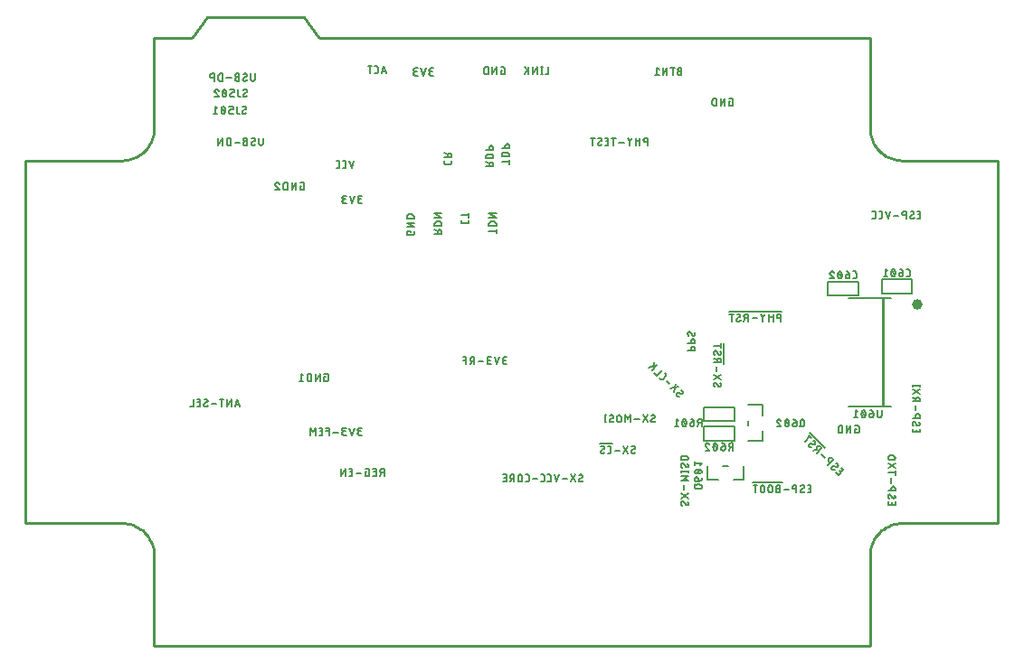
<source format=gbo>
G04 EAGLE Gerber RS-274X export*
G75*
%MOMM*%
%FSLAX34Y34*%
%LPD*%
%INLegendBOT*%
%IPPOS*%
%AMOC8*
5,1,8,0,0,1.08239X$1,22.5*%
G01*
%ADD10C,0.127000*%
%ADD11C,0.152400*%
%ADD12C,0.203200*%
%ADD13C,1.000000*%
%ADD14C,0.200000*%
%ADD15C,0.254000*%


D10*
X445635Y453540D02*
X452493Y453540D01*
X452493Y451635D02*
X452493Y455445D01*
X452493Y458706D02*
X445635Y458706D01*
X452493Y458706D02*
X452493Y460611D01*
X452491Y460696D01*
X452485Y460782D01*
X452476Y460867D01*
X452462Y460951D01*
X452445Y461035D01*
X452424Y461118D01*
X452400Y461200D01*
X452372Y461280D01*
X452340Y461360D01*
X452304Y461438D01*
X452266Y461514D01*
X452223Y461588D01*
X452178Y461660D01*
X452129Y461731D01*
X452077Y461799D01*
X452023Y461864D01*
X451965Y461927D01*
X451904Y461988D01*
X451841Y462046D01*
X451776Y462100D01*
X451708Y462152D01*
X451637Y462201D01*
X451565Y462246D01*
X451491Y462289D01*
X451415Y462327D01*
X451337Y462363D01*
X451257Y462395D01*
X451177Y462423D01*
X451095Y462447D01*
X451012Y462468D01*
X450928Y462485D01*
X450844Y462499D01*
X450759Y462508D01*
X450673Y462514D01*
X450588Y462516D01*
X447540Y462516D01*
X447455Y462514D01*
X447369Y462508D01*
X447284Y462499D01*
X447200Y462485D01*
X447116Y462468D01*
X447033Y462447D01*
X446951Y462423D01*
X446871Y462395D01*
X446791Y462363D01*
X446713Y462327D01*
X446637Y462289D01*
X446563Y462246D01*
X446491Y462201D01*
X446420Y462152D01*
X446352Y462100D01*
X446287Y462046D01*
X446224Y461988D01*
X446163Y461927D01*
X446105Y461864D01*
X446051Y461799D01*
X445999Y461731D01*
X445950Y461660D01*
X445905Y461588D01*
X445862Y461514D01*
X445824Y461438D01*
X445788Y461360D01*
X445756Y461280D01*
X445728Y461200D01*
X445704Y461118D01*
X445683Y461035D01*
X445666Y460951D01*
X445652Y460867D01*
X445643Y460782D01*
X445637Y460696D01*
X445635Y460611D01*
X445635Y458706D01*
X445635Y466669D02*
X452493Y466669D01*
X452493Y468574D01*
X452491Y468659D01*
X452485Y468745D01*
X452476Y468830D01*
X452462Y468914D01*
X452445Y468998D01*
X452424Y469081D01*
X452400Y469163D01*
X452372Y469243D01*
X452340Y469323D01*
X452304Y469401D01*
X452266Y469477D01*
X452223Y469551D01*
X452178Y469623D01*
X452129Y469694D01*
X452077Y469762D01*
X452023Y469827D01*
X451965Y469890D01*
X451904Y469951D01*
X451841Y470009D01*
X451776Y470063D01*
X451708Y470115D01*
X451637Y470164D01*
X451565Y470209D01*
X451491Y470252D01*
X451415Y470290D01*
X451337Y470326D01*
X451257Y470358D01*
X451177Y470386D01*
X451095Y470410D01*
X451012Y470431D01*
X450928Y470448D01*
X450844Y470462D01*
X450759Y470471D01*
X450673Y470477D01*
X450588Y470479D01*
X450503Y470477D01*
X450417Y470471D01*
X450332Y470462D01*
X450248Y470448D01*
X450164Y470431D01*
X450081Y470410D01*
X449999Y470386D01*
X449919Y470358D01*
X449839Y470326D01*
X449761Y470290D01*
X449685Y470252D01*
X449611Y470209D01*
X449539Y470164D01*
X449468Y470115D01*
X449400Y470063D01*
X449335Y470009D01*
X449272Y469951D01*
X449211Y469890D01*
X449153Y469827D01*
X449099Y469762D01*
X449047Y469694D01*
X448998Y469623D01*
X448953Y469551D01*
X448910Y469477D01*
X448872Y469401D01*
X448836Y469323D01*
X448804Y469243D01*
X448776Y469163D01*
X448752Y469081D01*
X448731Y468998D01*
X448714Y468914D01*
X448700Y468830D01*
X448691Y468745D01*
X448685Y468659D01*
X448683Y468574D01*
X448683Y466669D01*
X440365Y388586D02*
X433507Y388586D01*
X440365Y386681D02*
X440365Y390491D01*
X440365Y393752D02*
X433507Y393752D01*
X440365Y393752D02*
X440365Y395657D01*
X440363Y395742D01*
X440357Y395828D01*
X440348Y395913D01*
X440334Y395997D01*
X440317Y396081D01*
X440296Y396164D01*
X440272Y396246D01*
X440244Y396326D01*
X440212Y396406D01*
X440176Y396484D01*
X440138Y396560D01*
X440095Y396634D01*
X440050Y396706D01*
X440001Y396777D01*
X439949Y396845D01*
X439895Y396910D01*
X439837Y396973D01*
X439776Y397034D01*
X439713Y397092D01*
X439648Y397146D01*
X439580Y397198D01*
X439509Y397247D01*
X439437Y397292D01*
X439363Y397335D01*
X439287Y397373D01*
X439209Y397409D01*
X439129Y397441D01*
X439049Y397469D01*
X438967Y397493D01*
X438884Y397514D01*
X438800Y397531D01*
X438716Y397545D01*
X438631Y397554D01*
X438545Y397560D01*
X438460Y397562D01*
X435412Y397562D01*
X435327Y397560D01*
X435241Y397554D01*
X435156Y397545D01*
X435072Y397531D01*
X434988Y397514D01*
X434905Y397493D01*
X434823Y397469D01*
X434743Y397441D01*
X434663Y397409D01*
X434585Y397373D01*
X434509Y397335D01*
X434435Y397292D01*
X434363Y397247D01*
X434292Y397198D01*
X434224Y397146D01*
X434159Y397092D01*
X434096Y397034D01*
X434035Y396973D01*
X433977Y396910D01*
X433923Y396845D01*
X433871Y396777D01*
X433822Y396706D01*
X433777Y396634D01*
X433734Y396560D01*
X433696Y396484D01*
X433660Y396406D01*
X433628Y396326D01*
X433600Y396246D01*
X433576Y396164D01*
X433555Y396081D01*
X433538Y395997D01*
X433524Y395913D01*
X433515Y395828D01*
X433509Y395742D01*
X433507Y395657D01*
X433507Y393752D01*
X433507Y401555D02*
X440365Y401555D01*
X433507Y405365D01*
X440365Y405365D01*
X407507Y398963D02*
X407507Y397439D01*
X407509Y397362D01*
X407515Y397285D01*
X407525Y397208D01*
X407538Y397132D01*
X407556Y397057D01*
X407577Y396983D01*
X407602Y396910D01*
X407631Y396838D01*
X407663Y396768D01*
X407698Y396699D01*
X407738Y396633D01*
X407780Y396568D01*
X407826Y396506D01*
X407875Y396446D01*
X407926Y396389D01*
X407981Y396334D01*
X408038Y396283D01*
X408098Y396234D01*
X408160Y396188D01*
X408225Y396146D01*
X408291Y396106D01*
X408360Y396071D01*
X408430Y396039D01*
X408502Y396010D01*
X408575Y395985D01*
X408649Y395964D01*
X408724Y395946D01*
X408800Y395933D01*
X408877Y395923D01*
X408954Y395917D01*
X409031Y395915D01*
X412841Y395915D01*
X412918Y395917D01*
X412995Y395923D01*
X413072Y395933D01*
X413148Y395946D01*
X413223Y395964D01*
X413297Y395985D01*
X413370Y396010D01*
X413442Y396039D01*
X413512Y396071D01*
X413581Y396106D01*
X413647Y396146D01*
X413712Y396188D01*
X413774Y396234D01*
X413834Y396283D01*
X413891Y396334D01*
X413946Y396389D01*
X413997Y396446D01*
X414046Y396506D01*
X414092Y396568D01*
X414134Y396633D01*
X414174Y396699D01*
X414209Y396768D01*
X414241Y396838D01*
X414270Y396910D01*
X414295Y396983D01*
X414316Y397057D01*
X414334Y397132D01*
X414347Y397208D01*
X414357Y397285D01*
X414363Y397362D01*
X414365Y397439D01*
X414365Y398963D01*
X414365Y403460D02*
X407507Y403460D01*
X414365Y401555D02*
X414365Y405365D01*
X389365Y386263D02*
X382507Y386263D01*
X389365Y386263D02*
X389365Y388168D01*
X389363Y388253D01*
X389357Y388339D01*
X389348Y388424D01*
X389334Y388508D01*
X389317Y388592D01*
X389296Y388675D01*
X389272Y388757D01*
X389244Y388837D01*
X389212Y388917D01*
X389176Y388995D01*
X389138Y389071D01*
X389095Y389145D01*
X389050Y389217D01*
X389001Y389288D01*
X388949Y389356D01*
X388895Y389421D01*
X388837Y389484D01*
X388776Y389545D01*
X388713Y389603D01*
X388648Y389657D01*
X388580Y389709D01*
X388509Y389758D01*
X388437Y389803D01*
X388363Y389846D01*
X388287Y389884D01*
X388209Y389920D01*
X388129Y389952D01*
X388049Y389980D01*
X387967Y390004D01*
X387884Y390025D01*
X387800Y390042D01*
X387716Y390056D01*
X387631Y390065D01*
X387545Y390071D01*
X387460Y390073D01*
X387375Y390071D01*
X387289Y390065D01*
X387204Y390056D01*
X387120Y390042D01*
X387036Y390025D01*
X386953Y390004D01*
X386871Y389980D01*
X386791Y389952D01*
X386711Y389920D01*
X386633Y389884D01*
X386557Y389846D01*
X386483Y389803D01*
X386411Y389758D01*
X386340Y389709D01*
X386272Y389657D01*
X386207Y389603D01*
X386144Y389545D01*
X386083Y389484D01*
X386025Y389421D01*
X385971Y389356D01*
X385919Y389288D01*
X385870Y389217D01*
X385825Y389145D01*
X385782Y389071D01*
X385744Y388995D01*
X385708Y388917D01*
X385676Y388837D01*
X385648Y388757D01*
X385624Y388675D01*
X385603Y388592D01*
X385586Y388508D01*
X385572Y388424D01*
X385563Y388339D01*
X385557Y388253D01*
X385555Y388168D01*
X385555Y386263D01*
X385555Y388549D02*
X382507Y390073D01*
X382507Y393752D02*
X389365Y393752D01*
X389365Y395657D01*
X389363Y395742D01*
X389357Y395828D01*
X389348Y395913D01*
X389334Y395997D01*
X389317Y396081D01*
X389296Y396164D01*
X389272Y396246D01*
X389244Y396326D01*
X389212Y396406D01*
X389176Y396484D01*
X389138Y396560D01*
X389095Y396634D01*
X389050Y396706D01*
X389001Y396777D01*
X388949Y396845D01*
X388895Y396910D01*
X388837Y396973D01*
X388776Y397034D01*
X388713Y397092D01*
X388648Y397146D01*
X388580Y397198D01*
X388509Y397247D01*
X388437Y397292D01*
X388363Y397335D01*
X388287Y397373D01*
X388209Y397409D01*
X388129Y397441D01*
X388049Y397469D01*
X387967Y397493D01*
X387884Y397514D01*
X387800Y397531D01*
X387716Y397545D01*
X387631Y397554D01*
X387545Y397560D01*
X387460Y397562D01*
X384412Y397562D01*
X384327Y397560D01*
X384241Y397554D01*
X384156Y397545D01*
X384072Y397531D01*
X383988Y397514D01*
X383905Y397493D01*
X383823Y397469D01*
X383743Y397441D01*
X383663Y397409D01*
X383585Y397373D01*
X383509Y397335D01*
X383435Y397292D01*
X383363Y397247D01*
X383292Y397198D01*
X383224Y397146D01*
X383159Y397092D01*
X383096Y397034D01*
X383035Y396973D01*
X382977Y396910D01*
X382923Y396845D01*
X382871Y396777D01*
X382822Y396706D01*
X382777Y396634D01*
X382734Y396560D01*
X382696Y396484D01*
X382660Y396406D01*
X382628Y396326D01*
X382600Y396246D01*
X382576Y396164D01*
X382555Y396081D01*
X382538Y395997D01*
X382524Y395913D01*
X382515Y395828D01*
X382509Y395742D01*
X382507Y395657D01*
X382507Y393752D01*
X382507Y401555D02*
X389365Y401555D01*
X382507Y405365D01*
X389365Y405365D01*
X360317Y388759D02*
X360317Y387616D01*
X360317Y388759D02*
X356507Y388759D01*
X356507Y386473D01*
X356509Y386396D01*
X356515Y386319D01*
X356525Y386242D01*
X356538Y386166D01*
X356556Y386091D01*
X356577Y386017D01*
X356602Y385944D01*
X356631Y385872D01*
X356663Y385802D01*
X356698Y385733D01*
X356738Y385667D01*
X356780Y385602D01*
X356826Y385540D01*
X356875Y385480D01*
X356926Y385423D01*
X356981Y385368D01*
X357038Y385317D01*
X357098Y385268D01*
X357160Y385222D01*
X357225Y385180D01*
X357291Y385140D01*
X357360Y385105D01*
X357430Y385073D01*
X357502Y385044D01*
X357575Y385019D01*
X357649Y384998D01*
X357724Y384980D01*
X357800Y384967D01*
X357877Y384957D01*
X357954Y384951D01*
X358031Y384949D01*
X361841Y384949D01*
X361918Y384951D01*
X361995Y384957D01*
X362072Y384967D01*
X362148Y384980D01*
X362223Y384998D01*
X362297Y385019D01*
X362370Y385044D01*
X362442Y385073D01*
X362512Y385105D01*
X362581Y385140D01*
X362647Y385180D01*
X362712Y385222D01*
X362774Y385268D01*
X362834Y385317D01*
X362891Y385368D01*
X362946Y385423D01*
X362997Y385480D01*
X363046Y385540D01*
X363092Y385602D01*
X363134Y385667D01*
X363174Y385733D01*
X363209Y385802D01*
X363241Y385872D01*
X363270Y385944D01*
X363295Y386017D01*
X363316Y386091D01*
X363334Y386166D01*
X363347Y386242D01*
X363357Y386319D01*
X363363Y386396D01*
X363365Y386473D01*
X363365Y388759D01*
X363365Y392752D02*
X356507Y392752D01*
X356507Y396562D02*
X363365Y392752D01*
X363365Y396562D02*
X356507Y396562D01*
X356507Y400555D02*
X363365Y400555D01*
X363365Y402460D01*
X363363Y402545D01*
X363357Y402631D01*
X363348Y402716D01*
X363334Y402800D01*
X363317Y402884D01*
X363296Y402967D01*
X363272Y403049D01*
X363244Y403129D01*
X363212Y403209D01*
X363176Y403287D01*
X363138Y403363D01*
X363095Y403437D01*
X363050Y403509D01*
X363001Y403580D01*
X362949Y403648D01*
X362895Y403713D01*
X362837Y403776D01*
X362776Y403837D01*
X362713Y403895D01*
X362648Y403949D01*
X362580Y404001D01*
X362509Y404050D01*
X362437Y404095D01*
X362363Y404138D01*
X362287Y404176D01*
X362209Y404212D01*
X362129Y404244D01*
X362049Y404272D01*
X361967Y404296D01*
X361884Y404317D01*
X361800Y404334D01*
X361716Y404348D01*
X361631Y404357D01*
X361545Y404363D01*
X361460Y404365D01*
X358412Y404365D01*
X358327Y404363D01*
X358241Y404357D01*
X358156Y404348D01*
X358072Y404334D01*
X357988Y404317D01*
X357905Y404296D01*
X357823Y404272D01*
X357743Y404244D01*
X357663Y404212D01*
X357585Y404176D01*
X357509Y404138D01*
X357435Y404095D01*
X357363Y404050D01*
X357292Y404001D01*
X357224Y403949D01*
X357159Y403895D01*
X357096Y403837D01*
X357035Y403776D01*
X356977Y403713D01*
X356923Y403648D01*
X356871Y403580D01*
X356822Y403509D01*
X356777Y403437D01*
X356734Y403363D01*
X356696Y403287D01*
X356660Y403209D01*
X356628Y403129D01*
X356600Y403049D01*
X356576Y402967D01*
X356555Y402884D01*
X356538Y402800D01*
X356524Y402716D01*
X356515Y402631D01*
X356509Y402545D01*
X356507Y402460D01*
X356507Y400555D01*
X430635Y449635D02*
X437493Y449635D01*
X437493Y451540D01*
X437491Y451625D01*
X437485Y451711D01*
X437476Y451796D01*
X437462Y451880D01*
X437445Y451964D01*
X437424Y452047D01*
X437400Y452129D01*
X437372Y452209D01*
X437340Y452289D01*
X437304Y452367D01*
X437266Y452443D01*
X437223Y452517D01*
X437178Y452589D01*
X437129Y452660D01*
X437077Y452728D01*
X437023Y452793D01*
X436965Y452856D01*
X436904Y452917D01*
X436841Y452975D01*
X436776Y453029D01*
X436708Y453081D01*
X436637Y453130D01*
X436565Y453175D01*
X436491Y453218D01*
X436415Y453256D01*
X436337Y453292D01*
X436257Y453324D01*
X436177Y453352D01*
X436095Y453376D01*
X436012Y453397D01*
X435928Y453414D01*
X435844Y453428D01*
X435759Y453437D01*
X435673Y453443D01*
X435588Y453445D01*
X435503Y453443D01*
X435417Y453437D01*
X435332Y453428D01*
X435248Y453414D01*
X435164Y453397D01*
X435081Y453376D01*
X434999Y453352D01*
X434919Y453324D01*
X434839Y453292D01*
X434761Y453256D01*
X434685Y453218D01*
X434611Y453175D01*
X434539Y453130D01*
X434468Y453081D01*
X434400Y453029D01*
X434335Y452975D01*
X434272Y452917D01*
X434211Y452856D01*
X434153Y452793D01*
X434099Y452728D01*
X434047Y452660D01*
X433998Y452589D01*
X433953Y452517D01*
X433910Y452443D01*
X433872Y452367D01*
X433836Y452289D01*
X433804Y452209D01*
X433776Y452129D01*
X433752Y452047D01*
X433731Y451964D01*
X433714Y451880D01*
X433700Y451796D01*
X433691Y451711D01*
X433685Y451625D01*
X433683Y451540D01*
X433683Y449635D01*
X433683Y451921D02*
X430635Y453445D01*
X430635Y457124D02*
X437493Y457124D01*
X437493Y459029D01*
X437491Y459114D01*
X437485Y459200D01*
X437476Y459285D01*
X437462Y459369D01*
X437445Y459453D01*
X437424Y459536D01*
X437400Y459618D01*
X437372Y459698D01*
X437340Y459778D01*
X437304Y459856D01*
X437266Y459932D01*
X437223Y460006D01*
X437178Y460078D01*
X437129Y460149D01*
X437077Y460217D01*
X437023Y460282D01*
X436965Y460345D01*
X436904Y460406D01*
X436841Y460464D01*
X436776Y460518D01*
X436708Y460570D01*
X436637Y460619D01*
X436565Y460664D01*
X436491Y460707D01*
X436415Y460745D01*
X436337Y460781D01*
X436257Y460813D01*
X436177Y460841D01*
X436095Y460865D01*
X436012Y460886D01*
X435928Y460903D01*
X435844Y460917D01*
X435759Y460926D01*
X435673Y460932D01*
X435588Y460934D01*
X432540Y460934D01*
X432455Y460932D01*
X432369Y460926D01*
X432284Y460917D01*
X432200Y460903D01*
X432116Y460886D01*
X432033Y460865D01*
X431951Y460841D01*
X431871Y460813D01*
X431791Y460781D01*
X431713Y460745D01*
X431637Y460707D01*
X431563Y460664D01*
X431491Y460619D01*
X431420Y460570D01*
X431352Y460518D01*
X431287Y460464D01*
X431224Y460406D01*
X431163Y460345D01*
X431105Y460282D01*
X431051Y460217D01*
X430999Y460149D01*
X430950Y460078D01*
X430905Y460006D01*
X430862Y459932D01*
X430824Y459856D01*
X430788Y459778D01*
X430756Y459698D01*
X430728Y459618D01*
X430704Y459536D01*
X430683Y459453D01*
X430666Y459369D01*
X430652Y459285D01*
X430643Y459200D01*
X430637Y459114D01*
X430635Y459029D01*
X430635Y457124D01*
X430635Y465087D02*
X437493Y465087D01*
X437493Y466992D01*
X437491Y467077D01*
X437485Y467163D01*
X437476Y467248D01*
X437462Y467332D01*
X437445Y467416D01*
X437424Y467499D01*
X437400Y467581D01*
X437372Y467661D01*
X437340Y467741D01*
X437304Y467819D01*
X437266Y467895D01*
X437223Y467969D01*
X437178Y468041D01*
X437129Y468112D01*
X437077Y468180D01*
X437023Y468245D01*
X436965Y468308D01*
X436904Y468369D01*
X436841Y468427D01*
X436776Y468481D01*
X436708Y468533D01*
X436637Y468582D01*
X436565Y468627D01*
X436491Y468670D01*
X436415Y468708D01*
X436337Y468744D01*
X436257Y468776D01*
X436177Y468804D01*
X436095Y468828D01*
X436012Y468849D01*
X435928Y468866D01*
X435844Y468880D01*
X435759Y468889D01*
X435673Y468895D01*
X435588Y468897D01*
X435503Y468895D01*
X435417Y468889D01*
X435332Y468880D01*
X435248Y468866D01*
X435164Y468849D01*
X435081Y468828D01*
X434999Y468804D01*
X434919Y468776D01*
X434839Y468744D01*
X434761Y468708D01*
X434685Y468670D01*
X434611Y468627D01*
X434539Y468582D01*
X434468Y468533D01*
X434400Y468481D01*
X434335Y468427D01*
X434272Y468369D01*
X434211Y468308D01*
X434153Y468245D01*
X434099Y468180D01*
X434047Y468112D01*
X433998Y468041D01*
X433953Y467969D01*
X433910Y467895D01*
X433872Y467819D01*
X433836Y467741D01*
X433804Y467661D01*
X433776Y467581D01*
X433752Y467499D01*
X433731Y467416D01*
X433714Y467332D01*
X433700Y467248D01*
X433691Y467163D01*
X433685Y467077D01*
X433683Y466992D01*
X433683Y465087D01*
X391635Y454683D02*
X391635Y453159D01*
X391637Y453082D01*
X391643Y453005D01*
X391653Y452928D01*
X391666Y452852D01*
X391684Y452777D01*
X391705Y452703D01*
X391730Y452630D01*
X391759Y452558D01*
X391791Y452488D01*
X391826Y452419D01*
X391866Y452353D01*
X391908Y452288D01*
X391954Y452226D01*
X392003Y452166D01*
X392054Y452109D01*
X392109Y452054D01*
X392166Y452003D01*
X392226Y451954D01*
X392288Y451908D01*
X392353Y451866D01*
X392419Y451826D01*
X392488Y451791D01*
X392558Y451759D01*
X392630Y451730D01*
X392703Y451705D01*
X392777Y451684D01*
X392852Y451666D01*
X392928Y451653D01*
X393005Y451643D01*
X393082Y451637D01*
X393159Y451635D01*
X396969Y451635D01*
X397046Y451637D01*
X397123Y451643D01*
X397200Y451653D01*
X397276Y451666D01*
X397351Y451684D01*
X397425Y451705D01*
X397498Y451730D01*
X397570Y451759D01*
X397640Y451791D01*
X397709Y451826D01*
X397775Y451866D01*
X397840Y451908D01*
X397902Y451954D01*
X397962Y452003D01*
X398019Y452054D01*
X398074Y452109D01*
X398125Y452166D01*
X398174Y452226D01*
X398220Y452288D01*
X398262Y452353D01*
X398302Y452419D01*
X398337Y452488D01*
X398369Y452558D01*
X398398Y452630D01*
X398423Y452703D01*
X398444Y452777D01*
X398462Y452852D01*
X398475Y452928D01*
X398485Y453005D01*
X398491Y453082D01*
X398493Y453159D01*
X398493Y454683D01*
X398493Y458076D02*
X391635Y458076D01*
X398493Y458076D02*
X398493Y459981D01*
X398491Y460066D01*
X398485Y460152D01*
X398476Y460237D01*
X398462Y460321D01*
X398445Y460405D01*
X398424Y460488D01*
X398400Y460570D01*
X398372Y460650D01*
X398340Y460730D01*
X398304Y460808D01*
X398266Y460884D01*
X398223Y460958D01*
X398178Y461030D01*
X398129Y461101D01*
X398077Y461169D01*
X398023Y461234D01*
X397965Y461297D01*
X397904Y461358D01*
X397841Y461416D01*
X397776Y461470D01*
X397708Y461522D01*
X397637Y461571D01*
X397565Y461616D01*
X397491Y461659D01*
X397415Y461697D01*
X397337Y461733D01*
X397257Y461765D01*
X397177Y461793D01*
X397095Y461817D01*
X397012Y461838D01*
X396928Y461855D01*
X396844Y461869D01*
X396759Y461878D01*
X396673Y461884D01*
X396588Y461886D01*
X396503Y461884D01*
X396417Y461878D01*
X396332Y461869D01*
X396248Y461855D01*
X396164Y461838D01*
X396081Y461817D01*
X395999Y461793D01*
X395919Y461765D01*
X395839Y461733D01*
X395761Y461697D01*
X395685Y461659D01*
X395611Y461616D01*
X395539Y461571D01*
X395468Y461522D01*
X395400Y461470D01*
X395335Y461416D01*
X395272Y461358D01*
X395211Y461297D01*
X395153Y461234D01*
X395099Y461169D01*
X395047Y461101D01*
X394998Y461030D01*
X394953Y460958D01*
X394910Y460884D01*
X394872Y460808D01*
X394836Y460730D01*
X394804Y460650D01*
X394776Y460570D01*
X394752Y460488D01*
X394731Y460405D01*
X394714Y460321D01*
X394700Y460237D01*
X394691Y460152D01*
X394685Y460066D01*
X394683Y459981D01*
X394683Y458076D01*
X394683Y460362D02*
X391635Y461886D01*
X658241Y510317D02*
X659384Y510317D01*
X658241Y510317D02*
X658241Y506507D01*
X660527Y506507D01*
X660604Y506509D01*
X660681Y506515D01*
X660758Y506525D01*
X660834Y506538D01*
X660909Y506556D01*
X660983Y506577D01*
X661056Y506602D01*
X661128Y506631D01*
X661198Y506663D01*
X661267Y506698D01*
X661333Y506738D01*
X661398Y506780D01*
X661460Y506826D01*
X661520Y506875D01*
X661577Y506926D01*
X661632Y506981D01*
X661683Y507038D01*
X661732Y507098D01*
X661778Y507160D01*
X661820Y507225D01*
X661860Y507291D01*
X661895Y507360D01*
X661927Y507430D01*
X661956Y507502D01*
X661981Y507575D01*
X662002Y507649D01*
X662020Y507724D01*
X662033Y507800D01*
X662043Y507877D01*
X662049Y507954D01*
X662051Y508031D01*
X662051Y511841D01*
X662049Y511918D01*
X662043Y511995D01*
X662033Y512072D01*
X662020Y512148D01*
X662002Y512223D01*
X661981Y512297D01*
X661956Y512370D01*
X661927Y512442D01*
X661895Y512512D01*
X661860Y512581D01*
X661820Y512647D01*
X661778Y512712D01*
X661732Y512774D01*
X661683Y512834D01*
X661632Y512891D01*
X661577Y512946D01*
X661520Y512997D01*
X661460Y513046D01*
X661398Y513092D01*
X661333Y513134D01*
X661267Y513174D01*
X661198Y513209D01*
X661128Y513241D01*
X661056Y513270D01*
X660983Y513295D01*
X660909Y513316D01*
X660834Y513334D01*
X660758Y513347D01*
X660681Y513357D01*
X660604Y513363D01*
X660527Y513365D01*
X658241Y513365D01*
X654248Y513365D02*
X654248Y506507D01*
X650438Y506507D02*
X654248Y513365D01*
X650438Y513365D02*
X650438Y506507D01*
X646445Y506507D02*
X646445Y513365D01*
X644540Y513365D01*
X644455Y513363D01*
X644369Y513357D01*
X644284Y513348D01*
X644200Y513334D01*
X644116Y513317D01*
X644033Y513296D01*
X643951Y513272D01*
X643871Y513244D01*
X643791Y513212D01*
X643713Y513176D01*
X643637Y513138D01*
X643563Y513095D01*
X643491Y513050D01*
X643420Y513001D01*
X643352Y512949D01*
X643287Y512895D01*
X643224Y512837D01*
X643163Y512776D01*
X643105Y512713D01*
X643051Y512648D01*
X642999Y512580D01*
X642950Y512509D01*
X642905Y512437D01*
X642862Y512363D01*
X642824Y512287D01*
X642788Y512209D01*
X642756Y512129D01*
X642728Y512049D01*
X642704Y511967D01*
X642683Y511884D01*
X642666Y511800D01*
X642652Y511716D01*
X642643Y511631D01*
X642637Y511545D01*
X642635Y511460D01*
X642635Y508412D01*
X642637Y508327D01*
X642643Y508241D01*
X642652Y508156D01*
X642666Y508072D01*
X642683Y507988D01*
X642704Y507905D01*
X642728Y507823D01*
X642756Y507743D01*
X642788Y507663D01*
X642824Y507585D01*
X642862Y507509D01*
X642905Y507435D01*
X642950Y507363D01*
X642999Y507292D01*
X643051Y507224D01*
X643105Y507159D01*
X643163Y507096D01*
X643224Y507035D01*
X643287Y506977D01*
X643352Y506923D01*
X643420Y506871D01*
X643491Y506822D01*
X643563Y506777D01*
X643637Y506734D01*
X643713Y506696D01*
X643791Y506660D01*
X643871Y506628D01*
X643951Y506600D01*
X644033Y506576D01*
X644116Y506555D01*
X644200Y506538D01*
X644284Y506524D01*
X644369Y506515D01*
X644455Y506509D01*
X644540Y506507D01*
X646445Y506507D01*
X337365Y536635D02*
X335079Y543493D01*
X332793Y536635D01*
X333365Y538350D02*
X336794Y538350D01*
X328176Y536635D02*
X326652Y536635D01*
X328176Y536635D02*
X328253Y536637D01*
X328330Y536643D01*
X328407Y536653D01*
X328483Y536666D01*
X328558Y536684D01*
X328632Y536705D01*
X328705Y536730D01*
X328777Y536759D01*
X328847Y536791D01*
X328916Y536826D01*
X328982Y536866D01*
X329047Y536908D01*
X329109Y536954D01*
X329169Y537003D01*
X329226Y537054D01*
X329281Y537109D01*
X329332Y537166D01*
X329381Y537226D01*
X329427Y537288D01*
X329469Y537353D01*
X329509Y537419D01*
X329544Y537488D01*
X329576Y537558D01*
X329605Y537630D01*
X329630Y537703D01*
X329651Y537777D01*
X329669Y537852D01*
X329682Y537928D01*
X329692Y538005D01*
X329698Y538082D01*
X329700Y538159D01*
X329700Y541969D01*
X329698Y542046D01*
X329692Y542123D01*
X329682Y542200D01*
X329669Y542276D01*
X329651Y542351D01*
X329630Y542425D01*
X329605Y542498D01*
X329576Y542570D01*
X329544Y542640D01*
X329509Y542709D01*
X329469Y542775D01*
X329427Y542840D01*
X329381Y542902D01*
X329332Y542962D01*
X329281Y543019D01*
X329226Y543074D01*
X329169Y543125D01*
X329109Y543174D01*
X329047Y543220D01*
X328982Y543262D01*
X328916Y543302D01*
X328847Y543337D01*
X328777Y543369D01*
X328705Y543398D01*
X328632Y543423D01*
X328558Y543444D01*
X328483Y543462D01*
X328407Y543475D01*
X328330Y543485D01*
X328253Y543491D01*
X328176Y543493D01*
X326652Y543493D01*
X322156Y543493D02*
X322156Y536635D01*
X324061Y543493D02*
X320251Y543493D01*
X489365Y542493D02*
X489365Y535635D01*
X486317Y535635D01*
X482848Y535635D02*
X482848Y542493D01*
X483610Y535635D02*
X482086Y535635D01*
X482086Y542493D02*
X483610Y542493D01*
X478657Y542493D02*
X478657Y535635D01*
X474847Y535635D02*
X478657Y542493D01*
X474847Y542493D02*
X474847Y535635D01*
X470694Y535635D02*
X470694Y542493D01*
X466884Y542493D02*
X470694Y538302D01*
X469170Y539826D02*
X466884Y535635D01*
X381365Y534635D02*
X379460Y534635D01*
X379375Y534637D01*
X379289Y534643D01*
X379204Y534652D01*
X379120Y534666D01*
X379036Y534683D01*
X378953Y534704D01*
X378871Y534728D01*
X378791Y534756D01*
X378711Y534788D01*
X378633Y534824D01*
X378557Y534862D01*
X378483Y534905D01*
X378411Y534950D01*
X378340Y534999D01*
X378272Y535051D01*
X378207Y535105D01*
X378144Y535163D01*
X378083Y535224D01*
X378025Y535287D01*
X377971Y535352D01*
X377919Y535420D01*
X377870Y535491D01*
X377825Y535563D01*
X377782Y535637D01*
X377744Y535713D01*
X377708Y535791D01*
X377676Y535871D01*
X377648Y535951D01*
X377624Y536033D01*
X377603Y536116D01*
X377586Y536200D01*
X377572Y536284D01*
X377563Y536369D01*
X377557Y536455D01*
X377555Y536540D01*
X377557Y536625D01*
X377563Y536711D01*
X377572Y536796D01*
X377586Y536880D01*
X377603Y536964D01*
X377624Y537047D01*
X377648Y537129D01*
X377676Y537209D01*
X377708Y537289D01*
X377744Y537367D01*
X377782Y537443D01*
X377825Y537517D01*
X377870Y537589D01*
X377919Y537660D01*
X377971Y537728D01*
X378025Y537793D01*
X378083Y537856D01*
X378144Y537917D01*
X378207Y537975D01*
X378272Y538029D01*
X378340Y538081D01*
X378411Y538130D01*
X378483Y538175D01*
X378557Y538218D01*
X378633Y538256D01*
X378711Y538292D01*
X378791Y538324D01*
X378871Y538352D01*
X378953Y538376D01*
X379036Y538397D01*
X379120Y538414D01*
X379204Y538428D01*
X379289Y538437D01*
X379375Y538443D01*
X379460Y538445D01*
X379079Y541493D02*
X381365Y541493D01*
X379079Y541493D02*
X379002Y541491D01*
X378925Y541485D01*
X378848Y541475D01*
X378772Y541462D01*
X378697Y541444D01*
X378623Y541423D01*
X378550Y541398D01*
X378478Y541369D01*
X378408Y541337D01*
X378339Y541302D01*
X378273Y541262D01*
X378208Y541220D01*
X378146Y541174D01*
X378086Y541125D01*
X378029Y541074D01*
X377974Y541019D01*
X377923Y540962D01*
X377874Y540902D01*
X377828Y540840D01*
X377786Y540775D01*
X377746Y540709D01*
X377711Y540640D01*
X377679Y540570D01*
X377650Y540498D01*
X377625Y540425D01*
X377604Y540351D01*
X377586Y540276D01*
X377573Y540200D01*
X377563Y540123D01*
X377557Y540046D01*
X377555Y539969D01*
X377557Y539892D01*
X377563Y539815D01*
X377573Y539738D01*
X377586Y539662D01*
X377604Y539587D01*
X377625Y539513D01*
X377650Y539440D01*
X377679Y539368D01*
X377711Y539298D01*
X377746Y539229D01*
X377786Y539163D01*
X377828Y539098D01*
X377874Y539036D01*
X377923Y538976D01*
X377974Y538919D01*
X378029Y538864D01*
X378086Y538813D01*
X378146Y538764D01*
X378208Y538718D01*
X378273Y538676D01*
X378339Y538636D01*
X378408Y538601D01*
X378478Y538569D01*
X378550Y538540D01*
X378623Y538515D01*
X378697Y538494D01*
X378772Y538476D01*
X378848Y538463D01*
X378925Y538453D01*
X379002Y538447D01*
X379079Y538445D01*
X380603Y538445D01*
X374431Y541493D02*
X372145Y534635D01*
X369859Y541493D01*
X366735Y534635D02*
X364830Y534635D01*
X364745Y534637D01*
X364659Y534643D01*
X364574Y534652D01*
X364490Y534666D01*
X364406Y534683D01*
X364323Y534704D01*
X364241Y534728D01*
X364161Y534756D01*
X364081Y534788D01*
X364003Y534824D01*
X363927Y534862D01*
X363853Y534905D01*
X363781Y534950D01*
X363710Y534999D01*
X363642Y535051D01*
X363577Y535105D01*
X363514Y535163D01*
X363453Y535224D01*
X363395Y535287D01*
X363341Y535352D01*
X363289Y535420D01*
X363240Y535491D01*
X363195Y535563D01*
X363152Y535637D01*
X363114Y535713D01*
X363078Y535791D01*
X363046Y535871D01*
X363018Y535951D01*
X362994Y536033D01*
X362973Y536116D01*
X362956Y536200D01*
X362942Y536284D01*
X362933Y536369D01*
X362927Y536455D01*
X362925Y536540D01*
X362927Y536625D01*
X362933Y536711D01*
X362942Y536796D01*
X362956Y536880D01*
X362973Y536964D01*
X362994Y537047D01*
X363018Y537129D01*
X363046Y537209D01*
X363078Y537289D01*
X363114Y537367D01*
X363152Y537443D01*
X363195Y537517D01*
X363240Y537589D01*
X363289Y537660D01*
X363341Y537728D01*
X363395Y537793D01*
X363453Y537856D01*
X363514Y537917D01*
X363577Y537975D01*
X363642Y538029D01*
X363710Y538081D01*
X363781Y538130D01*
X363853Y538175D01*
X363927Y538218D01*
X364003Y538256D01*
X364081Y538292D01*
X364161Y538324D01*
X364241Y538352D01*
X364323Y538376D01*
X364406Y538397D01*
X364490Y538414D01*
X364574Y538428D01*
X364659Y538437D01*
X364745Y538443D01*
X364830Y538445D01*
X364449Y541493D02*
X366735Y541493D01*
X364449Y541493D02*
X364372Y541491D01*
X364295Y541485D01*
X364218Y541475D01*
X364142Y541462D01*
X364067Y541444D01*
X363993Y541423D01*
X363920Y541398D01*
X363848Y541369D01*
X363778Y541337D01*
X363709Y541302D01*
X363643Y541262D01*
X363578Y541220D01*
X363516Y541174D01*
X363456Y541125D01*
X363399Y541074D01*
X363344Y541019D01*
X363293Y540962D01*
X363244Y540902D01*
X363198Y540840D01*
X363156Y540775D01*
X363116Y540709D01*
X363081Y540640D01*
X363049Y540570D01*
X363020Y540498D01*
X362995Y540425D01*
X362974Y540351D01*
X362956Y540276D01*
X362943Y540200D01*
X362933Y540123D01*
X362927Y540046D01*
X362925Y539969D01*
X362927Y539892D01*
X362933Y539815D01*
X362943Y539738D01*
X362956Y539662D01*
X362974Y539587D01*
X362995Y539513D01*
X363020Y539440D01*
X363049Y539368D01*
X363081Y539298D01*
X363116Y539229D01*
X363156Y539163D01*
X363198Y539098D01*
X363244Y539036D01*
X363293Y538976D01*
X363344Y538919D01*
X363399Y538864D01*
X363456Y538813D01*
X363516Y538764D01*
X363578Y538718D01*
X363643Y538676D01*
X363709Y538636D01*
X363778Y538601D01*
X363848Y538569D01*
X363920Y538540D01*
X363993Y538515D01*
X364067Y538494D01*
X364142Y538476D01*
X364218Y538463D01*
X364295Y538453D01*
X364372Y538447D01*
X364449Y538445D01*
X365973Y538445D01*
X444555Y539445D02*
X445698Y539445D01*
X444555Y539445D02*
X444555Y535635D01*
X446841Y535635D01*
X446918Y535637D01*
X446995Y535643D01*
X447072Y535653D01*
X447148Y535666D01*
X447223Y535684D01*
X447297Y535705D01*
X447370Y535730D01*
X447442Y535759D01*
X447512Y535791D01*
X447581Y535826D01*
X447647Y535866D01*
X447712Y535908D01*
X447774Y535954D01*
X447834Y536003D01*
X447891Y536054D01*
X447946Y536109D01*
X447997Y536166D01*
X448046Y536226D01*
X448092Y536288D01*
X448134Y536353D01*
X448174Y536419D01*
X448209Y536488D01*
X448241Y536558D01*
X448270Y536630D01*
X448295Y536703D01*
X448316Y536777D01*
X448334Y536852D01*
X448347Y536928D01*
X448357Y537005D01*
X448363Y537082D01*
X448365Y537159D01*
X448365Y540969D01*
X448363Y541046D01*
X448357Y541123D01*
X448347Y541200D01*
X448334Y541276D01*
X448316Y541351D01*
X448295Y541425D01*
X448270Y541498D01*
X448241Y541570D01*
X448209Y541640D01*
X448174Y541709D01*
X448134Y541775D01*
X448092Y541840D01*
X448046Y541902D01*
X447997Y541962D01*
X447946Y542019D01*
X447891Y542074D01*
X447834Y542125D01*
X447774Y542174D01*
X447712Y542220D01*
X447647Y542262D01*
X447581Y542302D01*
X447512Y542337D01*
X447442Y542369D01*
X447370Y542398D01*
X447297Y542423D01*
X447223Y542444D01*
X447148Y542462D01*
X447072Y542475D01*
X446995Y542485D01*
X446918Y542491D01*
X446841Y542493D01*
X444555Y542493D01*
X440562Y542493D02*
X440562Y535635D01*
X436752Y535635D02*
X440562Y542493D01*
X436752Y542493D02*
X436752Y535635D01*
X432759Y535635D02*
X432759Y542493D01*
X430854Y542493D01*
X430769Y542491D01*
X430683Y542485D01*
X430598Y542476D01*
X430514Y542462D01*
X430430Y542445D01*
X430347Y542424D01*
X430265Y542400D01*
X430185Y542372D01*
X430105Y542340D01*
X430027Y542304D01*
X429951Y542266D01*
X429877Y542223D01*
X429805Y542178D01*
X429734Y542129D01*
X429666Y542077D01*
X429601Y542023D01*
X429538Y541965D01*
X429477Y541904D01*
X429419Y541841D01*
X429365Y541776D01*
X429313Y541708D01*
X429264Y541637D01*
X429219Y541565D01*
X429176Y541491D01*
X429138Y541415D01*
X429102Y541337D01*
X429070Y541257D01*
X429042Y541177D01*
X429018Y541095D01*
X428997Y541012D01*
X428980Y540928D01*
X428966Y540844D01*
X428957Y540759D01*
X428951Y540673D01*
X428949Y540588D01*
X428949Y537540D01*
X428951Y537455D01*
X428957Y537369D01*
X428966Y537284D01*
X428980Y537200D01*
X428997Y537116D01*
X429018Y537033D01*
X429042Y536951D01*
X429070Y536871D01*
X429102Y536791D01*
X429138Y536713D01*
X429176Y536637D01*
X429219Y536563D01*
X429264Y536491D01*
X429313Y536420D01*
X429365Y536352D01*
X429419Y536287D01*
X429477Y536224D01*
X429538Y536163D01*
X429601Y536105D01*
X429666Y536051D01*
X429734Y535999D01*
X429805Y535950D01*
X429877Y535905D01*
X429951Y535862D01*
X430027Y535824D01*
X430105Y535788D01*
X430185Y535756D01*
X430265Y535728D01*
X430347Y535704D01*
X430430Y535683D01*
X430514Y535666D01*
X430598Y535652D01*
X430683Y535643D01*
X430769Y535637D01*
X430854Y535635D01*
X432759Y535635D01*
D11*
X802000Y325000D02*
X802000Y226000D01*
D10*
X626429Y276635D02*
X619571Y276635D01*
X626429Y276635D02*
X626429Y278540D01*
X626427Y278625D01*
X626421Y278711D01*
X626412Y278796D01*
X626398Y278880D01*
X626381Y278964D01*
X626360Y279047D01*
X626336Y279129D01*
X626308Y279209D01*
X626276Y279289D01*
X626240Y279367D01*
X626202Y279443D01*
X626159Y279517D01*
X626114Y279589D01*
X626065Y279660D01*
X626013Y279728D01*
X625959Y279793D01*
X625901Y279856D01*
X625840Y279917D01*
X625777Y279975D01*
X625712Y280029D01*
X625644Y280081D01*
X625573Y280130D01*
X625501Y280175D01*
X625427Y280218D01*
X625351Y280256D01*
X625273Y280292D01*
X625193Y280324D01*
X625113Y280352D01*
X625031Y280376D01*
X624948Y280397D01*
X624864Y280414D01*
X624780Y280428D01*
X624695Y280437D01*
X624609Y280443D01*
X624524Y280445D01*
X624439Y280443D01*
X624353Y280437D01*
X624268Y280428D01*
X624184Y280414D01*
X624100Y280397D01*
X624017Y280376D01*
X623935Y280352D01*
X623855Y280324D01*
X623775Y280292D01*
X623697Y280256D01*
X623621Y280218D01*
X623547Y280175D01*
X623475Y280130D01*
X623404Y280081D01*
X623336Y280029D01*
X623271Y279975D01*
X623208Y279917D01*
X623147Y279856D01*
X623089Y279793D01*
X623035Y279728D01*
X622983Y279660D01*
X622934Y279589D01*
X622889Y279517D01*
X622846Y279443D01*
X622808Y279367D01*
X622772Y279289D01*
X622740Y279209D01*
X622712Y279129D01*
X622688Y279047D01*
X622667Y278964D01*
X622650Y278880D01*
X622636Y278796D01*
X622627Y278711D01*
X622621Y278625D01*
X622619Y278540D01*
X622619Y276635D01*
X619571Y283950D02*
X626429Y283950D01*
X626429Y285855D01*
X626427Y285940D01*
X626421Y286026D01*
X626412Y286111D01*
X626398Y286195D01*
X626381Y286279D01*
X626360Y286362D01*
X626336Y286444D01*
X626308Y286524D01*
X626276Y286604D01*
X626240Y286682D01*
X626202Y286758D01*
X626159Y286832D01*
X626114Y286904D01*
X626065Y286975D01*
X626013Y287043D01*
X625959Y287108D01*
X625901Y287171D01*
X625840Y287232D01*
X625777Y287290D01*
X625712Y287344D01*
X625644Y287396D01*
X625573Y287445D01*
X625501Y287490D01*
X625427Y287533D01*
X625351Y287571D01*
X625273Y287607D01*
X625193Y287639D01*
X625113Y287667D01*
X625031Y287691D01*
X624948Y287712D01*
X624864Y287729D01*
X624780Y287743D01*
X624695Y287752D01*
X624609Y287758D01*
X624524Y287760D01*
X624439Y287758D01*
X624353Y287752D01*
X624268Y287743D01*
X624184Y287729D01*
X624100Y287712D01*
X624017Y287691D01*
X623935Y287667D01*
X623855Y287639D01*
X623775Y287607D01*
X623697Y287571D01*
X623621Y287533D01*
X623547Y287490D01*
X623475Y287445D01*
X623404Y287396D01*
X623336Y287344D01*
X623271Y287290D01*
X623208Y287232D01*
X623147Y287171D01*
X623089Y287108D01*
X623035Y287043D01*
X622983Y286975D01*
X622934Y286904D01*
X622889Y286832D01*
X622846Y286758D01*
X622808Y286682D01*
X622772Y286604D01*
X622740Y286524D01*
X622712Y286444D01*
X622688Y286362D01*
X622667Y286279D01*
X622650Y286195D01*
X622636Y286111D01*
X622627Y286026D01*
X622621Y285940D01*
X622619Y285855D01*
X622619Y283950D01*
X619571Y292904D02*
X619573Y292981D01*
X619579Y293058D01*
X619589Y293135D01*
X619602Y293211D01*
X619620Y293286D01*
X619641Y293360D01*
X619666Y293433D01*
X619695Y293505D01*
X619727Y293575D01*
X619762Y293644D01*
X619802Y293710D01*
X619844Y293775D01*
X619890Y293837D01*
X619939Y293897D01*
X619990Y293954D01*
X620045Y294009D01*
X620102Y294060D01*
X620162Y294109D01*
X620224Y294155D01*
X620289Y294197D01*
X620355Y294237D01*
X620424Y294272D01*
X620494Y294304D01*
X620566Y294333D01*
X620639Y294358D01*
X620713Y294379D01*
X620788Y294397D01*
X620864Y294410D01*
X620941Y294420D01*
X621018Y294426D01*
X621095Y294428D01*
X619571Y292904D02*
X619573Y292794D01*
X619579Y292683D01*
X619588Y292573D01*
X619601Y292463D01*
X619618Y292354D01*
X619639Y292246D01*
X619663Y292138D01*
X619692Y292031D01*
X619723Y291925D01*
X619759Y291821D01*
X619798Y291717D01*
X619840Y291615D01*
X619886Y291515D01*
X619936Y291416D01*
X619988Y291319D01*
X620045Y291223D01*
X620104Y291130D01*
X620166Y291039D01*
X620232Y290950D01*
X620300Y290863D01*
X620372Y290779D01*
X620446Y290697D01*
X620523Y290618D01*
X624905Y290808D02*
X624982Y290810D01*
X625059Y290816D01*
X625136Y290826D01*
X625212Y290839D01*
X625287Y290857D01*
X625361Y290878D01*
X625434Y290903D01*
X625506Y290932D01*
X625576Y290964D01*
X625645Y290999D01*
X625711Y291039D01*
X625776Y291081D01*
X625838Y291127D01*
X625898Y291176D01*
X625955Y291227D01*
X626010Y291282D01*
X626061Y291339D01*
X626110Y291399D01*
X626156Y291461D01*
X626198Y291526D01*
X626238Y291592D01*
X626273Y291661D01*
X626305Y291731D01*
X626334Y291803D01*
X626359Y291876D01*
X626380Y291950D01*
X626398Y292025D01*
X626411Y292101D01*
X626421Y292178D01*
X626427Y292255D01*
X626429Y292332D01*
X626430Y292332D02*
X626428Y292434D01*
X626423Y292536D01*
X626414Y292638D01*
X626401Y292739D01*
X626384Y292840D01*
X626365Y292940D01*
X626341Y293040D01*
X626314Y293138D01*
X626283Y293236D01*
X626249Y293332D01*
X626212Y293427D01*
X626171Y293521D01*
X626127Y293613D01*
X626079Y293703D01*
X626029Y293792D01*
X625975Y293879D01*
X625918Y293964D01*
X625858Y294047D01*
X623571Y291570D02*
X623612Y291505D01*
X623655Y291442D01*
X623702Y291382D01*
X623752Y291323D01*
X623804Y291268D01*
X623859Y291215D01*
X623917Y291164D01*
X623977Y291117D01*
X624040Y291073D01*
X624104Y291031D01*
X624170Y290993D01*
X624239Y290959D01*
X624309Y290928D01*
X624380Y290900D01*
X624452Y290876D01*
X624526Y290855D01*
X624601Y290838D01*
X624676Y290825D01*
X624752Y290816D01*
X624828Y290810D01*
X624905Y290808D01*
X622429Y293666D02*
X622388Y293731D01*
X622345Y293794D01*
X622298Y293854D01*
X622248Y293913D01*
X622196Y293968D01*
X622141Y294021D01*
X622083Y294072D01*
X622023Y294119D01*
X621960Y294163D01*
X621896Y294205D01*
X621830Y294243D01*
X621761Y294277D01*
X621691Y294308D01*
X621620Y294336D01*
X621548Y294360D01*
X621474Y294381D01*
X621399Y294398D01*
X621324Y294411D01*
X621248Y294420D01*
X621172Y294426D01*
X621095Y294428D01*
X622429Y293666D02*
X623572Y291570D01*
X517555Y155388D02*
X517557Y155311D01*
X517563Y155234D01*
X517573Y155157D01*
X517586Y155081D01*
X517604Y155006D01*
X517625Y154932D01*
X517650Y154859D01*
X517679Y154787D01*
X517711Y154717D01*
X517746Y154648D01*
X517786Y154582D01*
X517828Y154517D01*
X517874Y154455D01*
X517923Y154395D01*
X517974Y154338D01*
X518029Y154283D01*
X518086Y154232D01*
X518146Y154183D01*
X518208Y154137D01*
X518273Y154095D01*
X518339Y154055D01*
X518408Y154020D01*
X518478Y153988D01*
X518550Y153959D01*
X518623Y153934D01*
X518697Y153913D01*
X518772Y153895D01*
X518848Y153882D01*
X518925Y153872D01*
X519002Y153866D01*
X519079Y153864D01*
X519189Y153866D01*
X519300Y153872D01*
X519410Y153881D01*
X519520Y153894D01*
X519629Y153911D01*
X519737Y153932D01*
X519845Y153956D01*
X519952Y153985D01*
X520058Y154016D01*
X520162Y154052D01*
X520266Y154091D01*
X520368Y154133D01*
X520468Y154179D01*
X520567Y154229D01*
X520664Y154281D01*
X520760Y154338D01*
X520853Y154397D01*
X520944Y154459D01*
X521033Y154525D01*
X521120Y154593D01*
X521204Y154665D01*
X521286Y154739D01*
X521365Y154816D01*
X521175Y159198D02*
X521173Y159275D01*
X521167Y159352D01*
X521157Y159429D01*
X521144Y159505D01*
X521126Y159580D01*
X521105Y159654D01*
X521080Y159727D01*
X521051Y159799D01*
X521019Y159869D01*
X520984Y159938D01*
X520944Y160004D01*
X520902Y160069D01*
X520856Y160131D01*
X520807Y160191D01*
X520756Y160248D01*
X520701Y160303D01*
X520644Y160354D01*
X520584Y160403D01*
X520522Y160449D01*
X520457Y160491D01*
X520391Y160531D01*
X520322Y160566D01*
X520252Y160598D01*
X520180Y160627D01*
X520107Y160652D01*
X520033Y160673D01*
X519958Y160691D01*
X519882Y160704D01*
X519805Y160714D01*
X519728Y160720D01*
X519651Y160722D01*
X519549Y160720D01*
X519447Y160715D01*
X519345Y160706D01*
X519244Y160693D01*
X519143Y160676D01*
X519043Y160657D01*
X518943Y160633D01*
X518845Y160606D01*
X518747Y160575D01*
X518651Y160541D01*
X518556Y160504D01*
X518462Y160463D01*
X518370Y160419D01*
X518280Y160371D01*
X518191Y160321D01*
X518104Y160267D01*
X518019Y160210D01*
X517936Y160150D01*
X520413Y157864D02*
X520478Y157905D01*
X520541Y157948D01*
X520601Y157995D01*
X520660Y158045D01*
X520715Y158097D01*
X520768Y158152D01*
X520819Y158210D01*
X520866Y158270D01*
X520910Y158333D01*
X520952Y158397D01*
X520990Y158463D01*
X521024Y158532D01*
X521055Y158602D01*
X521083Y158673D01*
X521107Y158745D01*
X521128Y158819D01*
X521145Y158894D01*
X521158Y158969D01*
X521167Y159045D01*
X521173Y159121D01*
X521175Y159198D01*
X518317Y156722D02*
X518252Y156681D01*
X518189Y156638D01*
X518129Y156591D01*
X518070Y156541D01*
X518015Y156489D01*
X517962Y156434D01*
X517911Y156376D01*
X517864Y156316D01*
X517820Y156253D01*
X517778Y156189D01*
X517740Y156123D01*
X517706Y156054D01*
X517675Y155984D01*
X517647Y155913D01*
X517623Y155841D01*
X517602Y155767D01*
X517585Y155692D01*
X517572Y155617D01*
X517563Y155541D01*
X517557Y155465D01*
X517555Y155388D01*
X518317Y156721D02*
X520413Y157864D01*
X514675Y153864D02*
X510103Y160722D01*
X514675Y160722D02*
X510103Y153864D01*
X506872Y156531D02*
X502300Y156531D01*
X499069Y160722D02*
X496783Y153864D01*
X494497Y160722D01*
X489880Y153864D02*
X488356Y153864D01*
X489880Y153864D02*
X489957Y153866D01*
X490034Y153872D01*
X490111Y153882D01*
X490187Y153895D01*
X490262Y153913D01*
X490336Y153934D01*
X490409Y153959D01*
X490481Y153988D01*
X490551Y154020D01*
X490620Y154055D01*
X490686Y154095D01*
X490751Y154137D01*
X490813Y154183D01*
X490873Y154232D01*
X490930Y154283D01*
X490985Y154338D01*
X491036Y154395D01*
X491085Y154455D01*
X491131Y154517D01*
X491173Y154582D01*
X491213Y154648D01*
X491248Y154717D01*
X491280Y154787D01*
X491309Y154859D01*
X491334Y154932D01*
X491355Y155006D01*
X491373Y155081D01*
X491386Y155157D01*
X491396Y155234D01*
X491402Y155311D01*
X491404Y155388D01*
X491404Y159198D01*
X491402Y159275D01*
X491396Y159352D01*
X491386Y159429D01*
X491373Y159505D01*
X491355Y159580D01*
X491334Y159654D01*
X491309Y159727D01*
X491280Y159799D01*
X491248Y159869D01*
X491213Y159938D01*
X491173Y160004D01*
X491131Y160069D01*
X491085Y160131D01*
X491036Y160191D01*
X490985Y160248D01*
X490930Y160303D01*
X490873Y160354D01*
X490813Y160403D01*
X490751Y160449D01*
X490686Y160491D01*
X490620Y160531D01*
X490551Y160566D01*
X490481Y160598D01*
X490409Y160627D01*
X490336Y160652D01*
X490262Y160673D01*
X490187Y160691D01*
X490111Y160704D01*
X490034Y160714D01*
X489957Y160720D01*
X489880Y160722D01*
X488356Y160722D01*
X483784Y153864D02*
X482260Y153864D01*
X483784Y153864D02*
X483861Y153866D01*
X483938Y153872D01*
X484015Y153882D01*
X484091Y153895D01*
X484166Y153913D01*
X484240Y153934D01*
X484313Y153959D01*
X484385Y153988D01*
X484455Y154020D01*
X484524Y154055D01*
X484590Y154095D01*
X484655Y154137D01*
X484717Y154183D01*
X484777Y154232D01*
X484834Y154283D01*
X484889Y154338D01*
X484940Y154395D01*
X484989Y154455D01*
X485035Y154517D01*
X485077Y154582D01*
X485117Y154648D01*
X485152Y154717D01*
X485184Y154787D01*
X485213Y154859D01*
X485238Y154932D01*
X485259Y155006D01*
X485277Y155081D01*
X485290Y155157D01*
X485300Y155234D01*
X485306Y155311D01*
X485308Y155388D01*
X485308Y159198D01*
X485306Y159275D01*
X485300Y159352D01*
X485290Y159429D01*
X485277Y159505D01*
X485259Y159580D01*
X485238Y159654D01*
X485213Y159727D01*
X485184Y159799D01*
X485152Y159869D01*
X485117Y159938D01*
X485077Y160004D01*
X485035Y160069D01*
X484989Y160131D01*
X484940Y160191D01*
X484889Y160248D01*
X484834Y160303D01*
X484777Y160354D01*
X484717Y160403D01*
X484655Y160449D01*
X484590Y160491D01*
X484524Y160531D01*
X484455Y160566D01*
X484385Y160598D01*
X484313Y160627D01*
X484240Y160652D01*
X484166Y160673D01*
X484091Y160691D01*
X484015Y160704D01*
X483938Y160714D01*
X483861Y160720D01*
X483784Y160722D01*
X482260Y160722D01*
X479074Y156531D02*
X474502Y156531D01*
X469398Y153864D02*
X467874Y153864D01*
X469398Y153864D02*
X469475Y153866D01*
X469552Y153872D01*
X469629Y153882D01*
X469705Y153895D01*
X469780Y153913D01*
X469854Y153934D01*
X469927Y153959D01*
X469999Y153988D01*
X470069Y154020D01*
X470138Y154055D01*
X470204Y154095D01*
X470269Y154137D01*
X470331Y154183D01*
X470391Y154232D01*
X470448Y154283D01*
X470503Y154338D01*
X470554Y154395D01*
X470603Y154455D01*
X470649Y154517D01*
X470691Y154582D01*
X470731Y154648D01*
X470766Y154717D01*
X470798Y154787D01*
X470827Y154859D01*
X470852Y154932D01*
X470873Y155006D01*
X470891Y155081D01*
X470904Y155157D01*
X470914Y155234D01*
X470920Y155311D01*
X470922Y155388D01*
X470922Y159198D01*
X470920Y159275D01*
X470914Y159352D01*
X470904Y159429D01*
X470891Y159505D01*
X470873Y159580D01*
X470852Y159654D01*
X470827Y159727D01*
X470798Y159799D01*
X470766Y159869D01*
X470731Y159938D01*
X470691Y160004D01*
X470649Y160069D01*
X470603Y160131D01*
X470554Y160191D01*
X470503Y160248D01*
X470448Y160303D01*
X470391Y160354D01*
X470331Y160403D01*
X470269Y160449D01*
X470204Y160491D01*
X470138Y160531D01*
X470069Y160566D01*
X469999Y160598D01*
X469927Y160627D01*
X469854Y160652D01*
X469780Y160673D01*
X469705Y160691D01*
X469629Y160704D01*
X469552Y160714D01*
X469475Y160720D01*
X469398Y160722D01*
X467874Y160722D01*
X464794Y158817D02*
X464794Y155769D01*
X464794Y158817D02*
X464792Y158902D01*
X464786Y158988D01*
X464777Y159073D01*
X464763Y159157D01*
X464746Y159241D01*
X464725Y159324D01*
X464701Y159406D01*
X464673Y159486D01*
X464641Y159566D01*
X464605Y159644D01*
X464567Y159720D01*
X464524Y159794D01*
X464479Y159866D01*
X464430Y159937D01*
X464378Y160005D01*
X464324Y160070D01*
X464266Y160133D01*
X464205Y160194D01*
X464142Y160252D01*
X464077Y160306D01*
X464009Y160358D01*
X463938Y160407D01*
X463866Y160452D01*
X463792Y160495D01*
X463716Y160533D01*
X463638Y160569D01*
X463558Y160601D01*
X463478Y160629D01*
X463396Y160653D01*
X463313Y160674D01*
X463229Y160691D01*
X463145Y160705D01*
X463060Y160714D01*
X462974Y160720D01*
X462889Y160722D01*
X462804Y160720D01*
X462718Y160714D01*
X462633Y160705D01*
X462549Y160691D01*
X462465Y160674D01*
X462382Y160653D01*
X462300Y160629D01*
X462220Y160601D01*
X462140Y160569D01*
X462062Y160533D01*
X461986Y160495D01*
X461912Y160452D01*
X461840Y160407D01*
X461769Y160358D01*
X461701Y160306D01*
X461636Y160252D01*
X461573Y160194D01*
X461512Y160133D01*
X461454Y160070D01*
X461400Y160005D01*
X461348Y159937D01*
X461299Y159866D01*
X461254Y159794D01*
X461211Y159720D01*
X461173Y159644D01*
X461137Y159566D01*
X461105Y159486D01*
X461077Y159406D01*
X461053Y159324D01*
X461032Y159241D01*
X461015Y159157D01*
X461001Y159073D01*
X460992Y158988D01*
X460986Y158902D01*
X460984Y158817D01*
X460984Y155769D01*
X460986Y155684D01*
X460992Y155598D01*
X461001Y155513D01*
X461015Y155429D01*
X461032Y155345D01*
X461053Y155262D01*
X461077Y155180D01*
X461105Y155100D01*
X461137Y155020D01*
X461173Y154942D01*
X461211Y154866D01*
X461254Y154792D01*
X461299Y154720D01*
X461348Y154649D01*
X461400Y154581D01*
X461454Y154516D01*
X461512Y154453D01*
X461573Y154392D01*
X461636Y154334D01*
X461701Y154280D01*
X461769Y154228D01*
X461840Y154179D01*
X461912Y154134D01*
X461986Y154091D01*
X462062Y154053D01*
X462140Y154017D01*
X462220Y153985D01*
X462300Y153957D01*
X462382Y153933D01*
X462465Y153912D01*
X462549Y153895D01*
X462633Y153881D01*
X462718Y153872D01*
X462804Y153866D01*
X462889Y153864D01*
X462974Y153866D01*
X463060Y153872D01*
X463145Y153881D01*
X463229Y153895D01*
X463313Y153912D01*
X463396Y153933D01*
X463478Y153957D01*
X463558Y153985D01*
X463638Y154017D01*
X463716Y154053D01*
X463792Y154091D01*
X463866Y154134D01*
X463938Y154179D01*
X464009Y154228D01*
X464077Y154280D01*
X464142Y154334D01*
X464205Y154392D01*
X464266Y154453D01*
X464324Y154516D01*
X464378Y154581D01*
X464430Y154649D01*
X464479Y154720D01*
X464524Y154792D01*
X464567Y154866D01*
X464605Y154942D01*
X464641Y155020D01*
X464673Y155100D01*
X464701Y155180D01*
X464725Y155262D01*
X464746Y155345D01*
X464763Y155429D01*
X464777Y155513D01*
X464786Y155598D01*
X464792Y155684D01*
X464794Y155769D01*
X457166Y153864D02*
X457166Y160722D01*
X455261Y160722D01*
X455176Y160720D01*
X455090Y160714D01*
X455005Y160705D01*
X454921Y160691D01*
X454837Y160674D01*
X454754Y160653D01*
X454672Y160629D01*
X454592Y160601D01*
X454512Y160569D01*
X454434Y160533D01*
X454358Y160495D01*
X454284Y160452D01*
X454212Y160407D01*
X454141Y160358D01*
X454073Y160306D01*
X454008Y160252D01*
X453945Y160194D01*
X453884Y160133D01*
X453826Y160070D01*
X453772Y160005D01*
X453720Y159937D01*
X453671Y159866D01*
X453626Y159794D01*
X453583Y159720D01*
X453545Y159644D01*
X453509Y159566D01*
X453477Y159486D01*
X453449Y159406D01*
X453425Y159324D01*
X453404Y159241D01*
X453387Y159157D01*
X453373Y159073D01*
X453364Y158988D01*
X453358Y158902D01*
X453356Y158817D01*
X453358Y158732D01*
X453364Y158646D01*
X453373Y158561D01*
X453387Y158477D01*
X453404Y158393D01*
X453425Y158310D01*
X453449Y158228D01*
X453477Y158148D01*
X453509Y158068D01*
X453545Y157990D01*
X453583Y157914D01*
X453626Y157840D01*
X453671Y157768D01*
X453720Y157697D01*
X453772Y157629D01*
X453826Y157564D01*
X453884Y157501D01*
X453945Y157440D01*
X454008Y157382D01*
X454073Y157328D01*
X454141Y157276D01*
X454212Y157227D01*
X454284Y157182D01*
X454358Y157139D01*
X454434Y157101D01*
X454512Y157065D01*
X454592Y157033D01*
X454672Y157005D01*
X454754Y156981D01*
X454837Y156960D01*
X454921Y156943D01*
X455005Y156929D01*
X455090Y156920D01*
X455176Y156914D01*
X455261Y156912D01*
X457166Y156912D01*
X454880Y156912D02*
X453356Y153864D01*
X449655Y153864D02*
X446607Y153864D01*
X449655Y153864D02*
X449655Y160722D01*
X446607Y160722D01*
X447369Y157674D02*
X449655Y157674D01*
X314719Y414925D02*
X312814Y414925D01*
X312729Y414927D01*
X312643Y414933D01*
X312558Y414942D01*
X312474Y414956D01*
X312390Y414973D01*
X312307Y414994D01*
X312225Y415018D01*
X312145Y415046D01*
X312065Y415078D01*
X311987Y415114D01*
X311911Y415152D01*
X311837Y415195D01*
X311765Y415240D01*
X311694Y415289D01*
X311626Y415341D01*
X311561Y415395D01*
X311498Y415453D01*
X311437Y415514D01*
X311379Y415577D01*
X311325Y415642D01*
X311273Y415710D01*
X311224Y415781D01*
X311179Y415853D01*
X311136Y415927D01*
X311098Y416003D01*
X311062Y416081D01*
X311030Y416161D01*
X311002Y416241D01*
X310978Y416323D01*
X310957Y416406D01*
X310940Y416490D01*
X310926Y416574D01*
X310917Y416659D01*
X310911Y416745D01*
X310909Y416830D01*
X310911Y416915D01*
X310917Y417001D01*
X310926Y417086D01*
X310940Y417170D01*
X310957Y417254D01*
X310978Y417337D01*
X311002Y417419D01*
X311030Y417499D01*
X311062Y417579D01*
X311098Y417657D01*
X311136Y417733D01*
X311179Y417807D01*
X311224Y417879D01*
X311273Y417950D01*
X311325Y418018D01*
X311379Y418083D01*
X311437Y418146D01*
X311498Y418207D01*
X311561Y418265D01*
X311626Y418319D01*
X311694Y418371D01*
X311765Y418420D01*
X311837Y418465D01*
X311911Y418508D01*
X311987Y418546D01*
X312065Y418582D01*
X312145Y418614D01*
X312225Y418642D01*
X312307Y418666D01*
X312390Y418687D01*
X312474Y418704D01*
X312558Y418718D01*
X312643Y418727D01*
X312729Y418733D01*
X312814Y418735D01*
X312433Y421783D02*
X314719Y421783D01*
X312433Y421783D02*
X312356Y421781D01*
X312279Y421775D01*
X312202Y421765D01*
X312126Y421752D01*
X312051Y421734D01*
X311977Y421713D01*
X311904Y421688D01*
X311832Y421659D01*
X311762Y421627D01*
X311693Y421592D01*
X311627Y421552D01*
X311562Y421510D01*
X311500Y421464D01*
X311440Y421415D01*
X311383Y421364D01*
X311328Y421309D01*
X311277Y421252D01*
X311228Y421192D01*
X311182Y421130D01*
X311140Y421065D01*
X311100Y420999D01*
X311065Y420930D01*
X311033Y420860D01*
X311004Y420788D01*
X310979Y420715D01*
X310958Y420641D01*
X310940Y420566D01*
X310927Y420490D01*
X310917Y420413D01*
X310911Y420336D01*
X310909Y420259D01*
X310911Y420182D01*
X310917Y420105D01*
X310927Y420028D01*
X310940Y419952D01*
X310958Y419877D01*
X310979Y419803D01*
X311004Y419730D01*
X311033Y419658D01*
X311065Y419588D01*
X311100Y419519D01*
X311140Y419453D01*
X311182Y419388D01*
X311228Y419326D01*
X311277Y419266D01*
X311328Y419209D01*
X311383Y419154D01*
X311440Y419103D01*
X311500Y419054D01*
X311562Y419008D01*
X311627Y418966D01*
X311693Y418926D01*
X311762Y418891D01*
X311832Y418859D01*
X311904Y418830D01*
X311977Y418805D01*
X312051Y418784D01*
X312126Y418766D01*
X312202Y418753D01*
X312279Y418743D01*
X312356Y418737D01*
X312433Y418735D01*
X313957Y418735D01*
X307784Y421783D02*
X305498Y414925D01*
X303212Y421783D01*
X300088Y414925D02*
X298183Y414925D01*
X298098Y414927D01*
X298012Y414933D01*
X297927Y414942D01*
X297843Y414956D01*
X297759Y414973D01*
X297676Y414994D01*
X297594Y415018D01*
X297514Y415046D01*
X297434Y415078D01*
X297356Y415114D01*
X297280Y415152D01*
X297206Y415195D01*
X297134Y415240D01*
X297063Y415289D01*
X296995Y415341D01*
X296930Y415395D01*
X296867Y415453D01*
X296806Y415514D01*
X296748Y415577D01*
X296694Y415642D01*
X296642Y415710D01*
X296593Y415781D01*
X296548Y415853D01*
X296505Y415927D01*
X296467Y416003D01*
X296431Y416081D01*
X296399Y416161D01*
X296371Y416241D01*
X296347Y416323D01*
X296326Y416406D01*
X296309Y416490D01*
X296295Y416574D01*
X296286Y416659D01*
X296280Y416745D01*
X296278Y416830D01*
X296280Y416915D01*
X296286Y417001D01*
X296295Y417086D01*
X296309Y417170D01*
X296326Y417254D01*
X296347Y417337D01*
X296371Y417419D01*
X296399Y417499D01*
X296431Y417579D01*
X296467Y417657D01*
X296505Y417733D01*
X296548Y417807D01*
X296593Y417879D01*
X296642Y417950D01*
X296694Y418018D01*
X296748Y418083D01*
X296806Y418146D01*
X296867Y418207D01*
X296930Y418265D01*
X296995Y418319D01*
X297063Y418371D01*
X297134Y418420D01*
X297206Y418465D01*
X297280Y418508D01*
X297356Y418546D01*
X297434Y418582D01*
X297514Y418614D01*
X297594Y418642D01*
X297676Y418666D01*
X297759Y418687D01*
X297843Y418704D01*
X297927Y418718D01*
X298012Y418727D01*
X298098Y418733D01*
X298183Y418735D01*
X297802Y421783D02*
X300088Y421783D01*
X297802Y421783D02*
X297725Y421781D01*
X297648Y421775D01*
X297571Y421765D01*
X297495Y421752D01*
X297420Y421734D01*
X297346Y421713D01*
X297273Y421688D01*
X297201Y421659D01*
X297131Y421627D01*
X297062Y421592D01*
X296996Y421552D01*
X296931Y421510D01*
X296869Y421464D01*
X296809Y421415D01*
X296752Y421364D01*
X296697Y421309D01*
X296646Y421252D01*
X296597Y421192D01*
X296551Y421130D01*
X296509Y421065D01*
X296469Y420999D01*
X296434Y420930D01*
X296402Y420860D01*
X296373Y420788D01*
X296348Y420715D01*
X296327Y420641D01*
X296309Y420566D01*
X296296Y420490D01*
X296286Y420413D01*
X296280Y420336D01*
X296278Y420259D01*
X296280Y420182D01*
X296286Y420105D01*
X296296Y420028D01*
X296309Y419952D01*
X296327Y419877D01*
X296348Y419803D01*
X296373Y419730D01*
X296402Y419658D01*
X296434Y419588D01*
X296469Y419519D01*
X296509Y419453D01*
X296551Y419388D01*
X296597Y419326D01*
X296646Y419266D01*
X296697Y419209D01*
X296752Y419154D01*
X296809Y419103D01*
X296869Y419054D01*
X296931Y419008D01*
X296996Y418966D01*
X297062Y418926D01*
X297131Y418891D01*
X297201Y418859D01*
X297273Y418830D01*
X297346Y418805D01*
X297420Y418784D01*
X297495Y418766D01*
X297571Y418753D01*
X297648Y418743D01*
X297725Y418737D01*
X297802Y418735D01*
X299326Y418735D01*
X448460Y263985D02*
X450365Y263985D01*
X448460Y263985D02*
X448375Y263987D01*
X448289Y263993D01*
X448204Y264002D01*
X448120Y264016D01*
X448036Y264033D01*
X447953Y264054D01*
X447871Y264078D01*
X447791Y264106D01*
X447711Y264138D01*
X447633Y264174D01*
X447557Y264212D01*
X447483Y264255D01*
X447411Y264300D01*
X447340Y264349D01*
X447272Y264401D01*
X447207Y264455D01*
X447144Y264513D01*
X447083Y264574D01*
X447025Y264637D01*
X446971Y264702D01*
X446919Y264770D01*
X446870Y264841D01*
X446825Y264913D01*
X446782Y264987D01*
X446744Y265063D01*
X446708Y265141D01*
X446676Y265221D01*
X446648Y265301D01*
X446624Y265383D01*
X446603Y265466D01*
X446586Y265550D01*
X446572Y265634D01*
X446563Y265719D01*
X446557Y265805D01*
X446555Y265890D01*
X446557Y265975D01*
X446563Y266061D01*
X446572Y266146D01*
X446586Y266230D01*
X446603Y266314D01*
X446624Y266397D01*
X446648Y266479D01*
X446676Y266559D01*
X446708Y266639D01*
X446744Y266717D01*
X446782Y266793D01*
X446825Y266867D01*
X446870Y266939D01*
X446919Y267010D01*
X446971Y267078D01*
X447025Y267143D01*
X447083Y267206D01*
X447144Y267267D01*
X447207Y267325D01*
X447272Y267379D01*
X447340Y267431D01*
X447411Y267480D01*
X447483Y267525D01*
X447557Y267568D01*
X447633Y267606D01*
X447711Y267642D01*
X447791Y267674D01*
X447871Y267702D01*
X447953Y267726D01*
X448036Y267747D01*
X448120Y267764D01*
X448204Y267778D01*
X448289Y267787D01*
X448375Y267793D01*
X448460Y267795D01*
X448079Y270843D02*
X450365Y270843D01*
X448079Y270843D02*
X448002Y270841D01*
X447925Y270835D01*
X447848Y270825D01*
X447772Y270812D01*
X447697Y270794D01*
X447623Y270773D01*
X447550Y270748D01*
X447478Y270719D01*
X447408Y270687D01*
X447339Y270652D01*
X447273Y270612D01*
X447208Y270570D01*
X447146Y270524D01*
X447086Y270475D01*
X447029Y270424D01*
X446974Y270369D01*
X446923Y270312D01*
X446874Y270252D01*
X446828Y270190D01*
X446786Y270125D01*
X446746Y270059D01*
X446711Y269990D01*
X446679Y269920D01*
X446650Y269848D01*
X446625Y269775D01*
X446604Y269701D01*
X446586Y269626D01*
X446573Y269550D01*
X446563Y269473D01*
X446557Y269396D01*
X446555Y269319D01*
X446557Y269242D01*
X446563Y269165D01*
X446573Y269088D01*
X446586Y269012D01*
X446604Y268937D01*
X446625Y268863D01*
X446650Y268790D01*
X446679Y268718D01*
X446711Y268648D01*
X446746Y268579D01*
X446786Y268513D01*
X446828Y268448D01*
X446874Y268386D01*
X446923Y268326D01*
X446974Y268269D01*
X447029Y268214D01*
X447086Y268163D01*
X447146Y268114D01*
X447208Y268068D01*
X447273Y268026D01*
X447339Y267986D01*
X447408Y267951D01*
X447478Y267919D01*
X447550Y267890D01*
X447623Y267865D01*
X447697Y267844D01*
X447772Y267826D01*
X447848Y267813D01*
X447925Y267803D01*
X448002Y267797D01*
X448079Y267795D01*
X449603Y267795D01*
X443431Y270843D02*
X441145Y263985D01*
X438859Y270843D01*
X435735Y263985D02*
X433830Y263985D01*
X433745Y263987D01*
X433659Y263993D01*
X433574Y264002D01*
X433490Y264016D01*
X433406Y264033D01*
X433323Y264054D01*
X433241Y264078D01*
X433161Y264106D01*
X433081Y264138D01*
X433003Y264174D01*
X432927Y264212D01*
X432853Y264255D01*
X432781Y264300D01*
X432710Y264349D01*
X432642Y264401D01*
X432577Y264455D01*
X432514Y264513D01*
X432453Y264574D01*
X432395Y264637D01*
X432341Y264702D01*
X432289Y264770D01*
X432240Y264841D01*
X432195Y264913D01*
X432152Y264987D01*
X432114Y265063D01*
X432078Y265141D01*
X432046Y265221D01*
X432018Y265301D01*
X431994Y265383D01*
X431973Y265466D01*
X431956Y265550D01*
X431942Y265634D01*
X431933Y265719D01*
X431927Y265805D01*
X431925Y265890D01*
X431927Y265975D01*
X431933Y266061D01*
X431942Y266146D01*
X431956Y266230D01*
X431973Y266314D01*
X431994Y266397D01*
X432018Y266479D01*
X432046Y266559D01*
X432078Y266639D01*
X432114Y266717D01*
X432152Y266793D01*
X432195Y266867D01*
X432240Y266939D01*
X432289Y267010D01*
X432341Y267078D01*
X432395Y267143D01*
X432453Y267206D01*
X432514Y267267D01*
X432577Y267325D01*
X432642Y267379D01*
X432710Y267431D01*
X432781Y267480D01*
X432853Y267525D01*
X432927Y267568D01*
X433003Y267606D01*
X433081Y267642D01*
X433161Y267674D01*
X433241Y267702D01*
X433323Y267726D01*
X433406Y267747D01*
X433490Y267764D01*
X433574Y267778D01*
X433659Y267787D01*
X433745Y267793D01*
X433830Y267795D01*
X433449Y270843D02*
X435735Y270843D01*
X433449Y270843D02*
X433372Y270841D01*
X433295Y270835D01*
X433218Y270825D01*
X433142Y270812D01*
X433067Y270794D01*
X432993Y270773D01*
X432920Y270748D01*
X432848Y270719D01*
X432778Y270687D01*
X432709Y270652D01*
X432643Y270612D01*
X432578Y270570D01*
X432516Y270524D01*
X432456Y270475D01*
X432399Y270424D01*
X432344Y270369D01*
X432293Y270312D01*
X432244Y270252D01*
X432198Y270190D01*
X432156Y270125D01*
X432116Y270059D01*
X432081Y269990D01*
X432049Y269920D01*
X432020Y269848D01*
X431995Y269775D01*
X431974Y269701D01*
X431956Y269626D01*
X431943Y269550D01*
X431933Y269473D01*
X431927Y269396D01*
X431925Y269319D01*
X431927Y269242D01*
X431933Y269165D01*
X431943Y269088D01*
X431956Y269012D01*
X431974Y268937D01*
X431995Y268863D01*
X432020Y268790D01*
X432049Y268718D01*
X432081Y268648D01*
X432116Y268579D01*
X432156Y268513D01*
X432198Y268448D01*
X432244Y268386D01*
X432293Y268326D01*
X432344Y268269D01*
X432399Y268214D01*
X432456Y268163D01*
X432516Y268114D01*
X432578Y268068D01*
X432643Y268026D01*
X432709Y267986D01*
X432778Y267951D01*
X432848Y267919D01*
X432920Y267890D01*
X432993Y267865D01*
X433067Y267844D01*
X433142Y267826D01*
X433218Y267813D01*
X433295Y267803D01*
X433372Y267797D01*
X433449Y267795D01*
X434973Y267795D01*
X428313Y266652D02*
X423741Y266652D01*
X419815Y263985D02*
X419815Y270843D01*
X417910Y270843D01*
X417825Y270841D01*
X417739Y270835D01*
X417654Y270826D01*
X417570Y270812D01*
X417486Y270795D01*
X417403Y270774D01*
X417321Y270750D01*
X417241Y270722D01*
X417161Y270690D01*
X417083Y270654D01*
X417007Y270616D01*
X416933Y270573D01*
X416861Y270528D01*
X416790Y270479D01*
X416722Y270427D01*
X416657Y270373D01*
X416594Y270315D01*
X416533Y270254D01*
X416475Y270191D01*
X416421Y270126D01*
X416369Y270058D01*
X416320Y269987D01*
X416275Y269915D01*
X416232Y269841D01*
X416194Y269765D01*
X416158Y269687D01*
X416126Y269607D01*
X416098Y269527D01*
X416074Y269445D01*
X416053Y269362D01*
X416036Y269278D01*
X416022Y269194D01*
X416013Y269109D01*
X416007Y269023D01*
X416005Y268938D01*
X416007Y268853D01*
X416013Y268767D01*
X416022Y268682D01*
X416036Y268598D01*
X416053Y268514D01*
X416074Y268431D01*
X416098Y268349D01*
X416126Y268269D01*
X416158Y268189D01*
X416194Y268111D01*
X416232Y268035D01*
X416275Y267961D01*
X416320Y267889D01*
X416369Y267818D01*
X416421Y267750D01*
X416475Y267685D01*
X416533Y267622D01*
X416594Y267561D01*
X416657Y267503D01*
X416722Y267449D01*
X416790Y267397D01*
X416861Y267348D01*
X416933Y267303D01*
X417007Y267260D01*
X417083Y267222D01*
X417161Y267186D01*
X417241Y267154D01*
X417321Y267126D01*
X417403Y267102D01*
X417486Y267081D01*
X417570Y267064D01*
X417654Y267050D01*
X417739Y267041D01*
X417825Y267035D01*
X417910Y267033D01*
X419815Y267033D01*
X417529Y267033D02*
X416005Y263985D01*
X412305Y263985D02*
X412305Y270843D01*
X409257Y270843D01*
X409257Y267795D02*
X412305Y267795D01*
X314473Y197571D02*
X312568Y197571D01*
X312483Y197573D01*
X312397Y197579D01*
X312312Y197588D01*
X312228Y197602D01*
X312144Y197619D01*
X312061Y197640D01*
X311979Y197664D01*
X311899Y197692D01*
X311819Y197724D01*
X311741Y197760D01*
X311665Y197798D01*
X311591Y197841D01*
X311519Y197886D01*
X311448Y197935D01*
X311380Y197987D01*
X311315Y198041D01*
X311252Y198099D01*
X311191Y198160D01*
X311133Y198223D01*
X311079Y198288D01*
X311027Y198356D01*
X310978Y198427D01*
X310933Y198499D01*
X310890Y198573D01*
X310852Y198649D01*
X310816Y198727D01*
X310784Y198807D01*
X310756Y198887D01*
X310732Y198969D01*
X310711Y199052D01*
X310694Y199136D01*
X310680Y199220D01*
X310671Y199305D01*
X310665Y199391D01*
X310663Y199476D01*
X310665Y199561D01*
X310671Y199647D01*
X310680Y199732D01*
X310694Y199816D01*
X310711Y199900D01*
X310732Y199983D01*
X310756Y200065D01*
X310784Y200145D01*
X310816Y200225D01*
X310852Y200303D01*
X310890Y200379D01*
X310933Y200453D01*
X310978Y200525D01*
X311027Y200596D01*
X311079Y200664D01*
X311133Y200729D01*
X311191Y200792D01*
X311252Y200853D01*
X311315Y200911D01*
X311380Y200965D01*
X311448Y201017D01*
X311519Y201066D01*
X311591Y201111D01*
X311665Y201154D01*
X311741Y201192D01*
X311819Y201228D01*
X311899Y201260D01*
X311979Y201288D01*
X312061Y201312D01*
X312144Y201333D01*
X312228Y201350D01*
X312312Y201364D01*
X312397Y201373D01*
X312483Y201379D01*
X312568Y201381D01*
X312187Y204429D02*
X314473Y204429D01*
X312187Y204429D02*
X312110Y204427D01*
X312033Y204421D01*
X311956Y204411D01*
X311880Y204398D01*
X311805Y204380D01*
X311731Y204359D01*
X311658Y204334D01*
X311586Y204305D01*
X311516Y204273D01*
X311447Y204238D01*
X311381Y204198D01*
X311316Y204156D01*
X311254Y204110D01*
X311194Y204061D01*
X311137Y204010D01*
X311082Y203955D01*
X311031Y203898D01*
X310982Y203838D01*
X310936Y203776D01*
X310894Y203711D01*
X310854Y203645D01*
X310819Y203576D01*
X310787Y203506D01*
X310758Y203434D01*
X310733Y203361D01*
X310712Y203287D01*
X310694Y203212D01*
X310681Y203136D01*
X310671Y203059D01*
X310665Y202982D01*
X310663Y202905D01*
X310665Y202828D01*
X310671Y202751D01*
X310681Y202674D01*
X310694Y202598D01*
X310712Y202523D01*
X310733Y202449D01*
X310758Y202376D01*
X310787Y202304D01*
X310819Y202234D01*
X310854Y202165D01*
X310894Y202099D01*
X310936Y202034D01*
X310982Y201972D01*
X311031Y201912D01*
X311082Y201855D01*
X311137Y201800D01*
X311194Y201749D01*
X311254Y201700D01*
X311316Y201654D01*
X311381Y201612D01*
X311447Y201572D01*
X311516Y201537D01*
X311586Y201505D01*
X311658Y201476D01*
X311731Y201451D01*
X311805Y201430D01*
X311880Y201412D01*
X311956Y201399D01*
X312033Y201389D01*
X312110Y201383D01*
X312187Y201381D01*
X313711Y201381D01*
X307539Y204429D02*
X305253Y197571D01*
X302967Y204429D01*
X299843Y197571D02*
X297938Y197571D01*
X297853Y197573D01*
X297767Y197579D01*
X297682Y197588D01*
X297598Y197602D01*
X297514Y197619D01*
X297431Y197640D01*
X297349Y197664D01*
X297269Y197692D01*
X297189Y197724D01*
X297111Y197760D01*
X297035Y197798D01*
X296961Y197841D01*
X296889Y197886D01*
X296818Y197935D01*
X296750Y197987D01*
X296685Y198041D01*
X296622Y198099D01*
X296561Y198160D01*
X296503Y198223D01*
X296449Y198288D01*
X296397Y198356D01*
X296348Y198427D01*
X296303Y198499D01*
X296260Y198573D01*
X296222Y198649D01*
X296186Y198727D01*
X296154Y198807D01*
X296126Y198887D01*
X296102Y198969D01*
X296081Y199052D01*
X296064Y199136D01*
X296050Y199220D01*
X296041Y199305D01*
X296035Y199391D01*
X296033Y199476D01*
X296035Y199561D01*
X296041Y199647D01*
X296050Y199732D01*
X296064Y199816D01*
X296081Y199900D01*
X296102Y199983D01*
X296126Y200065D01*
X296154Y200145D01*
X296186Y200225D01*
X296222Y200303D01*
X296260Y200379D01*
X296303Y200453D01*
X296348Y200525D01*
X296397Y200596D01*
X296449Y200664D01*
X296503Y200729D01*
X296561Y200792D01*
X296622Y200853D01*
X296685Y200911D01*
X296750Y200965D01*
X296818Y201017D01*
X296889Y201066D01*
X296961Y201111D01*
X297035Y201154D01*
X297111Y201192D01*
X297189Y201228D01*
X297269Y201260D01*
X297349Y201288D01*
X297431Y201312D01*
X297514Y201333D01*
X297598Y201350D01*
X297682Y201364D01*
X297767Y201373D01*
X297853Y201379D01*
X297938Y201381D01*
X297557Y204429D02*
X299843Y204429D01*
X297557Y204429D02*
X297480Y204427D01*
X297403Y204421D01*
X297326Y204411D01*
X297250Y204398D01*
X297175Y204380D01*
X297101Y204359D01*
X297028Y204334D01*
X296956Y204305D01*
X296886Y204273D01*
X296817Y204238D01*
X296751Y204198D01*
X296686Y204156D01*
X296624Y204110D01*
X296564Y204061D01*
X296507Y204010D01*
X296452Y203955D01*
X296401Y203898D01*
X296352Y203838D01*
X296306Y203776D01*
X296264Y203711D01*
X296224Y203645D01*
X296189Y203576D01*
X296157Y203506D01*
X296128Y203434D01*
X296103Y203361D01*
X296082Y203287D01*
X296064Y203212D01*
X296051Y203136D01*
X296041Y203059D01*
X296035Y202982D01*
X296033Y202905D01*
X296035Y202828D01*
X296041Y202751D01*
X296051Y202674D01*
X296064Y202598D01*
X296082Y202523D01*
X296103Y202449D01*
X296128Y202376D01*
X296157Y202304D01*
X296189Y202234D01*
X296224Y202165D01*
X296264Y202099D01*
X296306Y202034D01*
X296352Y201972D01*
X296401Y201912D01*
X296452Y201855D01*
X296507Y201800D01*
X296564Y201749D01*
X296624Y201700D01*
X296686Y201654D01*
X296751Y201612D01*
X296817Y201572D01*
X296886Y201537D01*
X296956Y201505D01*
X297028Y201476D01*
X297101Y201451D01*
X297175Y201430D01*
X297250Y201412D01*
X297326Y201399D01*
X297403Y201389D01*
X297480Y201383D01*
X297557Y201381D01*
X299081Y201381D01*
X292421Y200238D02*
X287849Y200238D01*
X283972Y197571D02*
X283972Y204429D01*
X280924Y204429D01*
X280924Y201381D02*
X283972Y201381D01*
X277632Y197571D02*
X274584Y197571D01*
X277632Y197571D02*
X277632Y204429D01*
X274584Y204429D01*
X275346Y201381D02*
X277632Y201381D01*
X271207Y204429D02*
X271207Y197571D01*
X268921Y200619D02*
X271207Y204429D01*
X268921Y200619D02*
X266635Y204429D01*
X266635Y197571D01*
X335415Y166136D02*
X335415Y159278D01*
X335415Y166136D02*
X333510Y166136D01*
X333425Y166134D01*
X333339Y166128D01*
X333254Y166119D01*
X333170Y166105D01*
X333086Y166088D01*
X333003Y166067D01*
X332921Y166043D01*
X332841Y166015D01*
X332761Y165983D01*
X332683Y165947D01*
X332607Y165909D01*
X332533Y165866D01*
X332461Y165821D01*
X332390Y165772D01*
X332322Y165720D01*
X332257Y165666D01*
X332194Y165608D01*
X332133Y165547D01*
X332075Y165484D01*
X332021Y165419D01*
X331969Y165351D01*
X331920Y165280D01*
X331875Y165208D01*
X331832Y165134D01*
X331794Y165058D01*
X331758Y164980D01*
X331726Y164900D01*
X331698Y164820D01*
X331674Y164738D01*
X331653Y164655D01*
X331636Y164571D01*
X331622Y164487D01*
X331613Y164402D01*
X331607Y164316D01*
X331605Y164231D01*
X331607Y164146D01*
X331613Y164060D01*
X331622Y163975D01*
X331636Y163891D01*
X331653Y163807D01*
X331674Y163724D01*
X331698Y163642D01*
X331726Y163562D01*
X331758Y163482D01*
X331794Y163404D01*
X331832Y163328D01*
X331875Y163254D01*
X331920Y163182D01*
X331969Y163111D01*
X332021Y163043D01*
X332075Y162978D01*
X332133Y162915D01*
X332194Y162854D01*
X332257Y162796D01*
X332322Y162742D01*
X332390Y162690D01*
X332461Y162641D01*
X332533Y162596D01*
X332607Y162553D01*
X332683Y162515D01*
X332761Y162479D01*
X332841Y162447D01*
X332921Y162419D01*
X333003Y162395D01*
X333086Y162374D01*
X333170Y162357D01*
X333254Y162343D01*
X333339Y162334D01*
X333425Y162328D01*
X333510Y162326D01*
X335415Y162326D01*
X333129Y162326D02*
X331605Y159278D01*
X327904Y159278D02*
X324856Y159278D01*
X327904Y159278D02*
X327904Y166136D01*
X324856Y166136D01*
X325618Y163088D02*
X327904Y163088D01*
X318918Y163088D02*
X317775Y163088D01*
X317775Y159278D01*
X320061Y159278D01*
X320138Y159280D01*
X320215Y159286D01*
X320292Y159296D01*
X320368Y159309D01*
X320443Y159327D01*
X320517Y159348D01*
X320590Y159373D01*
X320662Y159402D01*
X320732Y159434D01*
X320801Y159469D01*
X320867Y159509D01*
X320932Y159551D01*
X320994Y159597D01*
X321054Y159646D01*
X321111Y159697D01*
X321166Y159752D01*
X321217Y159809D01*
X321266Y159869D01*
X321312Y159931D01*
X321354Y159996D01*
X321394Y160062D01*
X321429Y160131D01*
X321461Y160201D01*
X321490Y160273D01*
X321515Y160346D01*
X321536Y160420D01*
X321554Y160495D01*
X321567Y160571D01*
X321577Y160648D01*
X321583Y160725D01*
X321585Y160802D01*
X321585Y164612D01*
X321583Y164689D01*
X321577Y164766D01*
X321567Y164843D01*
X321554Y164919D01*
X321536Y164994D01*
X321515Y165068D01*
X321490Y165141D01*
X321461Y165213D01*
X321429Y165283D01*
X321394Y165352D01*
X321354Y165418D01*
X321312Y165483D01*
X321266Y165545D01*
X321217Y165605D01*
X321166Y165662D01*
X321111Y165717D01*
X321054Y165768D01*
X320994Y165817D01*
X320932Y165863D01*
X320867Y165905D01*
X320801Y165945D01*
X320732Y165980D01*
X320662Y166012D01*
X320590Y166041D01*
X320517Y166066D01*
X320443Y166087D01*
X320368Y166105D01*
X320292Y166118D01*
X320215Y166128D01*
X320138Y166134D01*
X320061Y166136D01*
X317775Y166136D01*
X313920Y161945D02*
X309348Y161945D01*
X305471Y159278D02*
X302423Y159278D01*
X305471Y159278D02*
X305471Y166136D01*
X302423Y166136D01*
X303185Y163088D02*
X305471Y163088D01*
X299152Y166136D02*
X299152Y159278D01*
X295342Y159278D02*
X299152Y166136D01*
X295342Y166136D02*
X295342Y159278D01*
X305079Y447985D02*
X307365Y454843D01*
X302793Y454843D02*
X305079Y447985D01*
X298176Y447985D02*
X296652Y447985D01*
X298176Y447985D02*
X298253Y447987D01*
X298330Y447993D01*
X298407Y448003D01*
X298483Y448016D01*
X298558Y448034D01*
X298632Y448055D01*
X298705Y448080D01*
X298777Y448109D01*
X298847Y448141D01*
X298916Y448176D01*
X298982Y448216D01*
X299047Y448258D01*
X299109Y448304D01*
X299169Y448353D01*
X299226Y448404D01*
X299281Y448459D01*
X299332Y448516D01*
X299381Y448576D01*
X299427Y448638D01*
X299469Y448703D01*
X299509Y448769D01*
X299544Y448838D01*
X299576Y448908D01*
X299605Y448980D01*
X299630Y449053D01*
X299651Y449127D01*
X299669Y449202D01*
X299682Y449278D01*
X299692Y449355D01*
X299698Y449432D01*
X299700Y449509D01*
X299700Y453319D01*
X299698Y453396D01*
X299692Y453473D01*
X299682Y453550D01*
X299669Y453626D01*
X299651Y453701D01*
X299630Y453775D01*
X299605Y453848D01*
X299576Y453920D01*
X299544Y453990D01*
X299509Y454059D01*
X299469Y454125D01*
X299427Y454190D01*
X299381Y454252D01*
X299332Y454312D01*
X299281Y454369D01*
X299226Y454424D01*
X299169Y454475D01*
X299109Y454524D01*
X299047Y454570D01*
X298982Y454612D01*
X298916Y454652D01*
X298847Y454687D01*
X298777Y454719D01*
X298705Y454748D01*
X298632Y454773D01*
X298558Y454794D01*
X298483Y454812D01*
X298407Y454825D01*
X298330Y454835D01*
X298253Y454841D01*
X298176Y454843D01*
X296652Y454843D01*
X292080Y447985D02*
X290556Y447985D01*
X292080Y447985D02*
X292157Y447987D01*
X292234Y447993D01*
X292311Y448003D01*
X292387Y448016D01*
X292462Y448034D01*
X292536Y448055D01*
X292609Y448080D01*
X292681Y448109D01*
X292751Y448141D01*
X292820Y448176D01*
X292886Y448216D01*
X292951Y448258D01*
X293013Y448304D01*
X293073Y448353D01*
X293130Y448404D01*
X293185Y448459D01*
X293236Y448516D01*
X293285Y448576D01*
X293331Y448638D01*
X293373Y448703D01*
X293413Y448769D01*
X293448Y448838D01*
X293480Y448908D01*
X293509Y448980D01*
X293534Y449053D01*
X293555Y449127D01*
X293573Y449202D01*
X293586Y449278D01*
X293596Y449355D01*
X293602Y449432D01*
X293604Y449509D01*
X293604Y453319D01*
X293602Y453396D01*
X293596Y453473D01*
X293586Y453550D01*
X293573Y453626D01*
X293555Y453701D01*
X293534Y453775D01*
X293509Y453848D01*
X293480Y453920D01*
X293448Y453990D01*
X293413Y454059D01*
X293373Y454125D01*
X293331Y454190D01*
X293285Y454252D01*
X293236Y454312D01*
X293185Y454369D01*
X293130Y454424D01*
X293073Y454475D01*
X293013Y454524D01*
X292951Y454570D01*
X292886Y454612D01*
X292820Y454652D01*
X292751Y454687D01*
X292681Y454719D01*
X292609Y454748D01*
X292536Y454773D01*
X292462Y454794D01*
X292387Y454812D01*
X292311Y454825D01*
X292234Y454835D01*
X292157Y454841D01*
X292080Y454843D01*
X290556Y454843D01*
X198079Y231429D02*
X200365Y224571D01*
X195793Y224571D02*
X198079Y231429D01*
X196365Y226286D02*
X199794Y226286D01*
X192425Y224571D02*
X192425Y231429D01*
X188615Y224571D01*
X188615Y231429D01*
X183449Y231429D02*
X183449Y224571D01*
X185354Y231429D02*
X181544Y231429D01*
X178419Y227238D02*
X173847Y227238D01*
X168193Y224571D02*
X168116Y224573D01*
X168039Y224579D01*
X167962Y224589D01*
X167886Y224602D01*
X167811Y224620D01*
X167737Y224641D01*
X167664Y224666D01*
X167592Y224695D01*
X167522Y224727D01*
X167453Y224762D01*
X167387Y224802D01*
X167322Y224844D01*
X167260Y224890D01*
X167200Y224939D01*
X167143Y224990D01*
X167088Y225045D01*
X167037Y225102D01*
X166988Y225162D01*
X166942Y225224D01*
X166900Y225289D01*
X166860Y225355D01*
X166825Y225424D01*
X166793Y225494D01*
X166764Y225566D01*
X166739Y225639D01*
X166718Y225713D01*
X166700Y225788D01*
X166687Y225864D01*
X166677Y225941D01*
X166671Y226018D01*
X166669Y226095D01*
X168193Y224571D02*
X168303Y224573D01*
X168414Y224579D01*
X168524Y224588D01*
X168634Y224601D01*
X168743Y224618D01*
X168851Y224639D01*
X168959Y224663D01*
X169066Y224692D01*
X169172Y224723D01*
X169276Y224759D01*
X169380Y224798D01*
X169482Y224840D01*
X169582Y224886D01*
X169681Y224936D01*
X169778Y224988D01*
X169874Y225045D01*
X169967Y225104D01*
X170058Y225166D01*
X170147Y225232D01*
X170234Y225300D01*
X170318Y225372D01*
X170400Y225446D01*
X170479Y225523D01*
X170289Y229905D02*
X170287Y229982D01*
X170281Y230059D01*
X170271Y230136D01*
X170258Y230212D01*
X170240Y230287D01*
X170219Y230361D01*
X170194Y230434D01*
X170165Y230506D01*
X170133Y230576D01*
X170098Y230645D01*
X170058Y230711D01*
X170016Y230776D01*
X169970Y230838D01*
X169921Y230898D01*
X169870Y230955D01*
X169815Y231010D01*
X169758Y231061D01*
X169698Y231110D01*
X169636Y231156D01*
X169571Y231198D01*
X169505Y231238D01*
X169436Y231273D01*
X169366Y231305D01*
X169294Y231334D01*
X169221Y231359D01*
X169147Y231380D01*
X169072Y231398D01*
X168996Y231411D01*
X168919Y231421D01*
X168842Y231427D01*
X168765Y231429D01*
X168765Y231430D02*
X168663Y231428D01*
X168561Y231423D01*
X168459Y231414D01*
X168358Y231401D01*
X168257Y231384D01*
X168157Y231365D01*
X168057Y231341D01*
X167959Y231314D01*
X167861Y231283D01*
X167765Y231249D01*
X167670Y231212D01*
X167576Y231171D01*
X167484Y231127D01*
X167394Y231079D01*
X167305Y231029D01*
X167218Y230975D01*
X167133Y230918D01*
X167050Y230858D01*
X169527Y228571D02*
X169592Y228612D01*
X169655Y228655D01*
X169715Y228702D01*
X169774Y228752D01*
X169829Y228804D01*
X169882Y228859D01*
X169933Y228917D01*
X169980Y228977D01*
X170024Y229040D01*
X170066Y229104D01*
X170104Y229170D01*
X170138Y229239D01*
X170169Y229309D01*
X170197Y229380D01*
X170221Y229452D01*
X170242Y229526D01*
X170259Y229601D01*
X170272Y229676D01*
X170281Y229752D01*
X170287Y229828D01*
X170289Y229905D01*
X167431Y227429D02*
X167366Y227388D01*
X167303Y227345D01*
X167243Y227298D01*
X167184Y227248D01*
X167129Y227196D01*
X167076Y227141D01*
X167025Y227083D01*
X166978Y227023D01*
X166934Y226960D01*
X166892Y226896D01*
X166854Y226830D01*
X166820Y226761D01*
X166789Y226691D01*
X166761Y226620D01*
X166737Y226548D01*
X166716Y226474D01*
X166699Y226399D01*
X166686Y226324D01*
X166677Y226248D01*
X166671Y226172D01*
X166669Y226095D01*
X167431Y227429D02*
X169527Y228572D01*
X163143Y224571D02*
X160095Y224571D01*
X163143Y224571D02*
X163143Y231429D01*
X160095Y231429D01*
X160857Y228381D02*
X163143Y228381D01*
X156803Y231429D02*
X156803Y224571D01*
X153755Y224571D01*
X609510Y234640D02*
X609457Y234696D01*
X609407Y234755D01*
X609360Y234816D01*
X609316Y234879D01*
X609275Y234945D01*
X609237Y235012D01*
X609203Y235082D01*
X609173Y235153D01*
X609146Y235225D01*
X609123Y235299D01*
X609103Y235374D01*
X609088Y235449D01*
X609076Y235525D01*
X609068Y235602D01*
X609064Y235679D01*
X609064Y235757D01*
X609068Y235834D01*
X609076Y235911D01*
X609088Y235987D01*
X609103Y236062D01*
X609123Y236137D01*
X609146Y236211D01*
X609173Y236283D01*
X609203Y236354D01*
X609237Y236424D01*
X609275Y236491D01*
X609316Y236557D01*
X609360Y236620D01*
X609407Y236681D01*
X609457Y236740D01*
X609510Y236796D01*
X609510Y234641D02*
X609589Y234564D01*
X609671Y234490D01*
X609756Y234419D01*
X609843Y234351D01*
X609932Y234285D01*
X610023Y234223D01*
X610117Y234164D01*
X610212Y234109D01*
X610310Y234056D01*
X610409Y234007D01*
X610509Y233962D01*
X610612Y233920D01*
X610715Y233881D01*
X610820Y233846D01*
X610926Y233815D01*
X611033Y233787D01*
X611141Y233763D01*
X611249Y233743D01*
X611359Y233726D01*
X611468Y233714D01*
X611579Y233705D01*
X611689Y233699D01*
X611799Y233698D01*
X614764Y236930D02*
X614817Y236986D01*
X614867Y237045D01*
X614914Y237106D01*
X614958Y237169D01*
X614999Y237235D01*
X615037Y237302D01*
X615071Y237372D01*
X615101Y237443D01*
X615128Y237515D01*
X615151Y237589D01*
X615171Y237664D01*
X615186Y237739D01*
X615198Y237815D01*
X615206Y237892D01*
X615210Y237969D01*
X615210Y238047D01*
X615206Y238124D01*
X615198Y238201D01*
X615186Y238277D01*
X615171Y238352D01*
X615151Y238427D01*
X615128Y238501D01*
X615101Y238573D01*
X615071Y238644D01*
X615037Y238714D01*
X614999Y238781D01*
X614958Y238847D01*
X614914Y238910D01*
X614867Y238971D01*
X614817Y239030D01*
X614764Y239086D01*
X614690Y239157D01*
X614614Y239225D01*
X614536Y239291D01*
X614455Y239353D01*
X614372Y239413D01*
X614287Y239470D01*
X614200Y239523D01*
X614112Y239574D01*
X614021Y239621D01*
X613929Y239665D01*
X613835Y239706D01*
X613740Y239743D01*
X613644Y239777D01*
X613546Y239808D01*
X613448Y239835D01*
X613348Y239858D01*
X613248Y239878D01*
X613147Y239894D01*
X613282Y236526D02*
X613356Y236509D01*
X613432Y236495D01*
X613507Y236485D01*
X613584Y236479D01*
X613660Y236477D01*
X613737Y236478D01*
X613813Y236484D01*
X613889Y236493D01*
X613965Y236505D01*
X614039Y236522D01*
X614113Y236542D01*
X614186Y236566D01*
X614257Y236593D01*
X614327Y236624D01*
X614396Y236658D01*
X614462Y236696D01*
X614527Y236737D01*
X614590Y236781D01*
X614650Y236828D01*
X614708Y236878D01*
X614764Y236930D01*
X610991Y237201D02*
X610917Y237218D01*
X610841Y237232D01*
X610766Y237242D01*
X610689Y237248D01*
X610613Y237250D01*
X610536Y237249D01*
X610460Y237243D01*
X610384Y237234D01*
X610308Y237222D01*
X610234Y237205D01*
X610160Y237185D01*
X610087Y237161D01*
X610016Y237134D01*
X609946Y237103D01*
X609877Y237069D01*
X609811Y237031D01*
X609746Y236990D01*
X609683Y236946D01*
X609623Y236899D01*
X609565Y236849D01*
X609509Y236797D01*
X610992Y237200D02*
X613282Y236527D01*
X606396Y237755D02*
X608012Y245837D01*
X611245Y242604D02*
X603163Y240988D01*
X602764Y245158D02*
X599531Y248391D01*
X594036Y250115D02*
X592958Y251192D01*
X594036Y250114D02*
X594092Y250061D01*
X594151Y250011D01*
X594212Y249964D01*
X594275Y249920D01*
X594341Y249879D01*
X594408Y249841D01*
X594478Y249807D01*
X594549Y249777D01*
X594621Y249750D01*
X594695Y249727D01*
X594770Y249707D01*
X594845Y249692D01*
X594921Y249680D01*
X594998Y249672D01*
X595075Y249668D01*
X595153Y249668D01*
X595230Y249672D01*
X595307Y249680D01*
X595383Y249692D01*
X595459Y249707D01*
X595533Y249727D01*
X595607Y249750D01*
X595679Y249777D01*
X595750Y249807D01*
X595820Y249841D01*
X595887Y249879D01*
X595953Y249920D01*
X596016Y249964D01*
X596077Y250011D01*
X596136Y250061D01*
X596192Y250114D01*
X596191Y250115D02*
X598885Y252809D01*
X598886Y252808D02*
X598939Y252864D01*
X598989Y252923D01*
X599036Y252984D01*
X599080Y253047D01*
X599121Y253113D01*
X599159Y253180D01*
X599193Y253250D01*
X599223Y253321D01*
X599250Y253393D01*
X599273Y253467D01*
X599293Y253542D01*
X599308Y253617D01*
X599320Y253693D01*
X599328Y253770D01*
X599332Y253847D01*
X599332Y253925D01*
X599328Y254002D01*
X599320Y254079D01*
X599308Y254155D01*
X599293Y254231D01*
X599273Y254305D01*
X599250Y254379D01*
X599223Y254451D01*
X599193Y254522D01*
X599159Y254592D01*
X599121Y254659D01*
X599080Y254725D01*
X599036Y254788D01*
X598989Y254849D01*
X598939Y254908D01*
X598886Y254964D01*
X598885Y254964D02*
X597808Y256042D01*
X595443Y258407D02*
X590593Y253557D01*
X588438Y255713D01*
X586012Y258138D02*
X590862Y262988D01*
X588168Y265682D02*
X587898Y260024D01*
X587898Y262179D02*
X583318Y260832D01*
X584969Y211095D02*
X584971Y211018D01*
X584977Y210941D01*
X584987Y210864D01*
X585000Y210788D01*
X585018Y210713D01*
X585039Y210639D01*
X585064Y210566D01*
X585093Y210494D01*
X585125Y210424D01*
X585160Y210355D01*
X585200Y210289D01*
X585242Y210224D01*
X585288Y210162D01*
X585337Y210102D01*
X585388Y210045D01*
X585443Y209990D01*
X585500Y209939D01*
X585560Y209890D01*
X585622Y209844D01*
X585687Y209802D01*
X585753Y209762D01*
X585822Y209727D01*
X585892Y209695D01*
X585964Y209666D01*
X586037Y209641D01*
X586111Y209620D01*
X586186Y209602D01*
X586262Y209589D01*
X586339Y209579D01*
X586416Y209573D01*
X586493Y209571D01*
X586603Y209573D01*
X586714Y209579D01*
X586824Y209588D01*
X586934Y209601D01*
X587043Y209618D01*
X587151Y209639D01*
X587259Y209663D01*
X587366Y209692D01*
X587472Y209723D01*
X587576Y209759D01*
X587680Y209798D01*
X587782Y209840D01*
X587882Y209886D01*
X587981Y209936D01*
X588078Y209988D01*
X588174Y210045D01*
X588267Y210104D01*
X588358Y210166D01*
X588447Y210232D01*
X588534Y210300D01*
X588618Y210372D01*
X588700Y210446D01*
X588779Y210523D01*
X588589Y214905D02*
X588587Y214982D01*
X588581Y215059D01*
X588571Y215136D01*
X588558Y215212D01*
X588540Y215287D01*
X588519Y215361D01*
X588494Y215434D01*
X588465Y215506D01*
X588433Y215576D01*
X588398Y215645D01*
X588358Y215711D01*
X588316Y215776D01*
X588270Y215838D01*
X588221Y215898D01*
X588170Y215955D01*
X588115Y216010D01*
X588058Y216061D01*
X587998Y216110D01*
X587936Y216156D01*
X587871Y216198D01*
X587805Y216238D01*
X587736Y216273D01*
X587666Y216305D01*
X587594Y216334D01*
X587521Y216359D01*
X587447Y216380D01*
X587372Y216398D01*
X587296Y216411D01*
X587219Y216421D01*
X587142Y216427D01*
X587065Y216429D01*
X587065Y216430D02*
X586963Y216428D01*
X586861Y216423D01*
X586759Y216414D01*
X586658Y216401D01*
X586557Y216384D01*
X586457Y216365D01*
X586357Y216341D01*
X586259Y216314D01*
X586161Y216283D01*
X586065Y216249D01*
X585970Y216212D01*
X585876Y216171D01*
X585784Y216127D01*
X585694Y216079D01*
X585605Y216029D01*
X585518Y215975D01*
X585433Y215918D01*
X585350Y215858D01*
X587827Y213571D02*
X587892Y213612D01*
X587955Y213655D01*
X588015Y213702D01*
X588074Y213752D01*
X588129Y213804D01*
X588182Y213859D01*
X588233Y213917D01*
X588280Y213977D01*
X588324Y214040D01*
X588366Y214104D01*
X588404Y214170D01*
X588438Y214239D01*
X588469Y214309D01*
X588497Y214380D01*
X588521Y214452D01*
X588542Y214526D01*
X588559Y214601D01*
X588572Y214676D01*
X588581Y214752D01*
X588587Y214828D01*
X588589Y214905D01*
X585731Y212429D02*
X585666Y212388D01*
X585603Y212345D01*
X585543Y212298D01*
X585484Y212248D01*
X585429Y212196D01*
X585376Y212141D01*
X585325Y212083D01*
X585278Y212023D01*
X585234Y211960D01*
X585192Y211896D01*
X585154Y211830D01*
X585120Y211761D01*
X585089Y211691D01*
X585061Y211620D01*
X585037Y211548D01*
X585016Y211474D01*
X584999Y211399D01*
X584986Y211324D01*
X584977Y211248D01*
X584971Y211172D01*
X584969Y211095D01*
X585731Y212429D02*
X587827Y213572D01*
X582089Y209571D02*
X577517Y216429D01*
X582089Y216429D02*
X577517Y209571D01*
X574286Y212238D02*
X569714Y212238D01*
X565752Y209571D02*
X565752Y216429D01*
X563466Y212619D01*
X561180Y216429D01*
X561180Y209571D01*
X557324Y211476D02*
X557324Y214524D01*
X557322Y214609D01*
X557316Y214695D01*
X557307Y214780D01*
X557293Y214864D01*
X557276Y214948D01*
X557255Y215031D01*
X557231Y215113D01*
X557203Y215193D01*
X557171Y215273D01*
X557135Y215351D01*
X557097Y215427D01*
X557054Y215501D01*
X557009Y215573D01*
X556960Y215644D01*
X556908Y215712D01*
X556854Y215777D01*
X556796Y215840D01*
X556735Y215901D01*
X556672Y215959D01*
X556607Y216013D01*
X556539Y216065D01*
X556468Y216114D01*
X556396Y216159D01*
X556322Y216202D01*
X556246Y216240D01*
X556168Y216276D01*
X556088Y216308D01*
X556008Y216336D01*
X555926Y216360D01*
X555843Y216381D01*
X555759Y216398D01*
X555675Y216412D01*
X555590Y216421D01*
X555504Y216427D01*
X555419Y216429D01*
X555334Y216427D01*
X555248Y216421D01*
X555163Y216412D01*
X555079Y216398D01*
X554995Y216381D01*
X554912Y216360D01*
X554830Y216336D01*
X554750Y216308D01*
X554670Y216276D01*
X554592Y216240D01*
X554516Y216202D01*
X554442Y216159D01*
X554370Y216114D01*
X554299Y216065D01*
X554231Y216013D01*
X554166Y215959D01*
X554103Y215901D01*
X554042Y215840D01*
X553984Y215777D01*
X553930Y215712D01*
X553878Y215644D01*
X553829Y215573D01*
X553784Y215501D01*
X553741Y215427D01*
X553703Y215351D01*
X553667Y215273D01*
X553635Y215193D01*
X553607Y215113D01*
X553583Y215031D01*
X553562Y214948D01*
X553545Y214864D01*
X553531Y214780D01*
X553522Y214695D01*
X553516Y214609D01*
X553514Y214524D01*
X553514Y211476D01*
X553516Y211391D01*
X553522Y211305D01*
X553531Y211220D01*
X553545Y211136D01*
X553562Y211052D01*
X553583Y210969D01*
X553607Y210887D01*
X553635Y210807D01*
X553667Y210727D01*
X553703Y210649D01*
X553741Y210573D01*
X553784Y210499D01*
X553829Y210427D01*
X553878Y210356D01*
X553930Y210288D01*
X553984Y210223D01*
X554042Y210160D01*
X554103Y210099D01*
X554166Y210041D01*
X554231Y209987D01*
X554299Y209935D01*
X554370Y209886D01*
X554442Y209841D01*
X554516Y209798D01*
X554592Y209760D01*
X554670Y209724D01*
X554750Y209692D01*
X554830Y209664D01*
X554912Y209640D01*
X554995Y209619D01*
X555079Y209602D01*
X555163Y209588D01*
X555248Y209579D01*
X555334Y209573D01*
X555419Y209571D01*
X555504Y209573D01*
X555590Y209579D01*
X555675Y209588D01*
X555759Y209602D01*
X555843Y209619D01*
X555926Y209640D01*
X556008Y209664D01*
X556088Y209692D01*
X556168Y209724D01*
X556246Y209760D01*
X556322Y209798D01*
X556396Y209841D01*
X556468Y209886D01*
X556539Y209935D01*
X556607Y209987D01*
X556672Y210041D01*
X556735Y210099D01*
X556796Y210160D01*
X556854Y210223D01*
X556908Y210288D01*
X556960Y210356D01*
X557009Y210427D01*
X557054Y210499D01*
X557097Y210573D01*
X557135Y210649D01*
X557171Y210727D01*
X557203Y210807D01*
X557231Y210887D01*
X557255Y210969D01*
X557276Y211052D01*
X557293Y211136D01*
X557307Y211220D01*
X557316Y211305D01*
X557322Y211391D01*
X557324Y211476D01*
X547967Y209571D02*
X547890Y209573D01*
X547813Y209579D01*
X547736Y209589D01*
X547660Y209602D01*
X547585Y209620D01*
X547511Y209641D01*
X547438Y209666D01*
X547366Y209695D01*
X547296Y209727D01*
X547227Y209762D01*
X547161Y209802D01*
X547096Y209844D01*
X547034Y209890D01*
X546974Y209939D01*
X546917Y209990D01*
X546862Y210045D01*
X546811Y210102D01*
X546762Y210162D01*
X546716Y210224D01*
X546674Y210289D01*
X546634Y210355D01*
X546599Y210424D01*
X546567Y210494D01*
X546538Y210566D01*
X546513Y210639D01*
X546492Y210713D01*
X546474Y210788D01*
X546461Y210864D01*
X546451Y210941D01*
X546445Y211018D01*
X546443Y211095D01*
X547967Y209571D02*
X548077Y209573D01*
X548188Y209579D01*
X548298Y209588D01*
X548408Y209601D01*
X548517Y209618D01*
X548625Y209639D01*
X548733Y209663D01*
X548840Y209692D01*
X548946Y209723D01*
X549050Y209759D01*
X549154Y209798D01*
X549256Y209840D01*
X549356Y209886D01*
X549455Y209936D01*
X549552Y209988D01*
X549648Y210045D01*
X549741Y210104D01*
X549832Y210166D01*
X549921Y210232D01*
X550008Y210300D01*
X550092Y210372D01*
X550174Y210446D01*
X550253Y210523D01*
X550062Y214905D02*
X550060Y214982D01*
X550054Y215059D01*
X550044Y215136D01*
X550031Y215212D01*
X550013Y215287D01*
X549992Y215361D01*
X549967Y215434D01*
X549938Y215506D01*
X549906Y215576D01*
X549871Y215645D01*
X549831Y215711D01*
X549789Y215776D01*
X549743Y215838D01*
X549694Y215898D01*
X549643Y215955D01*
X549588Y216010D01*
X549531Y216061D01*
X549471Y216110D01*
X549409Y216156D01*
X549344Y216198D01*
X549278Y216238D01*
X549209Y216273D01*
X549139Y216305D01*
X549067Y216334D01*
X548994Y216359D01*
X548920Y216380D01*
X548845Y216398D01*
X548769Y216411D01*
X548692Y216421D01*
X548615Y216427D01*
X548538Y216429D01*
X548538Y216430D02*
X548436Y216428D01*
X548334Y216423D01*
X548232Y216414D01*
X548131Y216401D01*
X548030Y216384D01*
X547930Y216365D01*
X547830Y216341D01*
X547732Y216314D01*
X547634Y216283D01*
X547538Y216249D01*
X547443Y216212D01*
X547349Y216171D01*
X547257Y216127D01*
X547167Y216079D01*
X547078Y216029D01*
X546991Y215975D01*
X546906Y215918D01*
X546823Y215858D01*
X549300Y213571D02*
X549365Y213612D01*
X549428Y213655D01*
X549488Y213702D01*
X549547Y213752D01*
X549602Y213804D01*
X549655Y213859D01*
X549706Y213917D01*
X549753Y213977D01*
X549797Y214040D01*
X549839Y214104D01*
X549877Y214170D01*
X549911Y214239D01*
X549942Y214309D01*
X549970Y214380D01*
X549994Y214452D01*
X550015Y214526D01*
X550032Y214601D01*
X550045Y214676D01*
X550054Y214752D01*
X550060Y214828D01*
X550062Y214905D01*
X547204Y212429D02*
X547139Y212388D01*
X547076Y212345D01*
X547016Y212298D01*
X546957Y212248D01*
X546902Y212196D01*
X546849Y212141D01*
X546798Y212083D01*
X546751Y212023D01*
X546707Y211960D01*
X546665Y211896D01*
X546627Y211830D01*
X546593Y211761D01*
X546562Y211691D01*
X546534Y211620D01*
X546510Y211548D01*
X546489Y211474D01*
X546472Y211399D01*
X546459Y211324D01*
X546450Y211248D01*
X546444Y211172D01*
X546442Y211095D01*
X547205Y212429D02*
X549300Y213572D01*
X542739Y216429D02*
X542739Y209571D01*
X543501Y209571D02*
X541977Y209571D01*
X541977Y216429D02*
X543501Y216429D01*
X614802Y135400D02*
X614725Y135398D01*
X614648Y135392D01*
X614571Y135382D01*
X614495Y135369D01*
X614420Y135351D01*
X614346Y135330D01*
X614273Y135305D01*
X614201Y135276D01*
X614131Y135244D01*
X614062Y135209D01*
X613996Y135169D01*
X613931Y135127D01*
X613869Y135081D01*
X613809Y135032D01*
X613752Y134981D01*
X613697Y134926D01*
X613646Y134869D01*
X613597Y134809D01*
X613551Y134747D01*
X613509Y134682D01*
X613469Y134616D01*
X613434Y134547D01*
X613402Y134477D01*
X613373Y134405D01*
X613348Y134332D01*
X613327Y134258D01*
X613309Y134183D01*
X613296Y134107D01*
X613286Y134030D01*
X613280Y133953D01*
X613278Y133876D01*
X613279Y133876D02*
X613281Y133766D01*
X613287Y133655D01*
X613296Y133545D01*
X613309Y133435D01*
X613326Y133326D01*
X613347Y133218D01*
X613371Y133110D01*
X613400Y133003D01*
X613431Y132897D01*
X613467Y132793D01*
X613506Y132689D01*
X613548Y132587D01*
X613594Y132487D01*
X613644Y132388D01*
X613696Y132291D01*
X613753Y132195D01*
X613812Y132102D01*
X613874Y132011D01*
X613940Y131922D01*
X614008Y131835D01*
X614080Y131751D01*
X614154Y131669D01*
X614231Y131590D01*
X618612Y131781D02*
X618689Y131783D01*
X618766Y131789D01*
X618843Y131799D01*
X618919Y131812D01*
X618994Y131830D01*
X619068Y131851D01*
X619141Y131876D01*
X619213Y131905D01*
X619283Y131937D01*
X619352Y131972D01*
X619418Y132012D01*
X619483Y132054D01*
X619545Y132100D01*
X619605Y132149D01*
X619662Y132200D01*
X619717Y132255D01*
X619768Y132312D01*
X619817Y132372D01*
X619863Y132434D01*
X619905Y132499D01*
X619945Y132565D01*
X619980Y132634D01*
X620012Y132704D01*
X620041Y132776D01*
X620066Y132849D01*
X620087Y132923D01*
X620105Y132998D01*
X620118Y133074D01*
X620128Y133151D01*
X620134Y133228D01*
X620136Y133305D01*
X620137Y133305D02*
X620135Y133407D01*
X620130Y133509D01*
X620121Y133611D01*
X620108Y133712D01*
X620091Y133813D01*
X620072Y133913D01*
X620048Y134013D01*
X620021Y134111D01*
X619990Y134209D01*
X619956Y134305D01*
X619919Y134400D01*
X619878Y134494D01*
X619834Y134586D01*
X619786Y134676D01*
X619736Y134765D01*
X619682Y134852D01*
X619625Y134937D01*
X619565Y135020D01*
X617278Y132543D02*
X617319Y132478D01*
X617362Y132415D01*
X617409Y132355D01*
X617459Y132296D01*
X617511Y132241D01*
X617566Y132188D01*
X617624Y132137D01*
X617684Y132090D01*
X617747Y132046D01*
X617811Y132004D01*
X617877Y131966D01*
X617946Y131932D01*
X618016Y131901D01*
X618087Y131873D01*
X618159Y131849D01*
X618233Y131828D01*
X618308Y131811D01*
X618383Y131798D01*
X618459Y131789D01*
X618535Y131783D01*
X618612Y131781D01*
X616136Y134638D02*
X616095Y134703D01*
X616052Y134766D01*
X616005Y134826D01*
X615955Y134885D01*
X615903Y134940D01*
X615848Y134993D01*
X615790Y135044D01*
X615730Y135091D01*
X615667Y135135D01*
X615603Y135177D01*
X615537Y135215D01*
X615468Y135249D01*
X615398Y135280D01*
X615327Y135308D01*
X615255Y135332D01*
X615181Y135353D01*
X615106Y135370D01*
X615031Y135383D01*
X614955Y135392D01*
X614879Y135398D01*
X614802Y135400D01*
X616136Y134638D02*
X617279Y132543D01*
X613278Y138281D02*
X620136Y142853D01*
X620136Y138281D02*
X613278Y142853D01*
X615945Y146083D02*
X615945Y150655D01*
X613278Y154618D02*
X620136Y154618D01*
X616326Y156904D01*
X620136Y159190D01*
X613278Y159190D01*
X613278Y163487D02*
X620136Y163487D01*
X613278Y162725D02*
X613278Y164249D01*
X620136Y164249D02*
X620136Y162725D01*
X613278Y169477D02*
X613280Y169554D01*
X613286Y169631D01*
X613296Y169708D01*
X613309Y169784D01*
X613327Y169859D01*
X613348Y169933D01*
X613373Y170006D01*
X613402Y170078D01*
X613434Y170148D01*
X613469Y170217D01*
X613509Y170283D01*
X613551Y170348D01*
X613597Y170410D01*
X613646Y170470D01*
X613697Y170527D01*
X613752Y170582D01*
X613809Y170633D01*
X613869Y170682D01*
X613931Y170728D01*
X613996Y170770D01*
X614062Y170810D01*
X614131Y170845D01*
X614201Y170877D01*
X614273Y170906D01*
X614346Y170931D01*
X614420Y170952D01*
X614495Y170970D01*
X614571Y170983D01*
X614648Y170993D01*
X614725Y170999D01*
X614802Y171001D01*
X613279Y169477D02*
X613281Y169367D01*
X613287Y169256D01*
X613296Y169146D01*
X613309Y169036D01*
X613326Y168927D01*
X613347Y168819D01*
X613371Y168711D01*
X613400Y168604D01*
X613431Y168498D01*
X613467Y168394D01*
X613506Y168290D01*
X613548Y168188D01*
X613594Y168088D01*
X613644Y167989D01*
X613696Y167892D01*
X613753Y167796D01*
X613812Y167703D01*
X613874Y167612D01*
X613940Y167523D01*
X614008Y167436D01*
X614080Y167352D01*
X614154Y167270D01*
X614231Y167191D01*
X618612Y167381D02*
X618689Y167383D01*
X618766Y167389D01*
X618843Y167399D01*
X618919Y167412D01*
X618994Y167430D01*
X619068Y167451D01*
X619141Y167476D01*
X619213Y167505D01*
X619283Y167537D01*
X619352Y167572D01*
X619418Y167612D01*
X619483Y167654D01*
X619545Y167700D01*
X619605Y167749D01*
X619662Y167800D01*
X619717Y167855D01*
X619768Y167912D01*
X619817Y167972D01*
X619863Y168034D01*
X619905Y168099D01*
X619945Y168165D01*
X619980Y168234D01*
X620012Y168304D01*
X620041Y168376D01*
X620066Y168449D01*
X620087Y168523D01*
X620105Y168598D01*
X620118Y168674D01*
X620128Y168751D01*
X620134Y168828D01*
X620136Y168905D01*
X620137Y168905D02*
X620135Y169007D01*
X620130Y169109D01*
X620121Y169211D01*
X620108Y169312D01*
X620091Y169413D01*
X620072Y169513D01*
X620048Y169613D01*
X620021Y169711D01*
X619990Y169809D01*
X619956Y169905D01*
X619919Y170000D01*
X619878Y170094D01*
X619834Y170186D01*
X619786Y170276D01*
X619736Y170365D01*
X619682Y170452D01*
X619625Y170537D01*
X619565Y170620D01*
X617278Y168143D02*
X617319Y168078D01*
X617362Y168015D01*
X617409Y167955D01*
X617459Y167896D01*
X617511Y167841D01*
X617566Y167788D01*
X617624Y167737D01*
X617684Y167690D01*
X617747Y167646D01*
X617811Y167604D01*
X617877Y167566D01*
X617946Y167532D01*
X618016Y167501D01*
X618087Y167473D01*
X618159Y167449D01*
X618233Y167428D01*
X618308Y167411D01*
X618383Y167398D01*
X618459Y167389D01*
X618535Y167383D01*
X618612Y167381D01*
X616136Y170239D02*
X616095Y170304D01*
X616052Y170367D01*
X616005Y170427D01*
X615955Y170486D01*
X615903Y170541D01*
X615848Y170594D01*
X615790Y170645D01*
X615730Y170692D01*
X615667Y170736D01*
X615603Y170778D01*
X615537Y170816D01*
X615468Y170850D01*
X615398Y170881D01*
X615327Y170909D01*
X615255Y170933D01*
X615181Y170954D01*
X615106Y170971D01*
X615031Y170984D01*
X614955Y170993D01*
X614879Y170999D01*
X614802Y171001D01*
X616136Y170239D02*
X617279Y168143D01*
X618231Y174262D02*
X615183Y174262D01*
X618231Y174262D02*
X618316Y174264D01*
X618402Y174270D01*
X618487Y174279D01*
X618571Y174293D01*
X618655Y174310D01*
X618738Y174331D01*
X618820Y174355D01*
X618900Y174383D01*
X618980Y174415D01*
X619058Y174451D01*
X619134Y174489D01*
X619208Y174532D01*
X619280Y174577D01*
X619351Y174626D01*
X619419Y174678D01*
X619484Y174732D01*
X619547Y174790D01*
X619608Y174851D01*
X619666Y174914D01*
X619720Y174979D01*
X619772Y175047D01*
X619821Y175118D01*
X619866Y175190D01*
X619909Y175264D01*
X619947Y175340D01*
X619983Y175418D01*
X620015Y175498D01*
X620043Y175578D01*
X620067Y175660D01*
X620088Y175743D01*
X620105Y175827D01*
X620119Y175911D01*
X620128Y175996D01*
X620134Y176082D01*
X620136Y176167D01*
X620134Y176252D01*
X620128Y176338D01*
X620119Y176423D01*
X620105Y176507D01*
X620088Y176591D01*
X620067Y176674D01*
X620043Y176756D01*
X620015Y176836D01*
X619983Y176916D01*
X619947Y176994D01*
X619909Y177070D01*
X619866Y177144D01*
X619821Y177216D01*
X619772Y177287D01*
X619720Y177355D01*
X619666Y177420D01*
X619608Y177483D01*
X619547Y177544D01*
X619484Y177602D01*
X619419Y177656D01*
X619351Y177708D01*
X619280Y177757D01*
X619208Y177802D01*
X619134Y177845D01*
X619058Y177883D01*
X618980Y177919D01*
X618900Y177951D01*
X618820Y177979D01*
X618738Y178003D01*
X618655Y178024D01*
X618571Y178041D01*
X618487Y178055D01*
X618402Y178064D01*
X618316Y178070D01*
X618231Y178072D01*
X615183Y178072D01*
X615098Y178070D01*
X615012Y178064D01*
X614927Y178055D01*
X614843Y178041D01*
X614759Y178024D01*
X614676Y178003D01*
X614594Y177979D01*
X614514Y177951D01*
X614434Y177919D01*
X614356Y177883D01*
X614280Y177845D01*
X614206Y177802D01*
X614134Y177757D01*
X614063Y177708D01*
X613995Y177656D01*
X613930Y177602D01*
X613867Y177544D01*
X613806Y177483D01*
X613748Y177420D01*
X613694Y177355D01*
X613642Y177287D01*
X613593Y177216D01*
X613548Y177144D01*
X613505Y177070D01*
X613467Y176994D01*
X613431Y176916D01*
X613399Y176836D01*
X613371Y176756D01*
X613347Y176674D01*
X613326Y176591D01*
X613309Y176507D01*
X613295Y176423D01*
X613286Y176338D01*
X613280Y176252D01*
X613278Y176167D01*
X613280Y176082D01*
X613286Y175996D01*
X613295Y175911D01*
X613309Y175827D01*
X613326Y175743D01*
X613347Y175660D01*
X613371Y175578D01*
X613399Y175498D01*
X613431Y175418D01*
X613467Y175340D01*
X613505Y175264D01*
X613548Y175190D01*
X613593Y175118D01*
X613642Y175047D01*
X613694Y174979D01*
X613748Y174914D01*
X613806Y174851D01*
X613867Y174790D01*
X613930Y174732D01*
X613995Y174678D01*
X614063Y174626D01*
X614134Y174577D01*
X614206Y174532D01*
X614280Y174489D01*
X614356Y174451D01*
X614434Y174415D01*
X614514Y174383D01*
X614594Y174355D01*
X614676Y174331D01*
X614759Y174310D01*
X614843Y174293D01*
X614927Y174279D01*
X615012Y174270D01*
X615098Y174264D01*
X615183Y174262D01*
X549441Y189969D02*
X537391Y189969D01*
X566555Y182095D02*
X566557Y182018D01*
X566563Y181941D01*
X566573Y181864D01*
X566586Y181788D01*
X566604Y181713D01*
X566625Y181639D01*
X566650Y181566D01*
X566679Y181494D01*
X566711Y181424D01*
X566746Y181355D01*
X566786Y181289D01*
X566828Y181224D01*
X566874Y181162D01*
X566923Y181102D01*
X566974Y181045D01*
X567029Y180990D01*
X567086Y180939D01*
X567146Y180890D01*
X567208Y180844D01*
X567273Y180802D01*
X567339Y180762D01*
X567408Y180727D01*
X567478Y180695D01*
X567550Y180666D01*
X567623Y180641D01*
X567697Y180620D01*
X567772Y180602D01*
X567848Y180589D01*
X567925Y180579D01*
X568002Y180573D01*
X568079Y180571D01*
X568189Y180573D01*
X568300Y180579D01*
X568410Y180588D01*
X568520Y180601D01*
X568629Y180618D01*
X568737Y180639D01*
X568845Y180663D01*
X568952Y180692D01*
X569058Y180723D01*
X569162Y180759D01*
X569266Y180798D01*
X569368Y180840D01*
X569468Y180886D01*
X569567Y180936D01*
X569664Y180988D01*
X569760Y181045D01*
X569853Y181104D01*
X569944Y181166D01*
X570033Y181232D01*
X570120Y181300D01*
X570204Y181372D01*
X570286Y181446D01*
X570365Y181523D01*
X570175Y185905D02*
X570173Y185982D01*
X570167Y186059D01*
X570157Y186136D01*
X570144Y186212D01*
X570126Y186287D01*
X570105Y186361D01*
X570080Y186434D01*
X570051Y186506D01*
X570019Y186576D01*
X569984Y186645D01*
X569944Y186711D01*
X569902Y186776D01*
X569856Y186838D01*
X569807Y186898D01*
X569756Y186955D01*
X569701Y187010D01*
X569644Y187061D01*
X569584Y187110D01*
X569522Y187156D01*
X569457Y187198D01*
X569391Y187238D01*
X569322Y187273D01*
X569252Y187305D01*
X569180Y187334D01*
X569107Y187359D01*
X569033Y187380D01*
X568958Y187398D01*
X568882Y187411D01*
X568805Y187421D01*
X568728Y187427D01*
X568651Y187429D01*
X568651Y187430D02*
X568549Y187428D01*
X568447Y187423D01*
X568345Y187414D01*
X568244Y187401D01*
X568143Y187384D01*
X568043Y187365D01*
X567943Y187341D01*
X567845Y187314D01*
X567747Y187283D01*
X567651Y187249D01*
X567556Y187212D01*
X567462Y187171D01*
X567370Y187127D01*
X567280Y187079D01*
X567191Y187029D01*
X567104Y186975D01*
X567019Y186918D01*
X566936Y186858D01*
X569413Y184571D02*
X569478Y184612D01*
X569541Y184655D01*
X569601Y184702D01*
X569660Y184752D01*
X569715Y184804D01*
X569768Y184859D01*
X569819Y184917D01*
X569866Y184977D01*
X569910Y185040D01*
X569952Y185104D01*
X569990Y185170D01*
X570024Y185239D01*
X570055Y185309D01*
X570083Y185380D01*
X570107Y185452D01*
X570128Y185526D01*
X570145Y185601D01*
X570158Y185676D01*
X570167Y185752D01*
X570173Y185828D01*
X570175Y185905D01*
X567317Y183429D02*
X567252Y183388D01*
X567189Y183345D01*
X567129Y183298D01*
X567070Y183248D01*
X567015Y183196D01*
X566962Y183141D01*
X566911Y183083D01*
X566864Y183023D01*
X566820Y182960D01*
X566778Y182896D01*
X566740Y182830D01*
X566706Y182761D01*
X566675Y182691D01*
X566647Y182620D01*
X566623Y182548D01*
X566602Y182474D01*
X566585Y182399D01*
X566572Y182324D01*
X566563Y182248D01*
X566557Y182172D01*
X566555Y182095D01*
X567317Y183429D02*
X569413Y184572D01*
X563675Y180571D02*
X559103Y187429D01*
X563675Y187429D02*
X559103Y180571D01*
X555872Y183238D02*
X551300Y183238D01*
X546195Y180571D02*
X544671Y180571D01*
X546195Y180571D02*
X546272Y180573D01*
X546349Y180579D01*
X546426Y180589D01*
X546502Y180602D01*
X546577Y180620D01*
X546651Y180641D01*
X546724Y180666D01*
X546796Y180695D01*
X546866Y180727D01*
X546935Y180762D01*
X547001Y180802D01*
X547066Y180844D01*
X547128Y180890D01*
X547188Y180939D01*
X547245Y180990D01*
X547300Y181045D01*
X547351Y181102D01*
X547400Y181162D01*
X547446Y181224D01*
X547488Y181289D01*
X547528Y181355D01*
X547563Y181424D01*
X547595Y181494D01*
X547624Y181566D01*
X547649Y181639D01*
X547670Y181713D01*
X547688Y181788D01*
X547701Y181864D01*
X547711Y181941D01*
X547717Y182018D01*
X547719Y182095D01*
X547719Y185905D01*
X547717Y185982D01*
X547711Y186059D01*
X547701Y186136D01*
X547688Y186212D01*
X547670Y186287D01*
X547649Y186361D01*
X547624Y186434D01*
X547595Y186506D01*
X547563Y186576D01*
X547528Y186645D01*
X547488Y186711D01*
X547446Y186776D01*
X547400Y186838D01*
X547351Y186898D01*
X547300Y186955D01*
X547245Y187010D01*
X547188Y187061D01*
X547128Y187110D01*
X547066Y187156D01*
X547001Y187198D01*
X546935Y187238D01*
X546866Y187273D01*
X546796Y187305D01*
X546724Y187334D01*
X546651Y187359D01*
X546577Y187380D01*
X546502Y187398D01*
X546426Y187411D01*
X546349Y187421D01*
X546272Y187427D01*
X546195Y187429D01*
X544671Y187429D01*
X538026Y182095D02*
X538028Y182018D01*
X538034Y181941D01*
X538044Y181864D01*
X538057Y181788D01*
X538075Y181713D01*
X538096Y181639D01*
X538121Y181566D01*
X538150Y181494D01*
X538182Y181424D01*
X538217Y181355D01*
X538257Y181289D01*
X538299Y181224D01*
X538345Y181162D01*
X538394Y181102D01*
X538445Y181045D01*
X538500Y180990D01*
X538557Y180939D01*
X538617Y180890D01*
X538679Y180844D01*
X538744Y180802D01*
X538810Y180762D01*
X538879Y180727D01*
X538949Y180695D01*
X539021Y180666D01*
X539094Y180641D01*
X539168Y180620D01*
X539243Y180602D01*
X539319Y180589D01*
X539396Y180579D01*
X539473Y180573D01*
X539550Y180571D01*
X539660Y180573D01*
X539771Y180579D01*
X539881Y180588D01*
X539991Y180601D01*
X540100Y180618D01*
X540208Y180639D01*
X540316Y180663D01*
X540423Y180692D01*
X540529Y180723D01*
X540633Y180759D01*
X540737Y180798D01*
X540839Y180840D01*
X540939Y180886D01*
X541038Y180936D01*
X541135Y180988D01*
X541231Y181045D01*
X541324Y181104D01*
X541415Y181166D01*
X541504Y181232D01*
X541591Y181300D01*
X541675Y181372D01*
X541757Y181446D01*
X541836Y181523D01*
X541645Y185905D02*
X541643Y185982D01*
X541637Y186059D01*
X541627Y186136D01*
X541614Y186212D01*
X541596Y186287D01*
X541575Y186361D01*
X541550Y186434D01*
X541521Y186506D01*
X541489Y186576D01*
X541454Y186645D01*
X541414Y186711D01*
X541372Y186776D01*
X541326Y186838D01*
X541277Y186898D01*
X541226Y186955D01*
X541171Y187010D01*
X541114Y187061D01*
X541054Y187110D01*
X540992Y187156D01*
X540927Y187198D01*
X540861Y187238D01*
X540792Y187273D01*
X540722Y187305D01*
X540650Y187334D01*
X540577Y187359D01*
X540503Y187380D01*
X540428Y187398D01*
X540352Y187411D01*
X540275Y187421D01*
X540198Y187427D01*
X540121Y187429D01*
X540121Y187430D02*
X540019Y187428D01*
X539917Y187423D01*
X539815Y187414D01*
X539714Y187401D01*
X539613Y187384D01*
X539513Y187365D01*
X539413Y187341D01*
X539315Y187314D01*
X539217Y187283D01*
X539121Y187249D01*
X539026Y187212D01*
X538932Y187171D01*
X538840Y187127D01*
X538750Y187079D01*
X538661Y187029D01*
X538574Y186975D01*
X538489Y186918D01*
X538406Y186858D01*
X540883Y184571D02*
X540948Y184612D01*
X541011Y184655D01*
X541071Y184702D01*
X541130Y184752D01*
X541185Y184804D01*
X541238Y184859D01*
X541289Y184917D01*
X541336Y184977D01*
X541380Y185040D01*
X541422Y185104D01*
X541460Y185170D01*
X541494Y185239D01*
X541525Y185309D01*
X541553Y185380D01*
X541577Y185452D01*
X541598Y185526D01*
X541615Y185601D01*
X541628Y185676D01*
X541637Y185752D01*
X541643Y185828D01*
X541645Y185905D01*
X538788Y183429D02*
X538723Y183388D01*
X538660Y183345D01*
X538600Y183298D01*
X538541Y183248D01*
X538486Y183196D01*
X538433Y183141D01*
X538382Y183083D01*
X538335Y183023D01*
X538291Y182960D01*
X538249Y182896D01*
X538211Y182830D01*
X538177Y182761D01*
X538146Y182691D01*
X538118Y182620D01*
X538094Y182548D01*
X538073Y182474D01*
X538056Y182399D01*
X538043Y182324D01*
X538034Y182248D01*
X538028Y182172D01*
X538026Y182095D01*
X538788Y183429D02*
X540883Y184572D01*
X653333Y263772D02*
X653333Y283868D01*
X645459Y246657D02*
X645382Y246655D01*
X645305Y246649D01*
X645228Y246639D01*
X645152Y246626D01*
X645077Y246608D01*
X645003Y246587D01*
X644930Y246562D01*
X644858Y246533D01*
X644788Y246501D01*
X644719Y246466D01*
X644653Y246426D01*
X644588Y246384D01*
X644526Y246338D01*
X644466Y246289D01*
X644409Y246238D01*
X644354Y246183D01*
X644303Y246126D01*
X644254Y246066D01*
X644208Y246004D01*
X644166Y245939D01*
X644126Y245873D01*
X644091Y245804D01*
X644059Y245734D01*
X644030Y245662D01*
X644005Y245589D01*
X643984Y245515D01*
X643966Y245440D01*
X643953Y245364D01*
X643943Y245287D01*
X643937Y245210D01*
X643935Y245133D01*
X643937Y245023D01*
X643943Y244912D01*
X643952Y244802D01*
X643965Y244692D01*
X643982Y244583D01*
X644003Y244475D01*
X644027Y244367D01*
X644056Y244260D01*
X644087Y244154D01*
X644123Y244050D01*
X644162Y243946D01*
X644204Y243844D01*
X644250Y243744D01*
X644300Y243645D01*
X644352Y243548D01*
X644409Y243452D01*
X644468Y243359D01*
X644530Y243268D01*
X644596Y243179D01*
X644664Y243092D01*
X644736Y243008D01*
X644810Y242926D01*
X644887Y242847D01*
X649269Y243038D02*
X649346Y243040D01*
X649423Y243046D01*
X649500Y243056D01*
X649576Y243069D01*
X649651Y243087D01*
X649725Y243108D01*
X649798Y243133D01*
X649870Y243162D01*
X649940Y243194D01*
X650009Y243229D01*
X650075Y243269D01*
X650140Y243311D01*
X650202Y243357D01*
X650262Y243406D01*
X650319Y243457D01*
X650374Y243512D01*
X650425Y243569D01*
X650474Y243629D01*
X650520Y243691D01*
X650562Y243756D01*
X650602Y243822D01*
X650637Y243891D01*
X650669Y243961D01*
X650698Y244033D01*
X650723Y244106D01*
X650744Y244180D01*
X650762Y244255D01*
X650775Y244331D01*
X650785Y244408D01*
X650791Y244485D01*
X650793Y244562D01*
X650791Y244664D01*
X650786Y244766D01*
X650777Y244868D01*
X650764Y244969D01*
X650747Y245070D01*
X650728Y245170D01*
X650704Y245270D01*
X650677Y245368D01*
X650646Y245466D01*
X650612Y245562D01*
X650575Y245657D01*
X650534Y245751D01*
X650490Y245843D01*
X650442Y245933D01*
X650392Y246022D01*
X650338Y246109D01*
X650281Y246194D01*
X650221Y246277D01*
X647935Y243799D02*
X647976Y243734D01*
X648019Y243671D01*
X648066Y243611D01*
X648116Y243552D01*
X648168Y243497D01*
X648223Y243444D01*
X648281Y243393D01*
X648341Y243346D01*
X648404Y243302D01*
X648468Y243260D01*
X648534Y243222D01*
X648603Y243188D01*
X648673Y243157D01*
X648744Y243129D01*
X648816Y243105D01*
X648890Y243084D01*
X648965Y243067D01*
X649040Y243054D01*
X649116Y243045D01*
X649192Y243039D01*
X649269Y243037D01*
X646793Y245895D02*
X646752Y245960D01*
X646709Y246023D01*
X646662Y246083D01*
X646612Y246142D01*
X646560Y246197D01*
X646505Y246250D01*
X646447Y246301D01*
X646387Y246348D01*
X646324Y246392D01*
X646260Y246434D01*
X646194Y246472D01*
X646125Y246506D01*
X646055Y246537D01*
X645984Y246565D01*
X645912Y246589D01*
X645838Y246610D01*
X645763Y246627D01*
X645688Y246640D01*
X645612Y246649D01*
X645536Y246655D01*
X645459Y246657D01*
X646792Y245895D02*
X647935Y243800D01*
X643935Y249537D02*
X650793Y254109D01*
X650793Y249537D02*
X643935Y254109D01*
X646602Y257340D02*
X646602Y261912D01*
X643935Y265838D02*
X650793Y265838D01*
X650793Y267743D01*
X650791Y267828D01*
X650785Y267914D01*
X650776Y267999D01*
X650762Y268083D01*
X650745Y268167D01*
X650724Y268250D01*
X650700Y268332D01*
X650672Y268412D01*
X650640Y268492D01*
X650604Y268570D01*
X650566Y268646D01*
X650523Y268720D01*
X650478Y268792D01*
X650429Y268863D01*
X650377Y268931D01*
X650323Y268996D01*
X650265Y269059D01*
X650204Y269120D01*
X650141Y269178D01*
X650076Y269232D01*
X650008Y269284D01*
X649937Y269333D01*
X649865Y269378D01*
X649791Y269421D01*
X649715Y269459D01*
X649637Y269495D01*
X649557Y269527D01*
X649477Y269555D01*
X649395Y269579D01*
X649312Y269600D01*
X649228Y269617D01*
X649144Y269631D01*
X649059Y269640D01*
X648973Y269646D01*
X648888Y269648D01*
X648803Y269646D01*
X648717Y269640D01*
X648632Y269631D01*
X648548Y269617D01*
X648464Y269600D01*
X648381Y269579D01*
X648299Y269555D01*
X648219Y269527D01*
X648139Y269495D01*
X648061Y269459D01*
X647985Y269421D01*
X647911Y269378D01*
X647839Y269333D01*
X647768Y269284D01*
X647700Y269232D01*
X647635Y269178D01*
X647572Y269120D01*
X647511Y269059D01*
X647453Y268996D01*
X647399Y268931D01*
X647347Y268863D01*
X647298Y268792D01*
X647253Y268720D01*
X647210Y268646D01*
X647172Y268570D01*
X647136Y268492D01*
X647104Y268412D01*
X647076Y268332D01*
X647052Y268250D01*
X647031Y268167D01*
X647014Y268083D01*
X647000Y267999D01*
X646991Y267914D01*
X646985Y267828D01*
X646983Y267743D01*
X646983Y265838D01*
X646983Y268124D02*
X643935Y269648D01*
X643935Y275125D02*
X643937Y275202D01*
X643943Y275279D01*
X643953Y275356D01*
X643966Y275432D01*
X643984Y275507D01*
X644005Y275581D01*
X644030Y275654D01*
X644059Y275726D01*
X644091Y275796D01*
X644126Y275865D01*
X644166Y275931D01*
X644208Y275996D01*
X644254Y276058D01*
X644303Y276118D01*
X644354Y276175D01*
X644409Y276230D01*
X644466Y276281D01*
X644526Y276330D01*
X644588Y276376D01*
X644653Y276418D01*
X644719Y276458D01*
X644788Y276493D01*
X644858Y276525D01*
X644930Y276554D01*
X645003Y276579D01*
X645077Y276600D01*
X645152Y276618D01*
X645228Y276631D01*
X645305Y276641D01*
X645382Y276647D01*
X645459Y276649D01*
X643935Y275125D02*
X643937Y275015D01*
X643943Y274904D01*
X643952Y274794D01*
X643965Y274684D01*
X643982Y274575D01*
X644003Y274467D01*
X644027Y274359D01*
X644056Y274252D01*
X644087Y274146D01*
X644123Y274042D01*
X644162Y273938D01*
X644204Y273836D01*
X644250Y273736D01*
X644300Y273637D01*
X644352Y273540D01*
X644409Y273444D01*
X644468Y273351D01*
X644530Y273260D01*
X644596Y273171D01*
X644664Y273084D01*
X644736Y273000D01*
X644810Y272918D01*
X644887Y272839D01*
X649269Y273030D02*
X649346Y273032D01*
X649423Y273038D01*
X649500Y273048D01*
X649576Y273061D01*
X649651Y273079D01*
X649725Y273100D01*
X649798Y273125D01*
X649870Y273154D01*
X649940Y273186D01*
X650009Y273221D01*
X650075Y273261D01*
X650140Y273303D01*
X650202Y273349D01*
X650262Y273398D01*
X650319Y273449D01*
X650374Y273504D01*
X650425Y273561D01*
X650474Y273621D01*
X650520Y273683D01*
X650562Y273748D01*
X650602Y273814D01*
X650637Y273883D01*
X650669Y273953D01*
X650698Y274025D01*
X650723Y274098D01*
X650744Y274172D01*
X650762Y274247D01*
X650775Y274323D01*
X650785Y274400D01*
X650791Y274477D01*
X650793Y274554D01*
X650791Y274656D01*
X650786Y274758D01*
X650777Y274860D01*
X650764Y274961D01*
X650747Y275062D01*
X650728Y275162D01*
X650704Y275262D01*
X650677Y275360D01*
X650646Y275458D01*
X650612Y275554D01*
X650575Y275649D01*
X650534Y275743D01*
X650490Y275835D01*
X650442Y275925D01*
X650392Y276014D01*
X650338Y276101D01*
X650281Y276186D01*
X650221Y276269D01*
X647935Y273792D02*
X647976Y273727D01*
X648019Y273664D01*
X648066Y273604D01*
X648116Y273545D01*
X648168Y273490D01*
X648223Y273437D01*
X648281Y273386D01*
X648341Y273339D01*
X648404Y273295D01*
X648468Y273253D01*
X648534Y273215D01*
X648603Y273181D01*
X648673Y273150D01*
X648744Y273122D01*
X648816Y273098D01*
X648890Y273077D01*
X648965Y273060D01*
X649040Y273047D01*
X649116Y273038D01*
X649192Y273032D01*
X649269Y273030D01*
X646793Y275888D02*
X646752Y275953D01*
X646709Y276016D01*
X646662Y276076D01*
X646612Y276135D01*
X646560Y276190D01*
X646505Y276243D01*
X646447Y276294D01*
X646387Y276341D01*
X646324Y276385D01*
X646260Y276427D01*
X646194Y276465D01*
X646125Y276499D01*
X646055Y276530D01*
X645984Y276558D01*
X645912Y276582D01*
X645838Y276603D01*
X645763Y276620D01*
X645688Y276633D01*
X645612Y276642D01*
X645536Y276648D01*
X645459Y276650D01*
X646792Y275887D02*
X647935Y273792D01*
X650793Y281328D02*
X643935Y281328D01*
X650793Y279423D02*
X650793Y283233D01*
X806985Y135440D02*
X806985Y132392D01*
X813843Y132392D01*
X813843Y135440D01*
X810795Y134678D02*
X810795Y132392D01*
X806985Y140509D02*
X806987Y140586D01*
X806993Y140663D01*
X807003Y140740D01*
X807016Y140816D01*
X807034Y140891D01*
X807055Y140965D01*
X807080Y141038D01*
X807109Y141110D01*
X807141Y141180D01*
X807176Y141249D01*
X807216Y141315D01*
X807258Y141380D01*
X807304Y141442D01*
X807353Y141502D01*
X807404Y141559D01*
X807459Y141614D01*
X807516Y141665D01*
X807576Y141714D01*
X807638Y141760D01*
X807703Y141802D01*
X807769Y141842D01*
X807838Y141877D01*
X807908Y141909D01*
X807980Y141938D01*
X808053Y141963D01*
X808127Y141984D01*
X808202Y142002D01*
X808278Y142015D01*
X808355Y142025D01*
X808432Y142031D01*
X808509Y142033D01*
X806986Y140509D02*
X806988Y140399D01*
X806994Y140288D01*
X807003Y140178D01*
X807016Y140068D01*
X807033Y139959D01*
X807054Y139851D01*
X807078Y139743D01*
X807107Y139636D01*
X807138Y139530D01*
X807174Y139426D01*
X807213Y139322D01*
X807255Y139220D01*
X807301Y139120D01*
X807351Y139021D01*
X807403Y138924D01*
X807460Y138828D01*
X807519Y138735D01*
X807581Y138644D01*
X807647Y138555D01*
X807715Y138468D01*
X807787Y138384D01*
X807861Y138302D01*
X807938Y138223D01*
X812319Y138413D02*
X812396Y138415D01*
X812473Y138421D01*
X812550Y138431D01*
X812626Y138444D01*
X812701Y138462D01*
X812775Y138483D01*
X812848Y138508D01*
X812920Y138537D01*
X812990Y138569D01*
X813059Y138604D01*
X813125Y138644D01*
X813190Y138686D01*
X813252Y138732D01*
X813312Y138781D01*
X813369Y138832D01*
X813424Y138887D01*
X813475Y138944D01*
X813524Y139004D01*
X813570Y139066D01*
X813612Y139131D01*
X813652Y139197D01*
X813687Y139266D01*
X813719Y139336D01*
X813748Y139408D01*
X813773Y139481D01*
X813794Y139555D01*
X813812Y139630D01*
X813825Y139706D01*
X813835Y139783D01*
X813841Y139860D01*
X813843Y139937D01*
X813844Y139937D02*
X813842Y140039D01*
X813837Y140141D01*
X813828Y140243D01*
X813815Y140344D01*
X813798Y140445D01*
X813779Y140545D01*
X813755Y140645D01*
X813728Y140743D01*
X813697Y140841D01*
X813663Y140937D01*
X813626Y141032D01*
X813585Y141126D01*
X813541Y141218D01*
X813493Y141308D01*
X813443Y141397D01*
X813389Y141484D01*
X813332Y141569D01*
X813272Y141652D01*
X810985Y139175D02*
X811026Y139110D01*
X811069Y139047D01*
X811116Y138987D01*
X811166Y138928D01*
X811218Y138873D01*
X811273Y138820D01*
X811331Y138769D01*
X811391Y138722D01*
X811454Y138678D01*
X811518Y138636D01*
X811584Y138598D01*
X811653Y138564D01*
X811723Y138533D01*
X811794Y138505D01*
X811866Y138481D01*
X811940Y138460D01*
X812015Y138443D01*
X812090Y138430D01*
X812166Y138421D01*
X812242Y138415D01*
X812319Y138413D01*
X809843Y141271D02*
X809802Y141336D01*
X809759Y141399D01*
X809712Y141459D01*
X809662Y141518D01*
X809610Y141573D01*
X809555Y141626D01*
X809497Y141677D01*
X809437Y141724D01*
X809374Y141768D01*
X809310Y141810D01*
X809244Y141848D01*
X809175Y141882D01*
X809105Y141913D01*
X809034Y141941D01*
X808962Y141965D01*
X808888Y141986D01*
X808813Y142003D01*
X808738Y142016D01*
X808662Y142025D01*
X808586Y142031D01*
X808509Y142033D01*
X809843Y141271D02*
X810986Y139175D01*
X813843Y145698D02*
X806985Y145698D01*
X813843Y145698D02*
X813843Y147603D01*
X813841Y147688D01*
X813835Y147774D01*
X813826Y147859D01*
X813812Y147943D01*
X813795Y148027D01*
X813774Y148110D01*
X813750Y148192D01*
X813722Y148272D01*
X813690Y148352D01*
X813654Y148430D01*
X813616Y148506D01*
X813573Y148580D01*
X813528Y148652D01*
X813479Y148723D01*
X813427Y148791D01*
X813373Y148856D01*
X813315Y148919D01*
X813254Y148980D01*
X813191Y149038D01*
X813126Y149092D01*
X813058Y149144D01*
X812987Y149193D01*
X812915Y149238D01*
X812841Y149281D01*
X812765Y149319D01*
X812687Y149355D01*
X812607Y149387D01*
X812527Y149415D01*
X812445Y149439D01*
X812362Y149460D01*
X812278Y149477D01*
X812194Y149491D01*
X812109Y149500D01*
X812023Y149506D01*
X811938Y149508D01*
X811853Y149506D01*
X811767Y149500D01*
X811682Y149491D01*
X811598Y149477D01*
X811514Y149460D01*
X811431Y149439D01*
X811349Y149415D01*
X811269Y149387D01*
X811189Y149355D01*
X811111Y149319D01*
X811035Y149281D01*
X810961Y149238D01*
X810889Y149193D01*
X810818Y149144D01*
X810750Y149092D01*
X810685Y149038D01*
X810622Y148980D01*
X810561Y148919D01*
X810503Y148856D01*
X810449Y148791D01*
X810397Y148723D01*
X810348Y148652D01*
X810303Y148580D01*
X810260Y148506D01*
X810222Y148430D01*
X810186Y148352D01*
X810154Y148272D01*
X810126Y148192D01*
X810102Y148110D01*
X810081Y148027D01*
X810064Y147943D01*
X810050Y147859D01*
X810041Y147774D01*
X810035Y147688D01*
X810033Y147603D01*
X810033Y145698D01*
X809652Y152716D02*
X809652Y157288D01*
X806985Y162317D02*
X813843Y162317D01*
X813843Y160412D02*
X813843Y164222D01*
X813843Y171431D02*
X806985Y166859D01*
X806985Y171431D02*
X813843Y166859D01*
X811938Y174555D02*
X808890Y174555D01*
X811938Y174555D02*
X812023Y174557D01*
X812109Y174563D01*
X812194Y174572D01*
X812278Y174586D01*
X812362Y174603D01*
X812445Y174624D01*
X812527Y174648D01*
X812607Y174676D01*
X812687Y174708D01*
X812765Y174744D01*
X812841Y174782D01*
X812915Y174825D01*
X812987Y174870D01*
X813058Y174919D01*
X813126Y174971D01*
X813191Y175025D01*
X813254Y175083D01*
X813315Y175144D01*
X813373Y175207D01*
X813427Y175272D01*
X813479Y175340D01*
X813528Y175411D01*
X813573Y175483D01*
X813616Y175557D01*
X813654Y175633D01*
X813690Y175711D01*
X813722Y175791D01*
X813750Y175871D01*
X813774Y175953D01*
X813795Y176036D01*
X813812Y176120D01*
X813826Y176204D01*
X813835Y176289D01*
X813841Y176375D01*
X813843Y176460D01*
X813841Y176545D01*
X813835Y176631D01*
X813826Y176716D01*
X813812Y176800D01*
X813795Y176884D01*
X813774Y176967D01*
X813750Y177049D01*
X813722Y177129D01*
X813690Y177209D01*
X813654Y177287D01*
X813616Y177363D01*
X813573Y177437D01*
X813528Y177509D01*
X813479Y177580D01*
X813427Y177648D01*
X813373Y177713D01*
X813315Y177776D01*
X813254Y177837D01*
X813191Y177895D01*
X813126Y177949D01*
X813058Y178001D01*
X812987Y178050D01*
X812915Y178095D01*
X812841Y178138D01*
X812765Y178176D01*
X812687Y178212D01*
X812607Y178244D01*
X812527Y178272D01*
X812445Y178296D01*
X812362Y178317D01*
X812278Y178334D01*
X812194Y178348D01*
X812109Y178357D01*
X812023Y178363D01*
X811938Y178365D01*
X808890Y178365D01*
X808805Y178363D01*
X808719Y178357D01*
X808634Y178348D01*
X808550Y178334D01*
X808466Y178317D01*
X808383Y178296D01*
X808301Y178272D01*
X808221Y178244D01*
X808141Y178212D01*
X808063Y178176D01*
X807987Y178138D01*
X807913Y178095D01*
X807841Y178050D01*
X807770Y178001D01*
X807702Y177949D01*
X807637Y177895D01*
X807574Y177837D01*
X807513Y177776D01*
X807455Y177713D01*
X807401Y177648D01*
X807349Y177580D01*
X807300Y177509D01*
X807255Y177437D01*
X807212Y177363D01*
X807174Y177287D01*
X807138Y177209D01*
X807106Y177129D01*
X807078Y177049D01*
X807054Y176967D01*
X807033Y176884D01*
X807016Y176800D01*
X807002Y176716D01*
X806993Y176631D01*
X806987Y176545D01*
X806985Y176460D01*
X806987Y176375D01*
X806993Y176289D01*
X807002Y176204D01*
X807016Y176120D01*
X807033Y176036D01*
X807054Y175953D01*
X807078Y175871D01*
X807106Y175791D01*
X807138Y175711D01*
X807174Y175633D01*
X807212Y175557D01*
X807255Y175483D01*
X807300Y175411D01*
X807349Y175340D01*
X807401Y175272D01*
X807455Y175207D01*
X807513Y175144D01*
X807574Y175083D01*
X807637Y175025D01*
X807702Y174971D01*
X807770Y174919D01*
X807841Y174870D01*
X807913Y174825D01*
X807987Y174782D01*
X808063Y174744D01*
X808141Y174708D01*
X808221Y174676D01*
X808301Y174648D01*
X808383Y174624D01*
X808466Y174603D01*
X808550Y174586D01*
X808634Y174572D01*
X808719Y174563D01*
X808805Y174557D01*
X808890Y174555D01*
X829864Y200342D02*
X829864Y203390D01*
X829864Y200342D02*
X836722Y200342D01*
X836722Y203390D01*
X833674Y202628D02*
X833674Y200342D01*
X829864Y208459D02*
X829866Y208536D01*
X829872Y208613D01*
X829882Y208690D01*
X829895Y208766D01*
X829913Y208841D01*
X829934Y208915D01*
X829959Y208988D01*
X829988Y209060D01*
X830020Y209130D01*
X830055Y209199D01*
X830095Y209265D01*
X830137Y209330D01*
X830183Y209392D01*
X830232Y209452D01*
X830283Y209509D01*
X830338Y209564D01*
X830395Y209615D01*
X830455Y209664D01*
X830517Y209710D01*
X830582Y209752D01*
X830648Y209792D01*
X830717Y209827D01*
X830787Y209859D01*
X830859Y209888D01*
X830932Y209913D01*
X831006Y209934D01*
X831081Y209952D01*
X831157Y209965D01*
X831234Y209975D01*
X831311Y209981D01*
X831388Y209983D01*
X829864Y208459D02*
X829866Y208349D01*
X829872Y208238D01*
X829881Y208128D01*
X829894Y208018D01*
X829911Y207909D01*
X829932Y207801D01*
X829956Y207693D01*
X829985Y207586D01*
X830016Y207480D01*
X830052Y207376D01*
X830091Y207272D01*
X830133Y207170D01*
X830179Y207070D01*
X830229Y206971D01*
X830281Y206874D01*
X830338Y206778D01*
X830397Y206685D01*
X830459Y206594D01*
X830525Y206505D01*
X830593Y206418D01*
X830665Y206334D01*
X830739Y206252D01*
X830816Y206173D01*
X835198Y206363D02*
X835275Y206365D01*
X835352Y206371D01*
X835429Y206381D01*
X835505Y206394D01*
X835580Y206412D01*
X835654Y206433D01*
X835727Y206458D01*
X835799Y206487D01*
X835869Y206519D01*
X835938Y206554D01*
X836004Y206594D01*
X836069Y206636D01*
X836131Y206682D01*
X836191Y206731D01*
X836248Y206782D01*
X836303Y206837D01*
X836354Y206894D01*
X836403Y206954D01*
X836449Y207016D01*
X836491Y207081D01*
X836531Y207147D01*
X836566Y207216D01*
X836598Y207286D01*
X836627Y207358D01*
X836652Y207431D01*
X836673Y207505D01*
X836691Y207580D01*
X836704Y207656D01*
X836714Y207733D01*
X836720Y207810D01*
X836722Y207887D01*
X836720Y207989D01*
X836715Y208091D01*
X836706Y208193D01*
X836693Y208294D01*
X836676Y208395D01*
X836657Y208495D01*
X836633Y208595D01*
X836606Y208693D01*
X836575Y208791D01*
X836541Y208887D01*
X836504Y208982D01*
X836463Y209076D01*
X836419Y209168D01*
X836371Y209258D01*
X836321Y209347D01*
X836267Y209434D01*
X836210Y209519D01*
X836150Y209602D01*
X833864Y207125D02*
X833905Y207060D01*
X833948Y206997D01*
X833995Y206937D01*
X834045Y206878D01*
X834097Y206823D01*
X834152Y206770D01*
X834210Y206719D01*
X834270Y206672D01*
X834333Y206628D01*
X834397Y206586D01*
X834463Y206548D01*
X834532Y206514D01*
X834602Y206483D01*
X834673Y206455D01*
X834745Y206431D01*
X834819Y206410D01*
X834894Y206393D01*
X834969Y206380D01*
X835045Y206371D01*
X835121Y206365D01*
X835198Y206363D01*
X832722Y209221D02*
X832681Y209286D01*
X832638Y209349D01*
X832591Y209409D01*
X832541Y209468D01*
X832489Y209523D01*
X832434Y209576D01*
X832376Y209627D01*
X832316Y209674D01*
X832253Y209718D01*
X832189Y209760D01*
X832123Y209798D01*
X832054Y209832D01*
X831984Y209863D01*
X831913Y209891D01*
X831841Y209915D01*
X831767Y209936D01*
X831692Y209953D01*
X831617Y209966D01*
X831541Y209975D01*
X831465Y209981D01*
X831388Y209983D01*
X832721Y209221D02*
X833864Y207125D01*
X836722Y213648D02*
X829864Y213648D01*
X836722Y213648D02*
X836722Y215553D01*
X836720Y215638D01*
X836714Y215724D01*
X836705Y215809D01*
X836691Y215893D01*
X836674Y215977D01*
X836653Y216060D01*
X836629Y216142D01*
X836601Y216222D01*
X836569Y216302D01*
X836533Y216380D01*
X836495Y216456D01*
X836452Y216530D01*
X836407Y216602D01*
X836358Y216673D01*
X836306Y216741D01*
X836252Y216806D01*
X836194Y216869D01*
X836133Y216930D01*
X836070Y216988D01*
X836005Y217042D01*
X835937Y217094D01*
X835866Y217143D01*
X835794Y217188D01*
X835720Y217231D01*
X835644Y217269D01*
X835566Y217305D01*
X835486Y217337D01*
X835406Y217365D01*
X835324Y217389D01*
X835241Y217410D01*
X835157Y217427D01*
X835073Y217441D01*
X834988Y217450D01*
X834902Y217456D01*
X834817Y217458D01*
X834732Y217456D01*
X834646Y217450D01*
X834561Y217441D01*
X834477Y217427D01*
X834393Y217410D01*
X834310Y217389D01*
X834228Y217365D01*
X834148Y217337D01*
X834068Y217305D01*
X833990Y217269D01*
X833914Y217231D01*
X833840Y217188D01*
X833768Y217143D01*
X833697Y217094D01*
X833629Y217042D01*
X833564Y216988D01*
X833501Y216930D01*
X833440Y216869D01*
X833382Y216806D01*
X833328Y216741D01*
X833276Y216673D01*
X833227Y216602D01*
X833182Y216530D01*
X833139Y216456D01*
X833101Y216380D01*
X833065Y216302D01*
X833033Y216222D01*
X833005Y216142D01*
X832981Y216060D01*
X832960Y215977D01*
X832943Y215893D01*
X832929Y215809D01*
X832920Y215724D01*
X832914Y215638D01*
X832912Y215553D01*
X832912Y213648D01*
X832531Y220666D02*
X832531Y225238D01*
X829864Y229163D02*
X836722Y229163D01*
X836722Y231068D01*
X836720Y231153D01*
X836714Y231239D01*
X836705Y231324D01*
X836691Y231408D01*
X836674Y231492D01*
X836653Y231575D01*
X836629Y231657D01*
X836601Y231737D01*
X836569Y231817D01*
X836533Y231895D01*
X836495Y231971D01*
X836452Y232045D01*
X836407Y232117D01*
X836358Y232188D01*
X836306Y232256D01*
X836252Y232321D01*
X836194Y232384D01*
X836133Y232445D01*
X836070Y232503D01*
X836005Y232557D01*
X835937Y232609D01*
X835866Y232658D01*
X835794Y232703D01*
X835720Y232746D01*
X835644Y232784D01*
X835566Y232820D01*
X835486Y232852D01*
X835406Y232880D01*
X835324Y232904D01*
X835241Y232925D01*
X835157Y232942D01*
X835073Y232956D01*
X834988Y232965D01*
X834902Y232971D01*
X834817Y232973D01*
X834732Y232971D01*
X834646Y232965D01*
X834561Y232956D01*
X834477Y232942D01*
X834393Y232925D01*
X834310Y232904D01*
X834228Y232880D01*
X834148Y232852D01*
X834068Y232820D01*
X833990Y232784D01*
X833914Y232746D01*
X833840Y232703D01*
X833768Y232658D01*
X833697Y232609D01*
X833629Y232557D01*
X833564Y232503D01*
X833501Y232445D01*
X833440Y232384D01*
X833382Y232321D01*
X833328Y232256D01*
X833276Y232188D01*
X833227Y232117D01*
X833182Y232045D01*
X833139Y231971D01*
X833101Y231895D01*
X833065Y231817D01*
X833033Y231737D01*
X833005Y231657D01*
X832981Y231575D01*
X832960Y231492D01*
X832943Y231408D01*
X832929Y231324D01*
X832920Y231239D01*
X832914Y231153D01*
X832912Y231068D01*
X832912Y229163D01*
X832912Y231449D02*
X829864Y232973D01*
X829864Y236028D02*
X836722Y240600D01*
X836722Y236028D02*
X829864Y240600D01*
X829864Y244166D02*
X836722Y244166D01*
X829864Y243404D02*
X829864Y244928D01*
X836722Y244928D02*
X836722Y243404D01*
X748138Y185717D02*
X733928Y199928D01*
X758256Y162308D02*
X760412Y160153D01*
X765261Y165002D01*
X763106Y167158D01*
X761489Y164464D02*
X763106Y162847D01*
X754672Y165892D02*
X754619Y165948D01*
X754569Y166007D01*
X754522Y166068D01*
X754478Y166131D01*
X754437Y166197D01*
X754399Y166264D01*
X754365Y166334D01*
X754335Y166405D01*
X754308Y166477D01*
X754285Y166551D01*
X754265Y166626D01*
X754250Y166701D01*
X754238Y166777D01*
X754230Y166854D01*
X754226Y166931D01*
X754226Y167009D01*
X754230Y167086D01*
X754238Y167163D01*
X754250Y167239D01*
X754265Y167314D01*
X754285Y167389D01*
X754308Y167463D01*
X754335Y167535D01*
X754365Y167606D01*
X754399Y167676D01*
X754437Y167743D01*
X754478Y167809D01*
X754522Y167872D01*
X754569Y167933D01*
X754619Y167992D01*
X754672Y168048D01*
X754673Y165893D02*
X754752Y165816D01*
X754834Y165742D01*
X754919Y165671D01*
X755006Y165603D01*
X755095Y165537D01*
X755186Y165475D01*
X755280Y165416D01*
X755375Y165361D01*
X755473Y165308D01*
X755572Y165259D01*
X755672Y165214D01*
X755775Y165172D01*
X755878Y165133D01*
X755983Y165098D01*
X756089Y165067D01*
X756196Y165039D01*
X756304Y165015D01*
X756412Y164995D01*
X756522Y164978D01*
X756631Y164966D01*
X756742Y164957D01*
X756852Y164951D01*
X756962Y164950D01*
X759926Y168182D02*
X759979Y168238D01*
X760029Y168297D01*
X760076Y168358D01*
X760120Y168421D01*
X760161Y168487D01*
X760199Y168554D01*
X760233Y168624D01*
X760263Y168695D01*
X760290Y168767D01*
X760313Y168841D01*
X760333Y168916D01*
X760348Y168991D01*
X760360Y169067D01*
X760368Y169144D01*
X760372Y169221D01*
X760372Y169299D01*
X760368Y169376D01*
X760360Y169453D01*
X760348Y169529D01*
X760333Y169604D01*
X760313Y169679D01*
X760290Y169753D01*
X760263Y169825D01*
X760233Y169896D01*
X760199Y169966D01*
X760161Y170033D01*
X760120Y170099D01*
X760076Y170162D01*
X760029Y170223D01*
X759979Y170282D01*
X759926Y170338D01*
X759852Y170409D01*
X759776Y170477D01*
X759698Y170543D01*
X759617Y170605D01*
X759534Y170665D01*
X759449Y170722D01*
X759362Y170775D01*
X759274Y170826D01*
X759183Y170873D01*
X759091Y170917D01*
X758997Y170958D01*
X758902Y170995D01*
X758806Y171029D01*
X758708Y171060D01*
X758610Y171087D01*
X758510Y171110D01*
X758410Y171130D01*
X758309Y171146D01*
X758444Y167778D02*
X758518Y167761D01*
X758594Y167747D01*
X758669Y167737D01*
X758746Y167731D01*
X758822Y167729D01*
X758899Y167730D01*
X758975Y167736D01*
X759051Y167745D01*
X759127Y167757D01*
X759201Y167774D01*
X759275Y167794D01*
X759348Y167818D01*
X759419Y167845D01*
X759489Y167876D01*
X759558Y167910D01*
X759624Y167948D01*
X759689Y167989D01*
X759752Y168033D01*
X759812Y168080D01*
X759870Y168130D01*
X759926Y168182D01*
X756154Y168452D02*
X756080Y168469D01*
X756004Y168483D01*
X755929Y168493D01*
X755852Y168499D01*
X755776Y168501D01*
X755699Y168500D01*
X755623Y168494D01*
X755547Y168485D01*
X755471Y168473D01*
X755397Y168456D01*
X755323Y168436D01*
X755250Y168412D01*
X755179Y168385D01*
X755109Y168354D01*
X755040Y168320D01*
X754974Y168282D01*
X754909Y168241D01*
X754846Y168197D01*
X754786Y168150D01*
X754728Y168100D01*
X754672Y168048D01*
X756154Y168452D02*
X758444Y167778D01*
X755852Y174411D02*
X751003Y169562D01*
X755852Y174411D02*
X754505Y175758D01*
X754443Y175817D01*
X754379Y175873D01*
X754312Y175927D01*
X754243Y175977D01*
X754172Y176024D01*
X754098Y176068D01*
X754023Y176108D01*
X753946Y176145D01*
X753867Y176179D01*
X753787Y176209D01*
X753706Y176236D01*
X753623Y176258D01*
X753540Y176277D01*
X753456Y176293D01*
X753371Y176304D01*
X753286Y176312D01*
X753201Y176316D01*
X753115Y176316D01*
X753030Y176312D01*
X752945Y176304D01*
X752860Y176293D01*
X752776Y176277D01*
X752693Y176258D01*
X752610Y176236D01*
X752529Y176209D01*
X752449Y176179D01*
X752370Y176145D01*
X752293Y176108D01*
X752218Y176068D01*
X752144Y176024D01*
X752073Y175977D01*
X752004Y175927D01*
X751937Y175873D01*
X751873Y175817D01*
X751811Y175758D01*
X751752Y175696D01*
X751696Y175632D01*
X751642Y175565D01*
X751592Y175496D01*
X751545Y175425D01*
X751501Y175351D01*
X751461Y175276D01*
X751424Y175199D01*
X751390Y175120D01*
X751360Y175040D01*
X751333Y174959D01*
X751311Y174876D01*
X751292Y174793D01*
X751276Y174709D01*
X751265Y174624D01*
X751257Y174539D01*
X751253Y174454D01*
X751253Y174368D01*
X751257Y174283D01*
X751265Y174198D01*
X751276Y174113D01*
X751292Y174029D01*
X751311Y173945D01*
X751333Y173863D01*
X751360Y173782D01*
X751390Y173702D01*
X751424Y173623D01*
X751461Y173546D01*
X751501Y173471D01*
X751545Y173397D01*
X751592Y173326D01*
X751642Y173257D01*
X751696Y173190D01*
X751752Y173126D01*
X751811Y173064D01*
X753158Y171717D01*
X747926Y176410D02*
X744693Y179643D01*
X740032Y180533D02*
X744881Y185382D01*
X743534Y186729D01*
X743472Y186788D01*
X743408Y186844D01*
X743341Y186898D01*
X743272Y186948D01*
X743201Y186995D01*
X743127Y187039D01*
X743052Y187079D01*
X742975Y187116D01*
X742896Y187150D01*
X742816Y187180D01*
X742735Y187207D01*
X742652Y187229D01*
X742569Y187248D01*
X742485Y187264D01*
X742400Y187275D01*
X742315Y187283D01*
X742230Y187287D01*
X742144Y187287D01*
X742059Y187283D01*
X741974Y187275D01*
X741889Y187264D01*
X741805Y187248D01*
X741722Y187229D01*
X741639Y187207D01*
X741558Y187180D01*
X741478Y187150D01*
X741399Y187116D01*
X741322Y187079D01*
X741247Y187039D01*
X741173Y186995D01*
X741102Y186948D01*
X741033Y186898D01*
X740966Y186844D01*
X740902Y186788D01*
X740840Y186729D01*
X740781Y186667D01*
X740725Y186603D01*
X740671Y186536D01*
X740621Y186467D01*
X740574Y186396D01*
X740530Y186322D01*
X740490Y186247D01*
X740453Y186170D01*
X740419Y186091D01*
X740389Y186011D01*
X740362Y185930D01*
X740340Y185847D01*
X740321Y185764D01*
X740305Y185680D01*
X740294Y185595D01*
X740286Y185510D01*
X740282Y185425D01*
X740282Y185339D01*
X740286Y185254D01*
X740294Y185169D01*
X740305Y185084D01*
X740321Y185000D01*
X740340Y184916D01*
X740362Y184834D01*
X740389Y184753D01*
X740419Y184673D01*
X740453Y184594D01*
X740490Y184517D01*
X740530Y184442D01*
X740574Y184368D01*
X740621Y184297D01*
X740671Y184228D01*
X740725Y184161D01*
X740781Y184097D01*
X740840Y184035D01*
X742187Y182688D01*
X740571Y184305D02*
X737338Y183227D01*
X733464Y187100D02*
X733411Y187156D01*
X733361Y187215D01*
X733314Y187276D01*
X733270Y187339D01*
X733229Y187405D01*
X733191Y187472D01*
X733157Y187542D01*
X733127Y187613D01*
X733100Y187685D01*
X733077Y187759D01*
X733057Y187834D01*
X733042Y187909D01*
X733030Y187985D01*
X733022Y188062D01*
X733018Y188139D01*
X733018Y188217D01*
X733022Y188294D01*
X733030Y188371D01*
X733042Y188447D01*
X733057Y188522D01*
X733077Y188597D01*
X733100Y188671D01*
X733127Y188743D01*
X733157Y188814D01*
X733191Y188884D01*
X733229Y188951D01*
X733270Y189017D01*
X733314Y189080D01*
X733361Y189141D01*
X733411Y189200D01*
X733464Y189256D01*
X733465Y187101D02*
X733544Y187024D01*
X733626Y186950D01*
X733711Y186879D01*
X733798Y186811D01*
X733887Y186745D01*
X733978Y186683D01*
X734072Y186624D01*
X734167Y186569D01*
X734265Y186516D01*
X734364Y186467D01*
X734464Y186422D01*
X734567Y186380D01*
X734670Y186341D01*
X734775Y186306D01*
X734881Y186275D01*
X734988Y186247D01*
X735096Y186223D01*
X735204Y186203D01*
X735314Y186186D01*
X735423Y186174D01*
X735534Y186165D01*
X735644Y186159D01*
X735754Y186158D01*
X738718Y189390D02*
X738771Y189446D01*
X738821Y189505D01*
X738868Y189566D01*
X738912Y189629D01*
X738953Y189695D01*
X738991Y189762D01*
X739025Y189832D01*
X739055Y189903D01*
X739082Y189975D01*
X739105Y190049D01*
X739125Y190124D01*
X739140Y190199D01*
X739152Y190275D01*
X739160Y190352D01*
X739164Y190429D01*
X739164Y190507D01*
X739160Y190584D01*
X739152Y190661D01*
X739140Y190737D01*
X739125Y190812D01*
X739105Y190887D01*
X739082Y190961D01*
X739055Y191033D01*
X739025Y191104D01*
X738991Y191174D01*
X738953Y191241D01*
X738912Y191307D01*
X738868Y191370D01*
X738821Y191431D01*
X738771Y191490D01*
X738718Y191546D01*
X738644Y191617D01*
X738568Y191685D01*
X738490Y191751D01*
X738409Y191813D01*
X738326Y191873D01*
X738241Y191930D01*
X738154Y191983D01*
X738066Y192034D01*
X737975Y192081D01*
X737883Y192125D01*
X737789Y192166D01*
X737694Y192203D01*
X737598Y192237D01*
X737500Y192268D01*
X737402Y192295D01*
X737302Y192318D01*
X737202Y192338D01*
X737101Y192354D01*
X737237Y188986D02*
X737311Y188969D01*
X737387Y188955D01*
X737462Y188945D01*
X737539Y188939D01*
X737615Y188937D01*
X737692Y188938D01*
X737768Y188944D01*
X737844Y188953D01*
X737920Y188965D01*
X737994Y188982D01*
X738068Y189002D01*
X738141Y189026D01*
X738212Y189053D01*
X738282Y189084D01*
X738351Y189118D01*
X738417Y189156D01*
X738482Y189197D01*
X738545Y189241D01*
X738605Y189288D01*
X738663Y189338D01*
X738719Y189390D01*
X734946Y189660D02*
X734872Y189677D01*
X734796Y189691D01*
X734721Y189701D01*
X734644Y189707D01*
X734568Y189709D01*
X734491Y189708D01*
X734415Y189702D01*
X734339Y189693D01*
X734263Y189681D01*
X734189Y189664D01*
X734115Y189644D01*
X734042Y189620D01*
X733971Y189593D01*
X733901Y189562D01*
X733832Y189528D01*
X733766Y189490D01*
X733701Y189449D01*
X733638Y189405D01*
X733578Y189358D01*
X733520Y189308D01*
X733464Y189256D01*
X734946Y189660D02*
X737236Y188986D01*
X733928Y196336D02*
X729079Y191486D01*
X735275Y194988D02*
X732581Y197683D01*
X707948Y153262D02*
X680293Y153262D01*
X731656Y143864D02*
X734704Y143864D01*
X734704Y150722D01*
X731656Y150722D01*
X732418Y147674D02*
X734704Y147674D01*
X726587Y143864D02*
X726510Y143866D01*
X726433Y143872D01*
X726356Y143882D01*
X726280Y143895D01*
X726205Y143913D01*
X726131Y143934D01*
X726058Y143959D01*
X725986Y143988D01*
X725916Y144020D01*
X725847Y144055D01*
X725781Y144095D01*
X725716Y144137D01*
X725654Y144183D01*
X725594Y144232D01*
X725537Y144283D01*
X725482Y144338D01*
X725431Y144395D01*
X725382Y144455D01*
X725336Y144517D01*
X725294Y144582D01*
X725254Y144648D01*
X725219Y144717D01*
X725187Y144787D01*
X725158Y144859D01*
X725133Y144932D01*
X725112Y145006D01*
X725094Y145081D01*
X725081Y145157D01*
X725071Y145234D01*
X725065Y145311D01*
X725063Y145388D01*
X726587Y143864D02*
X726697Y143866D01*
X726808Y143872D01*
X726918Y143881D01*
X727028Y143894D01*
X727137Y143911D01*
X727245Y143932D01*
X727353Y143956D01*
X727460Y143985D01*
X727566Y144016D01*
X727670Y144052D01*
X727774Y144091D01*
X727876Y144133D01*
X727976Y144179D01*
X728075Y144229D01*
X728172Y144281D01*
X728268Y144338D01*
X728361Y144397D01*
X728452Y144459D01*
X728541Y144525D01*
X728628Y144593D01*
X728712Y144665D01*
X728794Y144739D01*
X728873Y144816D01*
X728682Y149198D02*
X728680Y149275D01*
X728674Y149352D01*
X728664Y149429D01*
X728651Y149505D01*
X728633Y149580D01*
X728612Y149654D01*
X728587Y149727D01*
X728558Y149799D01*
X728526Y149869D01*
X728491Y149938D01*
X728451Y150004D01*
X728409Y150069D01*
X728363Y150131D01*
X728314Y150191D01*
X728263Y150248D01*
X728208Y150303D01*
X728151Y150354D01*
X728091Y150403D01*
X728029Y150449D01*
X727964Y150491D01*
X727898Y150531D01*
X727829Y150566D01*
X727759Y150598D01*
X727687Y150627D01*
X727614Y150652D01*
X727540Y150673D01*
X727465Y150691D01*
X727389Y150704D01*
X727312Y150714D01*
X727235Y150720D01*
X727158Y150722D01*
X727056Y150720D01*
X726954Y150715D01*
X726852Y150706D01*
X726751Y150693D01*
X726650Y150676D01*
X726550Y150657D01*
X726450Y150633D01*
X726352Y150606D01*
X726254Y150575D01*
X726158Y150541D01*
X726063Y150504D01*
X725969Y150463D01*
X725877Y150419D01*
X725787Y150371D01*
X725698Y150321D01*
X725611Y150267D01*
X725526Y150210D01*
X725443Y150150D01*
X727921Y147864D02*
X727986Y147905D01*
X728049Y147948D01*
X728109Y147995D01*
X728168Y148045D01*
X728223Y148097D01*
X728276Y148152D01*
X728327Y148210D01*
X728374Y148270D01*
X728418Y148333D01*
X728460Y148397D01*
X728498Y148463D01*
X728532Y148532D01*
X728563Y148602D01*
X728591Y148673D01*
X728615Y148745D01*
X728636Y148819D01*
X728653Y148894D01*
X728666Y148969D01*
X728675Y149045D01*
X728681Y149121D01*
X728683Y149198D01*
X725825Y146722D02*
X725760Y146681D01*
X725697Y146638D01*
X725637Y146591D01*
X725578Y146541D01*
X725523Y146489D01*
X725470Y146434D01*
X725419Y146376D01*
X725372Y146316D01*
X725328Y146253D01*
X725286Y146189D01*
X725248Y146123D01*
X725214Y146054D01*
X725183Y145984D01*
X725155Y145913D01*
X725131Y145841D01*
X725110Y145767D01*
X725093Y145692D01*
X725080Y145617D01*
X725071Y145541D01*
X725065Y145465D01*
X725063Y145388D01*
X725825Y146721D02*
X727920Y147864D01*
X721398Y150722D02*
X721398Y143864D01*
X721398Y150722D02*
X719493Y150722D01*
X719408Y150720D01*
X719322Y150714D01*
X719237Y150705D01*
X719153Y150691D01*
X719069Y150674D01*
X718986Y150653D01*
X718904Y150629D01*
X718824Y150601D01*
X718744Y150569D01*
X718666Y150533D01*
X718590Y150495D01*
X718516Y150452D01*
X718444Y150407D01*
X718373Y150358D01*
X718305Y150306D01*
X718240Y150252D01*
X718177Y150194D01*
X718116Y150133D01*
X718058Y150070D01*
X718004Y150005D01*
X717952Y149937D01*
X717903Y149866D01*
X717858Y149794D01*
X717815Y149720D01*
X717777Y149644D01*
X717741Y149566D01*
X717709Y149486D01*
X717681Y149406D01*
X717657Y149324D01*
X717636Y149241D01*
X717619Y149157D01*
X717605Y149073D01*
X717596Y148988D01*
X717590Y148902D01*
X717588Y148817D01*
X717590Y148732D01*
X717596Y148646D01*
X717605Y148561D01*
X717619Y148477D01*
X717636Y148393D01*
X717657Y148310D01*
X717681Y148228D01*
X717709Y148148D01*
X717741Y148068D01*
X717777Y147990D01*
X717815Y147914D01*
X717858Y147840D01*
X717903Y147768D01*
X717952Y147697D01*
X718004Y147629D01*
X718058Y147564D01*
X718116Y147501D01*
X718177Y147440D01*
X718240Y147382D01*
X718305Y147328D01*
X718373Y147276D01*
X718444Y147227D01*
X718516Y147182D01*
X718590Y147139D01*
X718666Y147101D01*
X718744Y147065D01*
X718824Y147033D01*
X718904Y147005D01*
X718986Y146981D01*
X719069Y146960D01*
X719153Y146943D01*
X719237Y146929D01*
X719322Y146920D01*
X719408Y146914D01*
X719493Y146912D01*
X721398Y146912D01*
X714380Y146531D02*
X709808Y146531D01*
X705792Y147674D02*
X703887Y147674D01*
X703802Y147672D01*
X703716Y147666D01*
X703631Y147657D01*
X703547Y147643D01*
X703463Y147626D01*
X703380Y147605D01*
X703298Y147581D01*
X703218Y147553D01*
X703138Y147521D01*
X703060Y147485D01*
X702984Y147447D01*
X702910Y147404D01*
X702838Y147359D01*
X702767Y147310D01*
X702699Y147258D01*
X702634Y147204D01*
X702571Y147146D01*
X702510Y147085D01*
X702452Y147022D01*
X702398Y146957D01*
X702346Y146889D01*
X702297Y146818D01*
X702252Y146746D01*
X702209Y146672D01*
X702171Y146596D01*
X702135Y146518D01*
X702103Y146438D01*
X702075Y146358D01*
X702051Y146276D01*
X702030Y146193D01*
X702013Y146109D01*
X701999Y146025D01*
X701990Y145940D01*
X701984Y145854D01*
X701982Y145769D01*
X701984Y145684D01*
X701990Y145598D01*
X701999Y145513D01*
X702013Y145429D01*
X702030Y145345D01*
X702051Y145262D01*
X702075Y145180D01*
X702103Y145100D01*
X702135Y145020D01*
X702171Y144942D01*
X702209Y144866D01*
X702252Y144792D01*
X702297Y144720D01*
X702346Y144649D01*
X702398Y144581D01*
X702452Y144516D01*
X702510Y144453D01*
X702571Y144392D01*
X702634Y144334D01*
X702699Y144280D01*
X702767Y144228D01*
X702838Y144179D01*
X702910Y144134D01*
X702984Y144091D01*
X703060Y144053D01*
X703138Y144017D01*
X703218Y143985D01*
X703298Y143957D01*
X703380Y143933D01*
X703463Y143912D01*
X703547Y143895D01*
X703631Y143881D01*
X703716Y143872D01*
X703802Y143866D01*
X703887Y143864D01*
X705792Y143864D01*
X705792Y150722D01*
X703887Y150722D01*
X703810Y150720D01*
X703733Y150714D01*
X703656Y150704D01*
X703580Y150691D01*
X703505Y150673D01*
X703431Y150652D01*
X703358Y150627D01*
X703286Y150598D01*
X703216Y150566D01*
X703147Y150531D01*
X703081Y150491D01*
X703016Y150449D01*
X702954Y150403D01*
X702894Y150354D01*
X702837Y150303D01*
X702782Y150248D01*
X702731Y150191D01*
X702682Y150131D01*
X702636Y150069D01*
X702594Y150004D01*
X702554Y149938D01*
X702519Y149869D01*
X702487Y149799D01*
X702458Y149727D01*
X702433Y149654D01*
X702412Y149580D01*
X702394Y149505D01*
X702381Y149429D01*
X702371Y149352D01*
X702365Y149275D01*
X702363Y149198D01*
X702365Y149121D01*
X702371Y149044D01*
X702381Y148967D01*
X702394Y148891D01*
X702412Y148816D01*
X702433Y148742D01*
X702458Y148669D01*
X702487Y148597D01*
X702519Y148527D01*
X702554Y148458D01*
X702594Y148392D01*
X702636Y148327D01*
X702682Y148265D01*
X702731Y148205D01*
X702782Y148148D01*
X702837Y148093D01*
X702894Y148042D01*
X702954Y147993D01*
X703016Y147947D01*
X703081Y147905D01*
X703147Y147865D01*
X703216Y147830D01*
X703286Y147798D01*
X703358Y147769D01*
X703431Y147744D01*
X703505Y147723D01*
X703580Y147705D01*
X703656Y147692D01*
X703733Y147682D01*
X703810Y147676D01*
X703887Y147674D01*
X698881Y148817D02*
X698881Y145769D01*
X698881Y148817D02*
X698879Y148902D01*
X698873Y148988D01*
X698864Y149073D01*
X698850Y149157D01*
X698833Y149241D01*
X698812Y149324D01*
X698788Y149406D01*
X698760Y149486D01*
X698728Y149566D01*
X698692Y149644D01*
X698654Y149720D01*
X698611Y149794D01*
X698566Y149866D01*
X698517Y149937D01*
X698465Y150005D01*
X698411Y150070D01*
X698353Y150133D01*
X698292Y150194D01*
X698229Y150252D01*
X698164Y150306D01*
X698096Y150358D01*
X698025Y150407D01*
X697953Y150452D01*
X697879Y150495D01*
X697803Y150533D01*
X697725Y150569D01*
X697645Y150601D01*
X697565Y150629D01*
X697483Y150653D01*
X697400Y150674D01*
X697316Y150691D01*
X697232Y150705D01*
X697147Y150714D01*
X697061Y150720D01*
X696976Y150722D01*
X696891Y150720D01*
X696805Y150714D01*
X696720Y150705D01*
X696636Y150691D01*
X696552Y150674D01*
X696469Y150653D01*
X696387Y150629D01*
X696307Y150601D01*
X696227Y150569D01*
X696149Y150533D01*
X696073Y150495D01*
X695999Y150452D01*
X695927Y150407D01*
X695856Y150358D01*
X695788Y150306D01*
X695723Y150252D01*
X695660Y150194D01*
X695599Y150133D01*
X695541Y150070D01*
X695487Y150005D01*
X695435Y149937D01*
X695386Y149866D01*
X695341Y149794D01*
X695298Y149720D01*
X695260Y149644D01*
X695224Y149566D01*
X695192Y149486D01*
X695164Y149406D01*
X695140Y149324D01*
X695119Y149241D01*
X695102Y149157D01*
X695088Y149073D01*
X695079Y148988D01*
X695073Y148902D01*
X695071Y148817D01*
X695071Y145769D01*
X695073Y145684D01*
X695079Y145598D01*
X695088Y145513D01*
X695102Y145429D01*
X695119Y145345D01*
X695140Y145262D01*
X695164Y145180D01*
X695192Y145100D01*
X695224Y145020D01*
X695260Y144942D01*
X695298Y144866D01*
X695341Y144792D01*
X695386Y144720D01*
X695435Y144649D01*
X695487Y144581D01*
X695541Y144516D01*
X695599Y144453D01*
X695660Y144392D01*
X695723Y144334D01*
X695788Y144280D01*
X695856Y144228D01*
X695927Y144179D01*
X695999Y144134D01*
X696073Y144091D01*
X696149Y144053D01*
X696227Y144017D01*
X696307Y143985D01*
X696387Y143957D01*
X696469Y143933D01*
X696552Y143912D01*
X696636Y143895D01*
X696720Y143881D01*
X696805Y143872D01*
X696891Y143866D01*
X696976Y143864D01*
X697061Y143866D01*
X697147Y143872D01*
X697232Y143881D01*
X697316Y143895D01*
X697400Y143912D01*
X697483Y143933D01*
X697565Y143957D01*
X697645Y143985D01*
X697725Y144017D01*
X697803Y144053D01*
X697879Y144091D01*
X697953Y144134D01*
X698025Y144179D01*
X698096Y144228D01*
X698164Y144280D01*
X698229Y144334D01*
X698292Y144392D01*
X698353Y144453D01*
X698411Y144516D01*
X698465Y144581D01*
X698517Y144649D01*
X698566Y144720D01*
X698611Y144792D01*
X698654Y144866D01*
X698692Y144942D01*
X698728Y145020D01*
X698760Y145100D01*
X698788Y145180D01*
X698812Y145262D01*
X698833Y145345D01*
X698850Y145429D01*
X698864Y145513D01*
X698873Y145598D01*
X698879Y145684D01*
X698881Y145769D01*
X691565Y145769D02*
X691565Y148817D01*
X691563Y148902D01*
X691557Y148988D01*
X691548Y149073D01*
X691534Y149157D01*
X691517Y149241D01*
X691496Y149324D01*
X691472Y149406D01*
X691444Y149486D01*
X691412Y149566D01*
X691376Y149644D01*
X691338Y149720D01*
X691295Y149794D01*
X691250Y149866D01*
X691201Y149937D01*
X691149Y150005D01*
X691095Y150070D01*
X691037Y150133D01*
X690976Y150194D01*
X690913Y150252D01*
X690848Y150306D01*
X690780Y150358D01*
X690709Y150407D01*
X690637Y150452D01*
X690563Y150495D01*
X690487Y150533D01*
X690409Y150569D01*
X690329Y150601D01*
X690249Y150629D01*
X690167Y150653D01*
X690084Y150674D01*
X690000Y150691D01*
X689916Y150705D01*
X689831Y150714D01*
X689745Y150720D01*
X689660Y150722D01*
X689575Y150720D01*
X689489Y150714D01*
X689404Y150705D01*
X689320Y150691D01*
X689236Y150674D01*
X689153Y150653D01*
X689071Y150629D01*
X688991Y150601D01*
X688911Y150569D01*
X688833Y150533D01*
X688757Y150495D01*
X688683Y150452D01*
X688611Y150407D01*
X688540Y150358D01*
X688472Y150306D01*
X688407Y150252D01*
X688344Y150194D01*
X688283Y150133D01*
X688225Y150070D01*
X688171Y150005D01*
X688119Y149937D01*
X688070Y149866D01*
X688025Y149794D01*
X687982Y149720D01*
X687944Y149644D01*
X687908Y149566D01*
X687876Y149486D01*
X687848Y149406D01*
X687824Y149324D01*
X687803Y149241D01*
X687786Y149157D01*
X687772Y149073D01*
X687763Y148988D01*
X687757Y148902D01*
X687755Y148817D01*
X687755Y145769D01*
X687757Y145684D01*
X687763Y145598D01*
X687772Y145513D01*
X687786Y145429D01*
X687803Y145345D01*
X687824Y145262D01*
X687848Y145180D01*
X687876Y145100D01*
X687908Y145020D01*
X687944Y144942D01*
X687982Y144866D01*
X688025Y144792D01*
X688070Y144720D01*
X688119Y144649D01*
X688171Y144581D01*
X688225Y144516D01*
X688283Y144453D01*
X688344Y144392D01*
X688407Y144334D01*
X688472Y144280D01*
X688540Y144228D01*
X688611Y144179D01*
X688683Y144134D01*
X688757Y144091D01*
X688833Y144053D01*
X688911Y144017D01*
X688991Y143985D01*
X689071Y143957D01*
X689153Y143933D01*
X689236Y143912D01*
X689320Y143895D01*
X689404Y143881D01*
X689489Y143872D01*
X689575Y143866D01*
X689660Y143864D01*
X689745Y143866D01*
X689831Y143872D01*
X689916Y143881D01*
X690000Y143895D01*
X690084Y143912D01*
X690167Y143933D01*
X690249Y143957D01*
X690329Y143985D01*
X690409Y144017D01*
X690487Y144053D01*
X690563Y144091D01*
X690637Y144134D01*
X690709Y144179D01*
X690780Y144228D01*
X690848Y144280D01*
X690913Y144334D01*
X690976Y144392D01*
X691037Y144453D01*
X691095Y144516D01*
X691149Y144581D01*
X691201Y144649D01*
X691250Y144720D01*
X691295Y144792D01*
X691338Y144866D01*
X691376Y144942D01*
X691412Y145020D01*
X691444Y145100D01*
X691472Y145180D01*
X691496Y145262D01*
X691517Y145345D01*
X691534Y145429D01*
X691548Y145513D01*
X691557Y145598D01*
X691563Y145684D01*
X691565Y145769D01*
X682833Y143864D02*
X682833Y150722D01*
X684738Y150722D02*
X680928Y150722D01*
X834317Y400571D02*
X837365Y400571D01*
X837365Y407429D01*
X834317Y407429D01*
X835079Y404381D02*
X837365Y404381D01*
X829248Y400571D02*
X829171Y400573D01*
X829094Y400579D01*
X829017Y400589D01*
X828941Y400602D01*
X828866Y400620D01*
X828792Y400641D01*
X828719Y400666D01*
X828647Y400695D01*
X828577Y400727D01*
X828508Y400762D01*
X828442Y400802D01*
X828377Y400844D01*
X828315Y400890D01*
X828255Y400939D01*
X828198Y400990D01*
X828143Y401045D01*
X828092Y401102D01*
X828043Y401162D01*
X827997Y401224D01*
X827955Y401289D01*
X827915Y401355D01*
X827880Y401424D01*
X827848Y401494D01*
X827819Y401566D01*
X827794Y401639D01*
X827773Y401713D01*
X827755Y401788D01*
X827742Y401864D01*
X827732Y401941D01*
X827726Y402018D01*
X827724Y402095D01*
X829248Y400571D02*
X829358Y400573D01*
X829469Y400579D01*
X829579Y400588D01*
X829689Y400601D01*
X829798Y400618D01*
X829906Y400639D01*
X830014Y400663D01*
X830121Y400692D01*
X830227Y400723D01*
X830331Y400759D01*
X830435Y400798D01*
X830537Y400840D01*
X830637Y400886D01*
X830736Y400936D01*
X830833Y400988D01*
X830929Y401045D01*
X831022Y401104D01*
X831113Y401166D01*
X831202Y401232D01*
X831289Y401300D01*
X831373Y401372D01*
X831455Y401446D01*
X831534Y401523D01*
X831344Y405905D02*
X831342Y405982D01*
X831336Y406059D01*
X831326Y406136D01*
X831313Y406212D01*
X831295Y406287D01*
X831274Y406361D01*
X831249Y406434D01*
X831220Y406506D01*
X831188Y406576D01*
X831153Y406645D01*
X831113Y406711D01*
X831071Y406776D01*
X831025Y406838D01*
X830976Y406898D01*
X830925Y406955D01*
X830870Y407010D01*
X830813Y407061D01*
X830753Y407110D01*
X830691Y407156D01*
X830626Y407198D01*
X830560Y407238D01*
X830491Y407273D01*
X830421Y407305D01*
X830349Y407334D01*
X830276Y407359D01*
X830202Y407380D01*
X830127Y407398D01*
X830051Y407411D01*
X829974Y407421D01*
X829897Y407427D01*
X829820Y407429D01*
X829820Y407430D02*
X829718Y407428D01*
X829616Y407423D01*
X829514Y407414D01*
X829413Y407401D01*
X829312Y407384D01*
X829212Y407365D01*
X829112Y407341D01*
X829014Y407314D01*
X828916Y407283D01*
X828820Y407249D01*
X828725Y407212D01*
X828631Y407171D01*
X828539Y407127D01*
X828449Y407079D01*
X828360Y407029D01*
X828273Y406975D01*
X828188Y406918D01*
X828105Y406858D01*
X830582Y404571D02*
X830647Y404612D01*
X830710Y404655D01*
X830770Y404702D01*
X830829Y404752D01*
X830884Y404804D01*
X830937Y404859D01*
X830988Y404917D01*
X831035Y404977D01*
X831079Y405040D01*
X831121Y405104D01*
X831159Y405170D01*
X831193Y405239D01*
X831224Y405309D01*
X831252Y405380D01*
X831276Y405452D01*
X831297Y405526D01*
X831314Y405601D01*
X831327Y405676D01*
X831336Y405752D01*
X831342Y405828D01*
X831344Y405905D01*
X828486Y403429D02*
X828421Y403388D01*
X828358Y403345D01*
X828298Y403298D01*
X828239Y403248D01*
X828184Y403196D01*
X828131Y403141D01*
X828080Y403083D01*
X828033Y403023D01*
X827989Y402960D01*
X827947Y402896D01*
X827909Y402830D01*
X827875Y402761D01*
X827844Y402691D01*
X827816Y402620D01*
X827792Y402548D01*
X827771Y402474D01*
X827754Y402399D01*
X827741Y402324D01*
X827732Y402248D01*
X827726Y402172D01*
X827724Y402095D01*
X828486Y403429D02*
X830582Y404572D01*
X824059Y407429D02*
X824059Y400571D01*
X824059Y407429D02*
X822154Y407429D01*
X822069Y407427D01*
X821983Y407421D01*
X821898Y407412D01*
X821814Y407398D01*
X821730Y407381D01*
X821647Y407360D01*
X821565Y407336D01*
X821485Y407308D01*
X821405Y407276D01*
X821327Y407240D01*
X821251Y407202D01*
X821177Y407159D01*
X821105Y407114D01*
X821034Y407065D01*
X820966Y407013D01*
X820901Y406959D01*
X820838Y406901D01*
X820777Y406840D01*
X820719Y406777D01*
X820665Y406712D01*
X820613Y406644D01*
X820564Y406573D01*
X820519Y406501D01*
X820476Y406427D01*
X820438Y406351D01*
X820402Y406273D01*
X820370Y406193D01*
X820342Y406113D01*
X820318Y406031D01*
X820297Y405948D01*
X820280Y405864D01*
X820266Y405780D01*
X820257Y405695D01*
X820251Y405609D01*
X820249Y405524D01*
X820251Y405439D01*
X820257Y405353D01*
X820266Y405268D01*
X820280Y405184D01*
X820297Y405100D01*
X820318Y405017D01*
X820342Y404935D01*
X820370Y404855D01*
X820402Y404775D01*
X820438Y404697D01*
X820476Y404621D01*
X820519Y404547D01*
X820564Y404475D01*
X820613Y404404D01*
X820665Y404336D01*
X820719Y404271D01*
X820777Y404208D01*
X820838Y404147D01*
X820901Y404089D01*
X820966Y404035D01*
X821034Y403983D01*
X821105Y403934D01*
X821177Y403889D01*
X821251Y403846D01*
X821327Y403808D01*
X821405Y403772D01*
X821485Y403740D01*
X821565Y403712D01*
X821647Y403688D01*
X821730Y403667D01*
X821814Y403650D01*
X821898Y403636D01*
X821983Y403627D01*
X822069Y403621D01*
X822154Y403619D01*
X824059Y403619D01*
X817041Y403238D02*
X812469Y403238D01*
X809238Y407429D02*
X806952Y400571D01*
X804666Y407429D01*
X800049Y400571D02*
X798525Y400571D01*
X800049Y400571D02*
X800126Y400573D01*
X800203Y400579D01*
X800280Y400589D01*
X800356Y400602D01*
X800431Y400620D01*
X800505Y400641D01*
X800578Y400666D01*
X800650Y400695D01*
X800720Y400727D01*
X800789Y400762D01*
X800855Y400802D01*
X800920Y400844D01*
X800982Y400890D01*
X801042Y400939D01*
X801099Y400990D01*
X801154Y401045D01*
X801205Y401102D01*
X801254Y401162D01*
X801300Y401224D01*
X801342Y401289D01*
X801382Y401355D01*
X801417Y401424D01*
X801449Y401494D01*
X801478Y401566D01*
X801503Y401639D01*
X801524Y401713D01*
X801542Y401788D01*
X801555Y401864D01*
X801565Y401941D01*
X801571Y402018D01*
X801573Y402095D01*
X801573Y405905D01*
X801571Y405982D01*
X801565Y406059D01*
X801555Y406136D01*
X801542Y406212D01*
X801524Y406287D01*
X801503Y406361D01*
X801478Y406434D01*
X801449Y406506D01*
X801417Y406576D01*
X801382Y406645D01*
X801342Y406711D01*
X801300Y406776D01*
X801254Y406838D01*
X801205Y406898D01*
X801154Y406955D01*
X801099Y407010D01*
X801042Y407061D01*
X800982Y407110D01*
X800920Y407156D01*
X800855Y407198D01*
X800789Y407238D01*
X800720Y407273D01*
X800650Y407305D01*
X800578Y407334D01*
X800505Y407359D01*
X800431Y407380D01*
X800356Y407398D01*
X800280Y407411D01*
X800203Y407421D01*
X800126Y407427D01*
X800049Y407429D01*
X798525Y407429D01*
X793953Y400571D02*
X792429Y400571D01*
X793953Y400571D02*
X794030Y400573D01*
X794107Y400579D01*
X794184Y400589D01*
X794260Y400602D01*
X794335Y400620D01*
X794409Y400641D01*
X794482Y400666D01*
X794554Y400695D01*
X794624Y400727D01*
X794693Y400762D01*
X794759Y400802D01*
X794824Y400844D01*
X794886Y400890D01*
X794946Y400939D01*
X795003Y400990D01*
X795058Y401045D01*
X795109Y401102D01*
X795158Y401162D01*
X795204Y401224D01*
X795246Y401289D01*
X795286Y401355D01*
X795321Y401424D01*
X795353Y401494D01*
X795382Y401566D01*
X795407Y401639D01*
X795428Y401713D01*
X795446Y401788D01*
X795459Y401864D01*
X795469Y401941D01*
X795475Y402018D01*
X795477Y402095D01*
X795477Y405905D01*
X795475Y405982D01*
X795469Y406059D01*
X795459Y406136D01*
X795446Y406212D01*
X795428Y406287D01*
X795407Y406361D01*
X795382Y406434D01*
X795353Y406506D01*
X795321Y406576D01*
X795286Y406645D01*
X795246Y406711D01*
X795204Y406776D01*
X795158Y406838D01*
X795109Y406898D01*
X795058Y406955D01*
X795003Y407010D01*
X794946Y407061D01*
X794886Y407110D01*
X794824Y407156D01*
X794759Y407198D01*
X794693Y407238D01*
X794624Y407273D01*
X794554Y407305D01*
X794482Y407334D01*
X794409Y407359D01*
X794335Y407380D01*
X794260Y407398D01*
X794184Y407411D01*
X794107Y407421D01*
X794030Y407427D01*
X793953Y407429D01*
X792429Y407429D01*
X613792Y538795D02*
X611887Y538795D01*
X611802Y538793D01*
X611716Y538787D01*
X611631Y538778D01*
X611547Y538764D01*
X611463Y538747D01*
X611380Y538726D01*
X611298Y538702D01*
X611218Y538674D01*
X611138Y538642D01*
X611060Y538606D01*
X610984Y538568D01*
X610910Y538525D01*
X610838Y538480D01*
X610767Y538431D01*
X610699Y538379D01*
X610634Y538325D01*
X610571Y538267D01*
X610510Y538206D01*
X610452Y538143D01*
X610398Y538078D01*
X610346Y538010D01*
X610297Y537939D01*
X610252Y537867D01*
X610209Y537793D01*
X610171Y537717D01*
X610135Y537639D01*
X610103Y537559D01*
X610075Y537479D01*
X610051Y537397D01*
X610030Y537314D01*
X610013Y537230D01*
X609999Y537146D01*
X609990Y537061D01*
X609984Y536975D01*
X609982Y536890D01*
X609984Y536805D01*
X609990Y536719D01*
X609999Y536634D01*
X610013Y536550D01*
X610030Y536466D01*
X610051Y536383D01*
X610075Y536301D01*
X610103Y536221D01*
X610135Y536141D01*
X610171Y536063D01*
X610209Y535987D01*
X610252Y535913D01*
X610297Y535841D01*
X610346Y535770D01*
X610398Y535702D01*
X610452Y535637D01*
X610510Y535574D01*
X610571Y535513D01*
X610634Y535455D01*
X610699Y535401D01*
X610767Y535349D01*
X610838Y535300D01*
X610910Y535255D01*
X610984Y535212D01*
X611060Y535174D01*
X611138Y535138D01*
X611218Y535106D01*
X611298Y535078D01*
X611380Y535054D01*
X611463Y535033D01*
X611547Y535016D01*
X611631Y535002D01*
X611716Y534993D01*
X611802Y534987D01*
X611887Y534985D01*
X613792Y534985D01*
X613792Y541843D01*
X611887Y541843D01*
X611810Y541841D01*
X611733Y541835D01*
X611656Y541825D01*
X611580Y541812D01*
X611505Y541794D01*
X611431Y541773D01*
X611358Y541748D01*
X611286Y541719D01*
X611216Y541687D01*
X611147Y541652D01*
X611081Y541612D01*
X611016Y541570D01*
X610954Y541524D01*
X610894Y541475D01*
X610837Y541424D01*
X610782Y541369D01*
X610731Y541312D01*
X610682Y541252D01*
X610636Y541190D01*
X610594Y541125D01*
X610554Y541059D01*
X610519Y540990D01*
X610487Y540920D01*
X610458Y540848D01*
X610433Y540775D01*
X610412Y540701D01*
X610394Y540626D01*
X610381Y540550D01*
X610371Y540473D01*
X610365Y540396D01*
X610363Y540319D01*
X610365Y540242D01*
X610371Y540165D01*
X610381Y540088D01*
X610394Y540012D01*
X610412Y539937D01*
X610433Y539863D01*
X610458Y539790D01*
X610487Y539718D01*
X610519Y539648D01*
X610554Y539579D01*
X610594Y539513D01*
X610636Y539448D01*
X610682Y539386D01*
X610731Y539326D01*
X610782Y539269D01*
X610837Y539214D01*
X610894Y539163D01*
X610954Y539114D01*
X611016Y539068D01*
X611081Y539026D01*
X611147Y538986D01*
X611216Y538951D01*
X611286Y538919D01*
X611358Y538890D01*
X611431Y538865D01*
X611505Y538844D01*
X611580Y538826D01*
X611656Y538813D01*
X611733Y538803D01*
X611810Y538797D01*
X611887Y538795D01*
X605463Y541843D02*
X605463Y534985D01*
X607368Y541843D02*
X603558Y541843D01*
X600297Y541843D02*
X600297Y534985D01*
X596487Y534985D02*
X600297Y541843D01*
X596487Y541843D02*
X596487Y534985D01*
X592738Y540319D02*
X590833Y541843D01*
X590833Y534985D01*
X592738Y534985D02*
X588928Y534985D01*
X801000Y343500D02*
X829000Y343500D01*
X829000Y330500D01*
X801000Y330500D01*
X801000Y343500D01*
X824236Y346271D02*
X825760Y346271D01*
X825837Y346273D01*
X825914Y346279D01*
X825991Y346289D01*
X826067Y346302D01*
X826142Y346320D01*
X826216Y346341D01*
X826289Y346366D01*
X826361Y346395D01*
X826431Y346427D01*
X826500Y346462D01*
X826566Y346502D01*
X826631Y346544D01*
X826693Y346590D01*
X826753Y346639D01*
X826810Y346690D01*
X826865Y346745D01*
X826916Y346802D01*
X826965Y346862D01*
X827011Y346924D01*
X827053Y346989D01*
X827093Y347055D01*
X827128Y347124D01*
X827160Y347194D01*
X827189Y347266D01*
X827214Y347339D01*
X827235Y347413D01*
X827253Y347488D01*
X827266Y347564D01*
X827276Y347641D01*
X827282Y347718D01*
X827284Y347795D01*
X827284Y351605D01*
X827282Y351682D01*
X827276Y351759D01*
X827266Y351836D01*
X827253Y351912D01*
X827235Y351987D01*
X827214Y352061D01*
X827189Y352134D01*
X827160Y352206D01*
X827128Y352276D01*
X827093Y352345D01*
X827053Y352411D01*
X827011Y352476D01*
X826965Y352538D01*
X826916Y352598D01*
X826865Y352655D01*
X826810Y352710D01*
X826753Y352761D01*
X826693Y352810D01*
X826631Y352856D01*
X826566Y352898D01*
X826500Y352938D01*
X826431Y352973D01*
X826361Y353005D01*
X826289Y353034D01*
X826216Y353059D01*
X826142Y353080D01*
X826067Y353098D01*
X825991Y353111D01*
X825914Y353121D01*
X825837Y353127D01*
X825760Y353129D01*
X824236Y353129D01*
X821157Y350081D02*
X818871Y350081D01*
X818794Y350079D01*
X818717Y350073D01*
X818640Y350063D01*
X818564Y350050D01*
X818489Y350032D01*
X818415Y350011D01*
X818342Y349986D01*
X818270Y349957D01*
X818200Y349925D01*
X818131Y349890D01*
X818065Y349850D01*
X818000Y349808D01*
X817938Y349762D01*
X817878Y349713D01*
X817821Y349662D01*
X817766Y349607D01*
X817715Y349550D01*
X817666Y349490D01*
X817620Y349428D01*
X817578Y349363D01*
X817538Y349297D01*
X817503Y349228D01*
X817471Y349158D01*
X817442Y349086D01*
X817417Y349013D01*
X817396Y348939D01*
X817378Y348864D01*
X817365Y348788D01*
X817355Y348711D01*
X817349Y348634D01*
X817347Y348557D01*
X817347Y348176D01*
X817349Y348091D01*
X817355Y348005D01*
X817364Y347920D01*
X817378Y347836D01*
X817395Y347752D01*
X817416Y347669D01*
X817440Y347587D01*
X817468Y347507D01*
X817500Y347427D01*
X817536Y347349D01*
X817574Y347273D01*
X817617Y347199D01*
X817662Y347127D01*
X817711Y347056D01*
X817763Y346988D01*
X817817Y346923D01*
X817875Y346860D01*
X817936Y346799D01*
X817999Y346741D01*
X818064Y346687D01*
X818132Y346635D01*
X818203Y346586D01*
X818275Y346541D01*
X818349Y346498D01*
X818425Y346460D01*
X818503Y346424D01*
X818583Y346392D01*
X818663Y346364D01*
X818745Y346340D01*
X818828Y346319D01*
X818912Y346302D01*
X818996Y346288D01*
X819081Y346279D01*
X819167Y346273D01*
X819252Y346271D01*
X819337Y346273D01*
X819423Y346279D01*
X819508Y346288D01*
X819592Y346302D01*
X819676Y346319D01*
X819759Y346340D01*
X819841Y346364D01*
X819921Y346392D01*
X820001Y346424D01*
X820079Y346460D01*
X820155Y346498D01*
X820229Y346541D01*
X820301Y346586D01*
X820372Y346635D01*
X820440Y346687D01*
X820505Y346741D01*
X820568Y346799D01*
X820629Y346860D01*
X820687Y346923D01*
X820741Y346988D01*
X820793Y347056D01*
X820842Y347127D01*
X820887Y347199D01*
X820930Y347273D01*
X820968Y347349D01*
X821004Y347427D01*
X821036Y347507D01*
X821064Y347587D01*
X821088Y347669D01*
X821109Y347752D01*
X821126Y347836D01*
X821140Y347920D01*
X821149Y348005D01*
X821155Y348091D01*
X821157Y348176D01*
X821157Y350081D01*
X821155Y350190D01*
X821149Y350298D01*
X821140Y350407D01*
X821126Y350515D01*
X821109Y350622D01*
X821087Y350729D01*
X821062Y350835D01*
X821034Y350940D01*
X821001Y351044D01*
X820965Y351146D01*
X820925Y351247D01*
X820882Y351347D01*
X820835Y351445D01*
X820784Y351542D01*
X820730Y351636D01*
X820673Y351729D01*
X820613Y351819D01*
X820549Y351908D01*
X820482Y351994D01*
X820413Y352077D01*
X820340Y352158D01*
X820264Y352236D01*
X820186Y352312D01*
X820105Y352385D01*
X820022Y352454D01*
X819936Y352521D01*
X819847Y352585D01*
X819757Y352645D01*
X819664Y352702D01*
X819570Y352756D01*
X819473Y352807D01*
X819375Y352854D01*
X819275Y352897D01*
X819174Y352937D01*
X819072Y352973D01*
X818968Y353006D01*
X818863Y353034D01*
X818757Y353059D01*
X818650Y353081D01*
X818543Y353098D01*
X818435Y353112D01*
X818326Y353121D01*
X818218Y353127D01*
X818109Y353129D01*
X813270Y352177D02*
X813331Y352048D01*
X813389Y351918D01*
X813443Y351786D01*
X813494Y351653D01*
X813541Y351519D01*
X813586Y351383D01*
X813626Y351247D01*
X813663Y351109D01*
X813697Y350971D01*
X813728Y350832D01*
X813754Y350692D01*
X813778Y350551D01*
X813797Y350410D01*
X813813Y350269D01*
X813826Y350127D01*
X813835Y349985D01*
X813840Y349842D01*
X813842Y349700D01*
X813270Y352176D02*
X813244Y352245D01*
X813215Y352311D01*
X813183Y352377D01*
X813148Y352440D01*
X813109Y352502D01*
X813067Y352562D01*
X813022Y352619D01*
X812974Y352674D01*
X812923Y352726D01*
X812870Y352776D01*
X812814Y352822D01*
X812756Y352866D01*
X812695Y352907D01*
X812633Y352945D01*
X812569Y352979D01*
X812503Y353010D01*
X812435Y353038D01*
X812366Y353062D01*
X812296Y353082D01*
X812225Y353099D01*
X812154Y353112D01*
X812082Y353121D01*
X812009Y353127D01*
X811936Y353129D01*
X811863Y353127D01*
X811790Y353121D01*
X811718Y353112D01*
X811647Y353099D01*
X811576Y353082D01*
X811506Y353062D01*
X811437Y353038D01*
X811369Y353010D01*
X811303Y352979D01*
X811239Y352945D01*
X811177Y352907D01*
X811116Y352866D01*
X811058Y352822D01*
X811002Y352776D01*
X810949Y352726D01*
X810898Y352674D01*
X810850Y352619D01*
X810805Y352562D01*
X810763Y352502D01*
X810724Y352440D01*
X810689Y352377D01*
X810657Y352311D01*
X810628Y352245D01*
X810602Y352176D01*
X810603Y352177D02*
X810542Y352048D01*
X810484Y351918D01*
X810430Y351786D01*
X810379Y351653D01*
X810332Y351519D01*
X810287Y351383D01*
X810247Y351247D01*
X810210Y351109D01*
X810176Y350971D01*
X810145Y350832D01*
X810119Y350692D01*
X810095Y350551D01*
X810076Y350410D01*
X810060Y350269D01*
X810047Y350127D01*
X810038Y349985D01*
X810033Y349842D01*
X810031Y349700D01*
X813842Y349700D02*
X813840Y349558D01*
X813835Y349415D01*
X813826Y349273D01*
X813813Y349131D01*
X813797Y348990D01*
X813778Y348849D01*
X813754Y348708D01*
X813728Y348568D01*
X813697Y348429D01*
X813663Y348291D01*
X813626Y348153D01*
X813586Y348017D01*
X813541Y347881D01*
X813494Y347747D01*
X813443Y347614D01*
X813389Y347482D01*
X813331Y347352D01*
X813270Y347223D01*
X813270Y347224D02*
X813244Y347155D01*
X813215Y347089D01*
X813183Y347023D01*
X813148Y346960D01*
X813109Y346898D01*
X813067Y346838D01*
X813022Y346781D01*
X812974Y346726D01*
X812923Y346674D01*
X812870Y346624D01*
X812814Y346578D01*
X812756Y346534D01*
X812695Y346493D01*
X812633Y346455D01*
X812569Y346421D01*
X812503Y346390D01*
X812435Y346362D01*
X812366Y346338D01*
X812296Y346318D01*
X812225Y346301D01*
X812154Y346288D01*
X812082Y346279D01*
X812009Y346273D01*
X811936Y346271D01*
X810603Y347223D02*
X810542Y347352D01*
X810484Y347482D01*
X810430Y347614D01*
X810379Y347747D01*
X810332Y347881D01*
X810287Y348017D01*
X810247Y348153D01*
X810210Y348291D01*
X810176Y348429D01*
X810145Y348568D01*
X810119Y348708D01*
X810095Y348849D01*
X810076Y348990D01*
X810060Y349131D01*
X810047Y349273D01*
X810038Y349415D01*
X810033Y349558D01*
X810031Y349700D01*
X810602Y347224D02*
X810628Y347155D01*
X810657Y347089D01*
X810689Y347023D01*
X810724Y346960D01*
X810763Y346898D01*
X810805Y346838D01*
X810850Y346781D01*
X810898Y346726D01*
X810949Y346674D01*
X811002Y346624D01*
X811058Y346578D01*
X811116Y346534D01*
X811177Y346493D01*
X811239Y346455D01*
X811303Y346421D01*
X811369Y346390D01*
X811437Y346362D01*
X811506Y346338D01*
X811576Y346318D01*
X811647Y346301D01*
X811718Y346288D01*
X811790Y346279D01*
X811863Y346273D01*
X811936Y346271D01*
X813460Y347795D02*
X810412Y351605D01*
X806526Y351605D02*
X804621Y353129D01*
X804621Y346271D01*
X806526Y346271D02*
X802716Y346271D01*
X779000Y341500D02*
X751000Y341500D01*
X779000Y341500D02*
X779000Y328500D01*
X751000Y328500D01*
X751000Y341500D01*
X774236Y344271D02*
X775760Y344271D01*
X775837Y344273D01*
X775914Y344279D01*
X775991Y344289D01*
X776067Y344302D01*
X776142Y344320D01*
X776216Y344341D01*
X776289Y344366D01*
X776361Y344395D01*
X776431Y344427D01*
X776500Y344462D01*
X776566Y344502D01*
X776631Y344544D01*
X776693Y344590D01*
X776753Y344639D01*
X776810Y344690D01*
X776865Y344745D01*
X776916Y344802D01*
X776965Y344862D01*
X777011Y344924D01*
X777053Y344989D01*
X777093Y345055D01*
X777128Y345124D01*
X777160Y345194D01*
X777189Y345266D01*
X777214Y345339D01*
X777235Y345413D01*
X777253Y345488D01*
X777266Y345564D01*
X777276Y345641D01*
X777282Y345718D01*
X777284Y345795D01*
X777284Y349605D01*
X777282Y349682D01*
X777276Y349759D01*
X777266Y349836D01*
X777253Y349912D01*
X777235Y349987D01*
X777214Y350061D01*
X777189Y350134D01*
X777160Y350206D01*
X777128Y350276D01*
X777093Y350345D01*
X777053Y350411D01*
X777011Y350476D01*
X776965Y350538D01*
X776916Y350598D01*
X776865Y350655D01*
X776810Y350710D01*
X776753Y350761D01*
X776693Y350810D01*
X776631Y350856D01*
X776566Y350898D01*
X776500Y350938D01*
X776431Y350973D01*
X776361Y351005D01*
X776289Y351034D01*
X776216Y351059D01*
X776142Y351080D01*
X776067Y351098D01*
X775991Y351111D01*
X775914Y351121D01*
X775837Y351127D01*
X775760Y351129D01*
X774236Y351129D01*
X771157Y348081D02*
X768871Y348081D01*
X768794Y348079D01*
X768717Y348073D01*
X768640Y348063D01*
X768564Y348050D01*
X768489Y348032D01*
X768415Y348011D01*
X768342Y347986D01*
X768270Y347957D01*
X768200Y347925D01*
X768131Y347890D01*
X768065Y347850D01*
X768000Y347808D01*
X767938Y347762D01*
X767878Y347713D01*
X767821Y347662D01*
X767766Y347607D01*
X767715Y347550D01*
X767666Y347490D01*
X767620Y347428D01*
X767578Y347363D01*
X767538Y347297D01*
X767503Y347228D01*
X767471Y347158D01*
X767442Y347086D01*
X767417Y347013D01*
X767396Y346939D01*
X767378Y346864D01*
X767365Y346788D01*
X767355Y346711D01*
X767349Y346634D01*
X767347Y346557D01*
X767347Y346176D01*
X767349Y346091D01*
X767355Y346005D01*
X767364Y345920D01*
X767378Y345836D01*
X767395Y345752D01*
X767416Y345669D01*
X767440Y345587D01*
X767468Y345507D01*
X767500Y345427D01*
X767536Y345349D01*
X767574Y345273D01*
X767617Y345199D01*
X767662Y345127D01*
X767711Y345056D01*
X767763Y344988D01*
X767817Y344923D01*
X767875Y344860D01*
X767936Y344799D01*
X767999Y344741D01*
X768064Y344687D01*
X768132Y344635D01*
X768203Y344586D01*
X768275Y344541D01*
X768349Y344498D01*
X768425Y344460D01*
X768503Y344424D01*
X768583Y344392D01*
X768663Y344364D01*
X768745Y344340D01*
X768828Y344319D01*
X768912Y344302D01*
X768996Y344288D01*
X769081Y344279D01*
X769167Y344273D01*
X769252Y344271D01*
X769337Y344273D01*
X769423Y344279D01*
X769508Y344288D01*
X769592Y344302D01*
X769676Y344319D01*
X769759Y344340D01*
X769841Y344364D01*
X769921Y344392D01*
X770001Y344424D01*
X770079Y344460D01*
X770155Y344498D01*
X770229Y344541D01*
X770301Y344586D01*
X770372Y344635D01*
X770440Y344687D01*
X770505Y344741D01*
X770568Y344799D01*
X770629Y344860D01*
X770687Y344923D01*
X770741Y344988D01*
X770793Y345056D01*
X770842Y345127D01*
X770887Y345199D01*
X770930Y345273D01*
X770968Y345349D01*
X771004Y345427D01*
X771036Y345507D01*
X771064Y345587D01*
X771088Y345669D01*
X771109Y345752D01*
X771126Y345836D01*
X771140Y345920D01*
X771149Y346005D01*
X771155Y346091D01*
X771157Y346176D01*
X771157Y348081D01*
X771155Y348190D01*
X771149Y348298D01*
X771140Y348407D01*
X771126Y348515D01*
X771109Y348622D01*
X771087Y348729D01*
X771062Y348835D01*
X771034Y348940D01*
X771001Y349044D01*
X770965Y349146D01*
X770925Y349247D01*
X770882Y349347D01*
X770835Y349445D01*
X770784Y349542D01*
X770730Y349636D01*
X770673Y349729D01*
X770613Y349819D01*
X770549Y349908D01*
X770482Y349994D01*
X770413Y350077D01*
X770340Y350158D01*
X770264Y350236D01*
X770186Y350312D01*
X770105Y350385D01*
X770022Y350454D01*
X769936Y350521D01*
X769847Y350585D01*
X769757Y350645D01*
X769664Y350702D01*
X769570Y350756D01*
X769473Y350807D01*
X769375Y350854D01*
X769275Y350897D01*
X769174Y350937D01*
X769072Y350973D01*
X768968Y351006D01*
X768863Y351034D01*
X768757Y351059D01*
X768650Y351081D01*
X768543Y351098D01*
X768435Y351112D01*
X768326Y351121D01*
X768218Y351127D01*
X768109Y351129D01*
X763270Y350177D02*
X763331Y350048D01*
X763389Y349918D01*
X763443Y349786D01*
X763494Y349653D01*
X763541Y349519D01*
X763586Y349383D01*
X763626Y349247D01*
X763663Y349109D01*
X763697Y348971D01*
X763728Y348832D01*
X763754Y348692D01*
X763778Y348551D01*
X763797Y348410D01*
X763813Y348269D01*
X763826Y348127D01*
X763835Y347985D01*
X763840Y347842D01*
X763842Y347700D01*
X763270Y350176D02*
X763244Y350245D01*
X763215Y350311D01*
X763183Y350377D01*
X763148Y350440D01*
X763109Y350502D01*
X763067Y350562D01*
X763022Y350619D01*
X762974Y350674D01*
X762923Y350726D01*
X762870Y350776D01*
X762814Y350822D01*
X762756Y350866D01*
X762695Y350907D01*
X762633Y350945D01*
X762569Y350979D01*
X762503Y351010D01*
X762435Y351038D01*
X762366Y351062D01*
X762296Y351082D01*
X762225Y351099D01*
X762154Y351112D01*
X762082Y351121D01*
X762009Y351127D01*
X761936Y351129D01*
X761863Y351127D01*
X761790Y351121D01*
X761718Y351112D01*
X761647Y351099D01*
X761576Y351082D01*
X761506Y351062D01*
X761437Y351038D01*
X761369Y351010D01*
X761303Y350979D01*
X761239Y350945D01*
X761177Y350907D01*
X761116Y350866D01*
X761058Y350822D01*
X761002Y350776D01*
X760949Y350726D01*
X760898Y350674D01*
X760850Y350619D01*
X760805Y350562D01*
X760763Y350502D01*
X760724Y350440D01*
X760689Y350377D01*
X760657Y350311D01*
X760628Y350245D01*
X760602Y350176D01*
X760603Y350177D02*
X760542Y350048D01*
X760484Y349918D01*
X760430Y349786D01*
X760379Y349653D01*
X760332Y349519D01*
X760287Y349383D01*
X760247Y349247D01*
X760210Y349109D01*
X760176Y348971D01*
X760145Y348832D01*
X760119Y348692D01*
X760095Y348551D01*
X760076Y348410D01*
X760060Y348269D01*
X760047Y348127D01*
X760038Y347985D01*
X760033Y347842D01*
X760031Y347700D01*
X763842Y347700D02*
X763840Y347558D01*
X763835Y347415D01*
X763826Y347273D01*
X763813Y347131D01*
X763797Y346990D01*
X763778Y346849D01*
X763754Y346708D01*
X763728Y346568D01*
X763697Y346429D01*
X763663Y346291D01*
X763626Y346153D01*
X763586Y346017D01*
X763541Y345881D01*
X763494Y345747D01*
X763443Y345614D01*
X763389Y345482D01*
X763331Y345352D01*
X763270Y345223D01*
X763270Y345224D02*
X763244Y345155D01*
X763215Y345089D01*
X763183Y345023D01*
X763148Y344960D01*
X763109Y344898D01*
X763067Y344838D01*
X763022Y344781D01*
X762974Y344726D01*
X762923Y344674D01*
X762870Y344624D01*
X762814Y344578D01*
X762756Y344534D01*
X762695Y344493D01*
X762633Y344455D01*
X762569Y344421D01*
X762503Y344390D01*
X762435Y344362D01*
X762366Y344338D01*
X762296Y344318D01*
X762225Y344301D01*
X762154Y344288D01*
X762082Y344279D01*
X762009Y344273D01*
X761936Y344271D01*
X760603Y345223D02*
X760542Y345352D01*
X760484Y345482D01*
X760430Y345614D01*
X760379Y345747D01*
X760332Y345881D01*
X760287Y346017D01*
X760247Y346153D01*
X760210Y346291D01*
X760176Y346429D01*
X760145Y346568D01*
X760119Y346708D01*
X760095Y346849D01*
X760076Y346990D01*
X760060Y347131D01*
X760047Y347273D01*
X760038Y347415D01*
X760033Y347558D01*
X760031Y347700D01*
X760602Y345224D02*
X760628Y345155D01*
X760657Y345089D01*
X760689Y345023D01*
X760724Y344960D01*
X760763Y344898D01*
X760805Y344838D01*
X760850Y344781D01*
X760898Y344726D01*
X760949Y344674D01*
X761002Y344624D01*
X761058Y344578D01*
X761116Y344534D01*
X761177Y344493D01*
X761239Y344455D01*
X761303Y344421D01*
X761369Y344390D01*
X761437Y344362D01*
X761506Y344338D01*
X761576Y344318D01*
X761647Y344301D01*
X761718Y344288D01*
X761790Y344279D01*
X761863Y344273D01*
X761936Y344271D01*
X763460Y345795D02*
X760412Y349605D01*
X754431Y351130D02*
X754349Y351128D01*
X754268Y351122D01*
X754187Y351113D01*
X754106Y351099D01*
X754027Y351082D01*
X753948Y351061D01*
X753870Y351036D01*
X753794Y351007D01*
X753719Y350975D01*
X753645Y350939D01*
X753574Y350900D01*
X753504Y350858D01*
X753436Y350812D01*
X753371Y350763D01*
X753308Y350711D01*
X753248Y350656D01*
X753190Y350598D01*
X753135Y350538D01*
X753083Y350475D01*
X753034Y350410D01*
X752988Y350342D01*
X752946Y350273D01*
X752907Y350201D01*
X752871Y350127D01*
X752839Y350052D01*
X752810Y349976D01*
X752785Y349898D01*
X752764Y349819D01*
X752747Y349740D01*
X752733Y349659D01*
X752724Y349578D01*
X752718Y349497D01*
X752716Y349415D01*
X754431Y351129D02*
X754523Y351127D01*
X754615Y351121D01*
X754707Y351112D01*
X754799Y351098D01*
X754889Y351081D01*
X754979Y351060D01*
X755068Y351035D01*
X755156Y351006D01*
X755243Y350974D01*
X755328Y350938D01*
X755411Y350899D01*
X755493Y350856D01*
X755573Y350810D01*
X755651Y350760D01*
X755727Y350708D01*
X755800Y350652D01*
X755871Y350593D01*
X755940Y350531D01*
X756006Y350466D01*
X756069Y350399D01*
X756129Y350329D01*
X756187Y350257D01*
X756241Y350182D01*
X756292Y350105D01*
X756340Y350026D01*
X756384Y349945D01*
X756425Y349862D01*
X756463Y349778D01*
X756497Y349692D01*
X756527Y349605D01*
X753288Y348081D02*
X753229Y348140D01*
X753173Y348201D01*
X753120Y348264D01*
X753069Y348330D01*
X753022Y348398D01*
X752978Y348468D01*
X752937Y348540D01*
X752899Y348614D01*
X752865Y348689D01*
X752834Y348766D01*
X752807Y348844D01*
X752783Y348924D01*
X752762Y349004D01*
X752746Y349085D01*
X752733Y349167D01*
X752723Y349249D01*
X752718Y349332D01*
X752716Y349415D01*
X753288Y348081D02*
X756526Y344271D01*
X752716Y344271D01*
D12*
X638276Y168524D02*
X638276Y155396D01*
X647864Y155396D01*
X671724Y155396D02*
X671724Y168524D01*
X671724Y155396D02*
X662136Y155396D01*
X657224Y168604D02*
X652636Y168604D01*
D11*
X630904Y147544D02*
X627968Y147544D01*
X630904Y147544D02*
X630989Y147546D01*
X631073Y147552D01*
X631157Y147562D01*
X631241Y147575D01*
X631324Y147593D01*
X631406Y147614D01*
X631487Y147639D01*
X631567Y147668D01*
X631645Y147700D01*
X631721Y147736D01*
X631796Y147776D01*
X631869Y147819D01*
X631940Y147865D01*
X632009Y147914D01*
X632076Y147967D01*
X632140Y148023D01*
X632201Y148081D01*
X632259Y148142D01*
X632315Y148206D01*
X632368Y148273D01*
X632417Y148342D01*
X632463Y148413D01*
X632506Y148486D01*
X632546Y148561D01*
X632582Y148637D01*
X632614Y148715D01*
X632643Y148795D01*
X632668Y148876D01*
X632689Y148958D01*
X632707Y149041D01*
X632720Y149125D01*
X632730Y149209D01*
X632736Y149293D01*
X632738Y149378D01*
X632736Y149463D01*
X632730Y149547D01*
X632720Y149631D01*
X632707Y149715D01*
X632689Y149798D01*
X632668Y149880D01*
X632643Y149961D01*
X632614Y150041D01*
X632582Y150119D01*
X632546Y150195D01*
X632506Y150270D01*
X632463Y150343D01*
X632417Y150414D01*
X632368Y150483D01*
X632315Y150550D01*
X632259Y150614D01*
X632201Y150675D01*
X632140Y150733D01*
X632076Y150789D01*
X632009Y150842D01*
X631940Y150891D01*
X631869Y150937D01*
X631796Y150980D01*
X631721Y151020D01*
X631645Y151056D01*
X631567Y151088D01*
X631487Y151117D01*
X631406Y151142D01*
X631324Y151163D01*
X631241Y151181D01*
X631157Y151194D01*
X631073Y151204D01*
X630989Y151210D01*
X630904Y151212D01*
X627968Y151212D01*
X627883Y151210D01*
X627799Y151204D01*
X627715Y151194D01*
X627631Y151181D01*
X627548Y151163D01*
X627466Y151142D01*
X627385Y151117D01*
X627305Y151088D01*
X627227Y151056D01*
X627151Y151020D01*
X627076Y150980D01*
X627003Y150937D01*
X626932Y150891D01*
X626863Y150842D01*
X626796Y150789D01*
X626732Y150733D01*
X626671Y150675D01*
X626613Y150614D01*
X626557Y150550D01*
X626504Y150483D01*
X626455Y150414D01*
X626409Y150343D01*
X626366Y150270D01*
X626326Y150195D01*
X626290Y150119D01*
X626258Y150041D01*
X626229Y149961D01*
X626204Y149880D01*
X626183Y149798D01*
X626165Y149715D01*
X626152Y149631D01*
X626142Y149547D01*
X626136Y149463D01*
X626134Y149378D01*
X626136Y149293D01*
X626142Y149209D01*
X626152Y149125D01*
X626165Y149041D01*
X626183Y148958D01*
X626204Y148876D01*
X626229Y148795D01*
X626258Y148715D01*
X626290Y148637D01*
X626326Y148561D01*
X626366Y148486D01*
X626409Y148413D01*
X626455Y148342D01*
X626504Y148273D01*
X626557Y148206D01*
X626613Y148142D01*
X626671Y148081D01*
X626732Y148023D01*
X626796Y147967D01*
X626863Y147914D01*
X626932Y147865D01*
X627003Y147819D01*
X627076Y147776D01*
X627151Y147736D01*
X627227Y147700D01*
X627305Y147668D01*
X627385Y147639D01*
X627466Y147614D01*
X627548Y147593D01*
X627631Y147575D01*
X627715Y147562D01*
X627799Y147552D01*
X627883Y147546D01*
X627968Y147544D01*
X627602Y150479D02*
X626134Y151946D01*
X629803Y154389D02*
X629803Y156590D01*
X629801Y156664D01*
X629795Y156739D01*
X629786Y156812D01*
X629773Y156886D01*
X629756Y156958D01*
X629736Y157029D01*
X629712Y157100D01*
X629684Y157169D01*
X629653Y157236D01*
X629619Y157302D01*
X629581Y157367D01*
X629540Y157429D01*
X629496Y157489D01*
X629449Y157546D01*
X629399Y157601D01*
X629346Y157654D01*
X629291Y157704D01*
X629234Y157751D01*
X629174Y157795D01*
X629112Y157836D01*
X629047Y157874D01*
X628981Y157908D01*
X628914Y157939D01*
X628845Y157967D01*
X628774Y157991D01*
X628703Y158011D01*
X628631Y158028D01*
X628557Y158041D01*
X628484Y158050D01*
X628409Y158056D01*
X628335Y158058D01*
X627968Y158058D01*
X627968Y158057D02*
X627883Y158055D01*
X627799Y158049D01*
X627715Y158039D01*
X627631Y158026D01*
X627548Y158008D01*
X627466Y157987D01*
X627385Y157962D01*
X627305Y157933D01*
X627227Y157901D01*
X627151Y157865D01*
X627076Y157825D01*
X627003Y157782D01*
X626932Y157736D01*
X626863Y157687D01*
X626796Y157634D01*
X626732Y157578D01*
X626671Y157520D01*
X626613Y157459D01*
X626557Y157395D01*
X626504Y157328D01*
X626455Y157259D01*
X626409Y157188D01*
X626366Y157115D01*
X626326Y157040D01*
X626290Y156964D01*
X626258Y156886D01*
X626229Y156806D01*
X626204Y156725D01*
X626183Y156643D01*
X626165Y156560D01*
X626152Y156476D01*
X626142Y156392D01*
X626136Y156308D01*
X626134Y156223D01*
X626136Y156138D01*
X626142Y156054D01*
X626152Y155970D01*
X626165Y155886D01*
X626183Y155803D01*
X626204Y155721D01*
X626229Y155640D01*
X626258Y155560D01*
X626290Y155482D01*
X626326Y155406D01*
X626366Y155331D01*
X626409Y155258D01*
X626455Y155187D01*
X626504Y155118D01*
X626557Y155051D01*
X626613Y154987D01*
X626671Y154926D01*
X626732Y154868D01*
X626796Y154812D01*
X626863Y154759D01*
X626932Y154710D01*
X627003Y154664D01*
X627076Y154621D01*
X627151Y154581D01*
X627227Y154545D01*
X627305Y154513D01*
X627385Y154484D01*
X627466Y154459D01*
X627548Y154438D01*
X627631Y154420D01*
X627715Y154407D01*
X627799Y154397D01*
X627883Y154391D01*
X627968Y154389D01*
X629803Y154389D01*
X629910Y154391D01*
X630017Y154397D01*
X630124Y154407D01*
X630230Y154420D01*
X630336Y154438D01*
X630441Y154459D01*
X630545Y154484D01*
X630649Y154513D01*
X630751Y154546D01*
X630851Y154583D01*
X630951Y154623D01*
X631049Y154667D01*
X631145Y154714D01*
X631239Y154765D01*
X631332Y154819D01*
X631422Y154876D01*
X631511Y154937D01*
X631597Y155001D01*
X631680Y155068D01*
X631762Y155138D01*
X631840Y155211D01*
X631916Y155287D01*
X631989Y155365D01*
X632059Y155447D01*
X632126Y155530D01*
X632190Y155616D01*
X632251Y155705D01*
X632308Y155795D01*
X632362Y155888D01*
X632413Y155982D01*
X632460Y156078D01*
X632504Y156176D01*
X632544Y156276D01*
X632581Y156376D01*
X632614Y156478D01*
X632643Y156582D01*
X632668Y156686D01*
X632689Y156791D01*
X632707Y156897D01*
X632720Y157003D01*
X632730Y157110D01*
X632736Y157217D01*
X632738Y157324D01*
X631821Y162254D02*
X631689Y162192D01*
X631556Y162134D01*
X631422Y162079D01*
X631286Y162028D01*
X631149Y161981D01*
X631010Y161937D01*
X630871Y161897D01*
X630730Y161860D01*
X630589Y161828D01*
X630447Y161799D01*
X630303Y161774D01*
X630160Y161752D01*
X630016Y161735D01*
X629871Y161721D01*
X629726Y161712D01*
X629581Y161706D01*
X629436Y161704D01*
X631821Y162253D02*
X631890Y162279D01*
X631957Y162308D01*
X632023Y162341D01*
X632086Y162377D01*
X632148Y162417D01*
X632207Y162460D01*
X632264Y162506D01*
X632318Y162555D01*
X632370Y162607D01*
X632419Y162662D01*
X632464Y162719D01*
X632507Y162779D01*
X632546Y162841D01*
X632582Y162904D01*
X632615Y162970D01*
X632643Y163037D01*
X632669Y163106D01*
X632690Y163176D01*
X632708Y163247D01*
X632721Y163319D01*
X632731Y163392D01*
X632737Y163465D01*
X632739Y163538D01*
X632738Y163538D02*
X632736Y163611D01*
X632730Y163684D01*
X632720Y163757D01*
X632707Y163829D01*
X632689Y163900D01*
X632668Y163970D01*
X632642Y164038D01*
X632614Y164106D01*
X632581Y164171D01*
X632545Y164235D01*
X632506Y164297D01*
X632464Y164356D01*
X632418Y164413D01*
X632369Y164468D01*
X632318Y164520D01*
X632263Y164569D01*
X632206Y164615D01*
X632147Y164658D01*
X632086Y164698D01*
X632022Y164734D01*
X631957Y164767D01*
X631890Y164796D01*
X631821Y164822D01*
X631821Y164823D02*
X631689Y164885D01*
X631556Y164943D01*
X631422Y164998D01*
X631286Y165049D01*
X631149Y165096D01*
X631010Y165140D01*
X630871Y165180D01*
X630730Y165217D01*
X630589Y165249D01*
X630447Y165278D01*
X630304Y165303D01*
X630160Y165325D01*
X630016Y165342D01*
X629871Y165356D01*
X629726Y165365D01*
X629581Y165371D01*
X629436Y165373D01*
X629436Y161704D02*
X629291Y161706D01*
X629146Y161712D01*
X629001Y161721D01*
X628856Y161735D01*
X628712Y161752D01*
X628569Y161774D01*
X628426Y161799D01*
X628283Y161827D01*
X628142Y161860D01*
X628001Y161897D01*
X627862Y161937D01*
X627723Y161981D01*
X627586Y162028D01*
X627450Y162079D01*
X627316Y162134D01*
X627183Y162192D01*
X627051Y162254D01*
X627052Y162253D02*
X626983Y162279D01*
X626916Y162308D01*
X626850Y162341D01*
X626787Y162377D01*
X626725Y162417D01*
X626666Y162460D01*
X626609Y162506D01*
X626555Y162555D01*
X626503Y162607D01*
X626454Y162662D01*
X626409Y162719D01*
X626366Y162779D01*
X626327Y162841D01*
X626291Y162904D01*
X626258Y162970D01*
X626230Y163037D01*
X626204Y163106D01*
X626183Y163176D01*
X626165Y163247D01*
X626152Y163319D01*
X626142Y163392D01*
X626136Y163465D01*
X626134Y163538D01*
X627051Y164823D02*
X627183Y164885D01*
X627316Y164943D01*
X627450Y164998D01*
X627586Y165049D01*
X627723Y165096D01*
X627862Y165140D01*
X628001Y165180D01*
X628142Y165217D01*
X628283Y165249D01*
X628425Y165278D01*
X628568Y165303D01*
X628712Y165325D01*
X628856Y165342D01*
X629001Y165356D01*
X629146Y165365D01*
X629291Y165371D01*
X629436Y165373D01*
X627051Y164822D02*
X626982Y164796D01*
X626915Y164767D01*
X626850Y164734D01*
X626786Y164698D01*
X626725Y164658D01*
X626666Y164615D01*
X626609Y164569D01*
X626554Y164520D01*
X626503Y164468D01*
X626454Y164413D01*
X626408Y164356D01*
X626366Y164297D01*
X626327Y164235D01*
X626291Y164171D01*
X626258Y164106D01*
X626230Y164038D01*
X626204Y163970D01*
X626183Y163900D01*
X626165Y163828D01*
X626152Y163757D01*
X626142Y163684D01*
X626136Y163611D01*
X626134Y163538D01*
X627602Y162071D02*
X631270Y165006D01*
X631270Y169019D02*
X632738Y170854D01*
X626134Y170854D01*
X626134Y172688D02*
X626134Y169019D01*
D12*
X676476Y192276D02*
X689604Y192276D01*
X689604Y201864D01*
X689604Y225724D02*
X676476Y225724D01*
X689604Y225724D02*
X689604Y216136D01*
X676396Y211224D02*
X676396Y206636D01*
D11*
X728457Y207468D02*
X728457Y210404D01*
X728456Y210404D02*
X728454Y210489D01*
X728448Y210573D01*
X728438Y210657D01*
X728425Y210741D01*
X728407Y210824D01*
X728386Y210906D01*
X728361Y210987D01*
X728332Y211067D01*
X728300Y211145D01*
X728264Y211221D01*
X728224Y211296D01*
X728181Y211369D01*
X728135Y211440D01*
X728086Y211509D01*
X728033Y211576D01*
X727977Y211640D01*
X727919Y211701D01*
X727858Y211759D01*
X727794Y211815D01*
X727727Y211868D01*
X727658Y211917D01*
X727587Y211963D01*
X727514Y212006D01*
X727439Y212046D01*
X727363Y212082D01*
X727285Y212114D01*
X727205Y212143D01*
X727124Y212168D01*
X727042Y212189D01*
X726959Y212207D01*
X726875Y212220D01*
X726791Y212230D01*
X726707Y212236D01*
X726622Y212238D01*
X726537Y212236D01*
X726453Y212230D01*
X726369Y212220D01*
X726285Y212207D01*
X726202Y212189D01*
X726120Y212168D01*
X726039Y212143D01*
X725959Y212114D01*
X725881Y212082D01*
X725805Y212046D01*
X725730Y212006D01*
X725657Y211963D01*
X725586Y211917D01*
X725517Y211868D01*
X725450Y211815D01*
X725386Y211759D01*
X725325Y211701D01*
X725267Y211640D01*
X725211Y211576D01*
X725158Y211509D01*
X725109Y211440D01*
X725063Y211369D01*
X725020Y211296D01*
X724980Y211221D01*
X724944Y211145D01*
X724912Y211067D01*
X724883Y210987D01*
X724858Y210906D01*
X724837Y210824D01*
X724819Y210741D01*
X724806Y210657D01*
X724796Y210573D01*
X724790Y210489D01*
X724788Y210404D01*
X724788Y207468D01*
X724790Y207383D01*
X724796Y207299D01*
X724806Y207215D01*
X724819Y207131D01*
X724837Y207048D01*
X724858Y206966D01*
X724883Y206885D01*
X724912Y206805D01*
X724944Y206727D01*
X724980Y206651D01*
X725020Y206576D01*
X725063Y206503D01*
X725109Y206432D01*
X725158Y206363D01*
X725211Y206296D01*
X725267Y206232D01*
X725325Y206171D01*
X725386Y206113D01*
X725450Y206057D01*
X725517Y206004D01*
X725586Y205955D01*
X725657Y205909D01*
X725730Y205866D01*
X725805Y205826D01*
X725881Y205790D01*
X725959Y205758D01*
X726039Y205729D01*
X726120Y205704D01*
X726202Y205683D01*
X726285Y205665D01*
X726369Y205652D01*
X726453Y205642D01*
X726537Y205636D01*
X726622Y205634D01*
X726707Y205636D01*
X726791Y205642D01*
X726875Y205652D01*
X726959Y205665D01*
X727042Y205683D01*
X727124Y205704D01*
X727205Y205729D01*
X727285Y205758D01*
X727363Y205790D01*
X727439Y205826D01*
X727514Y205866D01*
X727587Y205909D01*
X727658Y205955D01*
X727727Y206004D01*
X727794Y206057D01*
X727858Y206113D01*
X727919Y206171D01*
X727977Y206232D01*
X728033Y206296D01*
X728086Y206363D01*
X728135Y206432D01*
X728181Y206503D01*
X728224Y206576D01*
X728264Y206651D01*
X728300Y206727D01*
X728332Y206805D01*
X728361Y206885D01*
X728386Y206966D01*
X728407Y207048D01*
X728425Y207131D01*
X728438Y207215D01*
X728448Y207299D01*
X728454Y207383D01*
X728456Y207468D01*
X725521Y207102D02*
X724054Y205634D01*
X721611Y209303D02*
X719410Y209303D01*
X719336Y209301D01*
X719261Y209295D01*
X719188Y209286D01*
X719114Y209273D01*
X719042Y209256D01*
X718971Y209236D01*
X718900Y209212D01*
X718831Y209184D01*
X718764Y209153D01*
X718698Y209119D01*
X718633Y209081D01*
X718571Y209040D01*
X718511Y208996D01*
X718454Y208949D01*
X718399Y208899D01*
X718346Y208846D01*
X718296Y208791D01*
X718249Y208734D01*
X718205Y208674D01*
X718164Y208612D01*
X718126Y208547D01*
X718092Y208481D01*
X718061Y208414D01*
X718033Y208345D01*
X718009Y208274D01*
X717989Y208203D01*
X717972Y208131D01*
X717959Y208057D01*
X717950Y207984D01*
X717944Y207909D01*
X717942Y207835D01*
X717942Y207468D01*
X717943Y207468D02*
X717945Y207383D01*
X717951Y207299D01*
X717961Y207215D01*
X717974Y207131D01*
X717992Y207048D01*
X718013Y206966D01*
X718038Y206885D01*
X718067Y206805D01*
X718099Y206727D01*
X718135Y206651D01*
X718175Y206576D01*
X718218Y206503D01*
X718264Y206432D01*
X718313Y206363D01*
X718366Y206296D01*
X718422Y206232D01*
X718480Y206171D01*
X718541Y206113D01*
X718605Y206057D01*
X718672Y206004D01*
X718741Y205955D01*
X718812Y205909D01*
X718885Y205866D01*
X718960Y205826D01*
X719036Y205790D01*
X719114Y205758D01*
X719194Y205729D01*
X719275Y205704D01*
X719357Y205683D01*
X719440Y205665D01*
X719524Y205652D01*
X719608Y205642D01*
X719692Y205636D01*
X719777Y205634D01*
X719862Y205636D01*
X719946Y205642D01*
X720030Y205652D01*
X720114Y205665D01*
X720197Y205683D01*
X720279Y205704D01*
X720360Y205729D01*
X720440Y205758D01*
X720518Y205790D01*
X720594Y205826D01*
X720669Y205866D01*
X720742Y205909D01*
X720813Y205955D01*
X720882Y206004D01*
X720949Y206057D01*
X721013Y206113D01*
X721074Y206171D01*
X721132Y206232D01*
X721188Y206296D01*
X721241Y206363D01*
X721290Y206432D01*
X721336Y206503D01*
X721379Y206576D01*
X721419Y206651D01*
X721455Y206727D01*
X721487Y206805D01*
X721516Y206885D01*
X721541Y206966D01*
X721562Y207048D01*
X721580Y207131D01*
X721593Y207215D01*
X721603Y207299D01*
X721609Y207383D01*
X721611Y207468D01*
X721611Y209303D01*
X721609Y209410D01*
X721603Y209517D01*
X721593Y209624D01*
X721580Y209730D01*
X721562Y209836D01*
X721541Y209941D01*
X721516Y210045D01*
X721487Y210149D01*
X721454Y210251D01*
X721417Y210351D01*
X721377Y210451D01*
X721333Y210549D01*
X721286Y210645D01*
X721235Y210739D01*
X721181Y210832D01*
X721124Y210922D01*
X721063Y211011D01*
X720999Y211097D01*
X720932Y211180D01*
X720862Y211262D01*
X720789Y211340D01*
X720713Y211416D01*
X720635Y211489D01*
X720553Y211559D01*
X720470Y211626D01*
X720384Y211690D01*
X720295Y211751D01*
X720205Y211808D01*
X720112Y211862D01*
X720018Y211913D01*
X719922Y211960D01*
X719824Y212004D01*
X719725Y212044D01*
X719624Y212081D01*
X719522Y212114D01*
X719418Y212143D01*
X719314Y212168D01*
X719209Y212189D01*
X719103Y212207D01*
X718997Y212220D01*
X718890Y212230D01*
X718783Y212236D01*
X718676Y212238D01*
X713746Y211321D02*
X713808Y211189D01*
X713866Y211056D01*
X713921Y210922D01*
X713972Y210786D01*
X714019Y210649D01*
X714063Y210510D01*
X714103Y210371D01*
X714140Y210230D01*
X714172Y210089D01*
X714201Y209947D01*
X714226Y209803D01*
X714248Y209660D01*
X714265Y209516D01*
X714279Y209371D01*
X714288Y209226D01*
X714294Y209081D01*
X714296Y208936D01*
X713747Y211321D02*
X713721Y211390D01*
X713692Y211457D01*
X713659Y211523D01*
X713623Y211586D01*
X713583Y211648D01*
X713540Y211707D01*
X713494Y211764D01*
X713445Y211818D01*
X713393Y211870D01*
X713338Y211919D01*
X713281Y211964D01*
X713221Y212007D01*
X713159Y212046D01*
X713096Y212082D01*
X713030Y212115D01*
X712963Y212143D01*
X712894Y212169D01*
X712824Y212190D01*
X712753Y212208D01*
X712681Y212221D01*
X712608Y212231D01*
X712535Y212237D01*
X712462Y212239D01*
X712462Y212238D02*
X712389Y212236D01*
X712316Y212230D01*
X712243Y212220D01*
X712172Y212207D01*
X712100Y212189D01*
X712030Y212168D01*
X711962Y212142D01*
X711894Y212114D01*
X711829Y212081D01*
X711765Y212045D01*
X711703Y212006D01*
X711644Y211964D01*
X711587Y211918D01*
X711532Y211869D01*
X711480Y211818D01*
X711431Y211763D01*
X711385Y211706D01*
X711342Y211647D01*
X711302Y211586D01*
X711266Y211522D01*
X711233Y211457D01*
X711204Y211390D01*
X711178Y211321D01*
X711177Y211321D02*
X711115Y211189D01*
X711057Y211056D01*
X711002Y210922D01*
X710951Y210786D01*
X710904Y210649D01*
X710860Y210510D01*
X710820Y210371D01*
X710783Y210230D01*
X710751Y210089D01*
X710722Y209947D01*
X710697Y209804D01*
X710675Y209660D01*
X710658Y209516D01*
X710644Y209371D01*
X710635Y209226D01*
X710629Y209081D01*
X710627Y208936D01*
X714296Y208936D02*
X714294Y208791D01*
X714288Y208646D01*
X714279Y208501D01*
X714265Y208356D01*
X714248Y208212D01*
X714226Y208069D01*
X714201Y207926D01*
X714173Y207783D01*
X714140Y207642D01*
X714103Y207501D01*
X714063Y207362D01*
X714019Y207223D01*
X713972Y207086D01*
X713921Y206950D01*
X713866Y206816D01*
X713808Y206683D01*
X713746Y206551D01*
X713747Y206552D02*
X713721Y206483D01*
X713692Y206416D01*
X713659Y206350D01*
X713623Y206287D01*
X713583Y206225D01*
X713540Y206166D01*
X713494Y206109D01*
X713445Y206055D01*
X713393Y206003D01*
X713338Y205954D01*
X713281Y205909D01*
X713221Y205866D01*
X713159Y205827D01*
X713096Y205791D01*
X713030Y205758D01*
X712963Y205730D01*
X712894Y205704D01*
X712824Y205683D01*
X712753Y205665D01*
X712681Y205652D01*
X712608Y205642D01*
X712535Y205636D01*
X712462Y205634D01*
X711177Y206551D02*
X711115Y206683D01*
X711057Y206816D01*
X711002Y206950D01*
X710951Y207086D01*
X710904Y207223D01*
X710860Y207362D01*
X710820Y207501D01*
X710783Y207642D01*
X710751Y207783D01*
X710722Y207925D01*
X710697Y208068D01*
X710675Y208212D01*
X710658Y208356D01*
X710644Y208501D01*
X710635Y208646D01*
X710629Y208791D01*
X710627Y208936D01*
X711178Y206551D02*
X711204Y206482D01*
X711233Y206415D01*
X711266Y206350D01*
X711302Y206286D01*
X711342Y206225D01*
X711385Y206166D01*
X711431Y206109D01*
X711480Y206054D01*
X711532Y206003D01*
X711587Y205954D01*
X711644Y205908D01*
X711703Y205866D01*
X711765Y205827D01*
X711829Y205791D01*
X711894Y205758D01*
X711962Y205730D01*
X712030Y205704D01*
X712100Y205683D01*
X712172Y205665D01*
X712243Y205652D01*
X712316Y205642D01*
X712389Y205636D01*
X712462Y205634D01*
X713929Y207102D02*
X710994Y210770D01*
X704963Y212238D02*
X704884Y212236D01*
X704806Y212231D01*
X704728Y212221D01*
X704651Y212208D01*
X704574Y212191D01*
X704498Y212171D01*
X704423Y212147D01*
X704349Y212120D01*
X704277Y212089D01*
X704206Y212054D01*
X704138Y212017D01*
X704070Y211976D01*
X704005Y211932D01*
X703942Y211885D01*
X703882Y211835D01*
X703824Y211782D01*
X703768Y211726D01*
X703715Y211668D01*
X703665Y211608D01*
X703618Y211545D01*
X703574Y211480D01*
X703533Y211413D01*
X703496Y211344D01*
X703461Y211273D01*
X703430Y211201D01*
X703403Y211127D01*
X703379Y211052D01*
X703359Y210976D01*
X703342Y210899D01*
X703329Y210822D01*
X703319Y210744D01*
X703314Y210666D01*
X703312Y210587D01*
X704963Y212238D02*
X705052Y212236D01*
X705141Y212231D01*
X705229Y212221D01*
X705317Y212208D01*
X705404Y212192D01*
X705491Y212171D01*
X705576Y212147D01*
X705661Y212120D01*
X705744Y212089D01*
X705826Y212054D01*
X705907Y212016D01*
X705986Y211975D01*
X706062Y211931D01*
X706138Y211883D01*
X706211Y211832D01*
X706281Y211779D01*
X706350Y211722D01*
X706416Y211662D01*
X706479Y211600D01*
X706540Y211535D01*
X706598Y211468D01*
X706653Y211398D01*
X706706Y211326D01*
X706755Y211252D01*
X706801Y211176D01*
X706843Y211098D01*
X706883Y211018D01*
X706919Y210937D01*
X706952Y210854D01*
X706981Y210770D01*
X703862Y209303D02*
X703806Y209359D01*
X703752Y209418D01*
X703701Y209479D01*
X703652Y209543D01*
X703607Y209608D01*
X703564Y209676D01*
X703525Y209745D01*
X703488Y209816D01*
X703455Y209889D01*
X703426Y209963D01*
X703399Y210038D01*
X703376Y210114D01*
X703357Y210192D01*
X703341Y210270D01*
X703328Y210348D01*
X703319Y210428D01*
X703314Y210507D01*
X703312Y210587D01*
X703862Y209303D02*
X706981Y205634D01*
X703312Y205634D01*
D10*
X663000Y210500D02*
X635000Y210500D01*
X635000Y223500D01*
X663000Y223500D01*
X663000Y210500D01*
X632843Y212629D02*
X632843Y205771D01*
X632843Y212629D02*
X630938Y212629D01*
X630853Y212627D01*
X630767Y212621D01*
X630682Y212612D01*
X630598Y212598D01*
X630514Y212581D01*
X630431Y212560D01*
X630349Y212536D01*
X630269Y212508D01*
X630189Y212476D01*
X630111Y212440D01*
X630035Y212402D01*
X629961Y212359D01*
X629889Y212314D01*
X629818Y212265D01*
X629750Y212213D01*
X629685Y212159D01*
X629622Y212101D01*
X629561Y212040D01*
X629503Y211977D01*
X629449Y211912D01*
X629397Y211844D01*
X629348Y211773D01*
X629303Y211701D01*
X629260Y211627D01*
X629222Y211551D01*
X629186Y211473D01*
X629154Y211393D01*
X629126Y211313D01*
X629102Y211231D01*
X629081Y211148D01*
X629064Y211064D01*
X629050Y210980D01*
X629041Y210895D01*
X629035Y210809D01*
X629033Y210724D01*
X629035Y210639D01*
X629041Y210553D01*
X629050Y210468D01*
X629064Y210384D01*
X629081Y210300D01*
X629102Y210217D01*
X629126Y210135D01*
X629154Y210055D01*
X629186Y209975D01*
X629222Y209897D01*
X629260Y209821D01*
X629303Y209747D01*
X629348Y209675D01*
X629397Y209604D01*
X629449Y209536D01*
X629503Y209471D01*
X629561Y209408D01*
X629622Y209347D01*
X629685Y209289D01*
X629750Y209235D01*
X629818Y209183D01*
X629889Y209134D01*
X629961Y209089D01*
X630035Y209046D01*
X630111Y209008D01*
X630189Y208972D01*
X630269Y208940D01*
X630349Y208912D01*
X630431Y208888D01*
X630514Y208867D01*
X630598Y208850D01*
X630682Y208836D01*
X630767Y208827D01*
X630853Y208821D01*
X630938Y208819D01*
X632843Y208819D01*
X630557Y208819D02*
X629033Y205771D01*
X625597Y209581D02*
X623311Y209581D01*
X623234Y209579D01*
X623157Y209573D01*
X623080Y209563D01*
X623004Y209550D01*
X622929Y209532D01*
X622855Y209511D01*
X622782Y209486D01*
X622710Y209457D01*
X622640Y209425D01*
X622571Y209390D01*
X622505Y209350D01*
X622440Y209308D01*
X622378Y209262D01*
X622318Y209213D01*
X622261Y209162D01*
X622206Y209107D01*
X622155Y209050D01*
X622106Y208990D01*
X622060Y208928D01*
X622018Y208863D01*
X621978Y208797D01*
X621943Y208728D01*
X621911Y208658D01*
X621882Y208586D01*
X621857Y208513D01*
X621836Y208439D01*
X621818Y208364D01*
X621805Y208288D01*
X621795Y208211D01*
X621789Y208134D01*
X621787Y208057D01*
X621787Y207676D01*
X621789Y207591D01*
X621795Y207505D01*
X621804Y207420D01*
X621818Y207336D01*
X621835Y207252D01*
X621856Y207169D01*
X621880Y207087D01*
X621908Y207007D01*
X621940Y206927D01*
X621976Y206849D01*
X622014Y206773D01*
X622057Y206699D01*
X622102Y206627D01*
X622151Y206556D01*
X622203Y206488D01*
X622257Y206423D01*
X622315Y206360D01*
X622376Y206299D01*
X622439Y206241D01*
X622504Y206187D01*
X622572Y206135D01*
X622643Y206086D01*
X622715Y206041D01*
X622789Y205998D01*
X622865Y205960D01*
X622943Y205924D01*
X623023Y205892D01*
X623103Y205864D01*
X623185Y205840D01*
X623268Y205819D01*
X623352Y205802D01*
X623436Y205788D01*
X623521Y205779D01*
X623607Y205773D01*
X623692Y205771D01*
X623777Y205773D01*
X623863Y205779D01*
X623948Y205788D01*
X624032Y205802D01*
X624116Y205819D01*
X624199Y205840D01*
X624281Y205864D01*
X624361Y205892D01*
X624441Y205924D01*
X624519Y205960D01*
X624595Y205998D01*
X624669Y206041D01*
X624741Y206086D01*
X624812Y206135D01*
X624880Y206187D01*
X624945Y206241D01*
X625008Y206299D01*
X625069Y206360D01*
X625127Y206423D01*
X625181Y206488D01*
X625233Y206556D01*
X625282Y206627D01*
X625327Y206699D01*
X625370Y206773D01*
X625408Y206849D01*
X625444Y206927D01*
X625476Y207007D01*
X625504Y207087D01*
X625528Y207169D01*
X625549Y207252D01*
X625566Y207336D01*
X625580Y207420D01*
X625589Y207505D01*
X625595Y207591D01*
X625597Y207676D01*
X625597Y209581D01*
X625595Y209690D01*
X625589Y209798D01*
X625580Y209907D01*
X625566Y210015D01*
X625549Y210122D01*
X625527Y210229D01*
X625502Y210335D01*
X625474Y210440D01*
X625441Y210544D01*
X625405Y210646D01*
X625365Y210747D01*
X625322Y210847D01*
X625275Y210945D01*
X625224Y211042D01*
X625170Y211136D01*
X625113Y211229D01*
X625053Y211319D01*
X624989Y211408D01*
X624922Y211494D01*
X624853Y211577D01*
X624780Y211658D01*
X624704Y211736D01*
X624626Y211812D01*
X624545Y211885D01*
X624462Y211954D01*
X624376Y212021D01*
X624287Y212085D01*
X624197Y212145D01*
X624104Y212202D01*
X624010Y212256D01*
X623913Y212307D01*
X623815Y212354D01*
X623715Y212397D01*
X623614Y212437D01*
X623512Y212473D01*
X623408Y212506D01*
X623303Y212534D01*
X623197Y212559D01*
X623090Y212581D01*
X622983Y212598D01*
X622875Y212612D01*
X622766Y212621D01*
X622658Y212627D01*
X622549Y212629D01*
X617711Y211677D02*
X617772Y211548D01*
X617830Y211418D01*
X617884Y211286D01*
X617935Y211153D01*
X617982Y211019D01*
X618027Y210883D01*
X618067Y210747D01*
X618104Y210609D01*
X618138Y210471D01*
X618169Y210332D01*
X618195Y210192D01*
X618219Y210051D01*
X618238Y209910D01*
X618254Y209769D01*
X618267Y209627D01*
X618276Y209485D01*
X618281Y209342D01*
X618283Y209200D01*
X617711Y211676D02*
X617685Y211745D01*
X617656Y211811D01*
X617624Y211877D01*
X617589Y211940D01*
X617550Y212002D01*
X617508Y212062D01*
X617463Y212119D01*
X617415Y212174D01*
X617364Y212226D01*
X617311Y212276D01*
X617255Y212322D01*
X617197Y212366D01*
X617136Y212407D01*
X617074Y212445D01*
X617010Y212479D01*
X616944Y212510D01*
X616876Y212538D01*
X616807Y212562D01*
X616737Y212582D01*
X616666Y212599D01*
X616595Y212612D01*
X616523Y212621D01*
X616450Y212627D01*
X616377Y212629D01*
X616304Y212627D01*
X616231Y212621D01*
X616159Y212612D01*
X616088Y212599D01*
X616017Y212582D01*
X615947Y212562D01*
X615878Y212538D01*
X615810Y212510D01*
X615744Y212479D01*
X615680Y212445D01*
X615618Y212407D01*
X615557Y212366D01*
X615499Y212322D01*
X615443Y212276D01*
X615390Y212226D01*
X615339Y212174D01*
X615291Y212119D01*
X615246Y212062D01*
X615204Y212002D01*
X615165Y211940D01*
X615130Y211877D01*
X615098Y211811D01*
X615069Y211745D01*
X615043Y211676D01*
X615044Y211677D02*
X614983Y211548D01*
X614925Y211418D01*
X614871Y211286D01*
X614820Y211153D01*
X614773Y211019D01*
X614728Y210883D01*
X614688Y210747D01*
X614651Y210609D01*
X614617Y210471D01*
X614586Y210332D01*
X61
... [78998 chars truncated]
</source>
